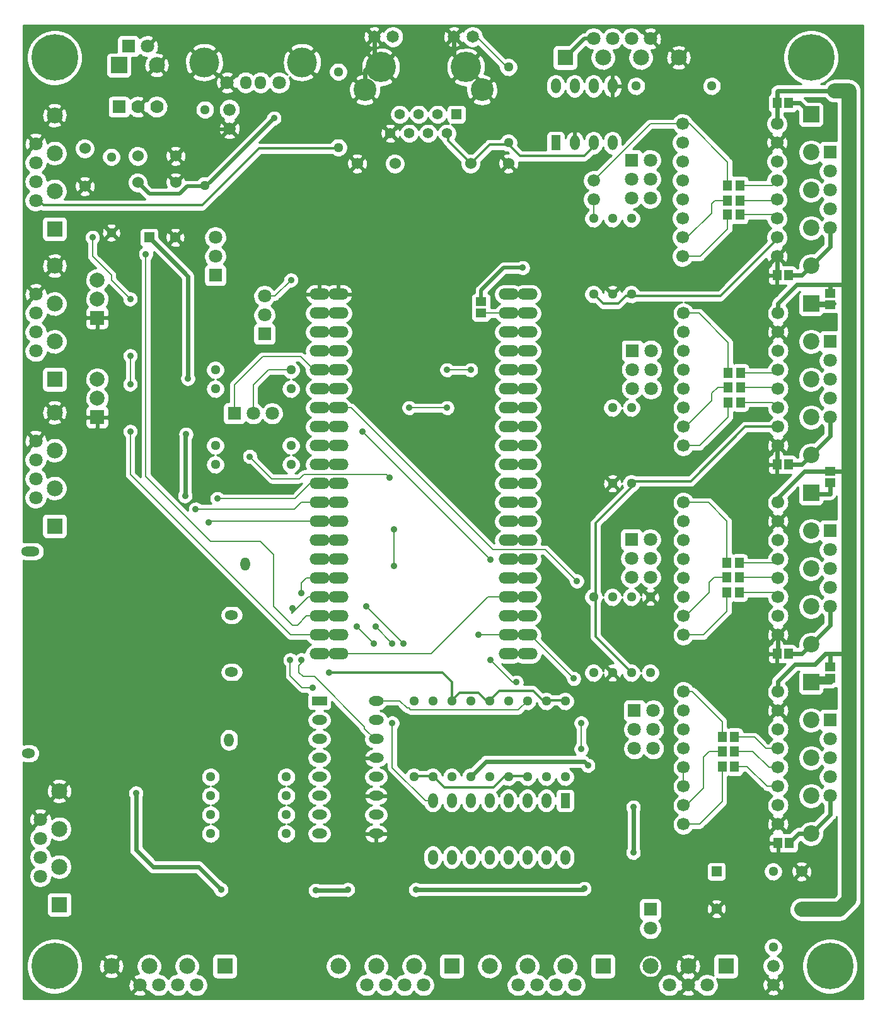
<source format=gbl>
G04 (created by PCBNEW-RS274X (2011-10-18 BZR 3179)-testing) date Mon 31 Oct 2011 11:48:22 PM CET*
G01*
G70*
G90*
%MOIN*%
G04 Gerber Fmt 3.4, Leading zero omitted, Abs format*
%FSLAX34Y34*%
G04 APERTURE LIST*
%ADD10C,0.006000*%
%ADD11R,0.084600X0.084600*%
%ADD12C,0.084600*%
%ADD13C,0.070900*%
%ADD14R,0.051200X0.078700*%
%ADD15O,0.051200X0.078700*%
%ADD16C,0.246100*%
%ADD17C,0.051200*%
%ADD18C,0.070000*%
%ADD19R,0.070000X0.070000*%
%ADD20C,0.066900*%
%ADD21R,0.078700X0.051200*%
%ADD22O,0.078700X0.051200*%
%ADD23R,0.086600X0.086600*%
%ADD24R,0.070900X0.070900*%
%ADD25C,0.086600*%
%ADD26O,0.106300X0.059100*%
%ADD27R,0.057000X0.047200*%
%ADD28R,0.047200X0.057000*%
%ADD29C,0.160000*%
%ADD30R,0.055000X0.055000*%
%ADD31C,0.055000*%
%ADD32C,0.120000*%
%ADD33C,0.065000*%
%ADD34C,0.060000*%
%ADD35C,0.066000*%
%ADD36C,0.078700*%
%ADD37R,0.074800X0.074800*%
%ADD38O,0.050900X0.070400*%
%ADD39O,0.070400X0.050900*%
%ADD40O,0.097800X0.050900*%
%ADD41O,0.059100X0.070900*%
%ADD42C,0.157500*%
%ADD43C,0.035000*%
%ADD44C,0.013800*%
%ADD45C,0.019700*%
%ADD46C,0.008000*%
%ADD47C,0.023600*%
%ADD48C,0.035000*%
%ADD49C,0.079900*%
%ADD50C,0.010000*%
G04 APERTURE END LIST*
G54D10*
G54D11*
X49500Y-64000D03*
G54D12*
X47500Y-64000D03*
G54D13*
X48500Y-65000D03*
X47500Y-65000D03*
X46500Y-65000D03*
G54D12*
X45500Y-64000D03*
G54D14*
X40500Y-20500D03*
G54D15*
X41500Y-20500D03*
X42500Y-20500D03*
X43500Y-20500D03*
X43500Y-17500D03*
X42500Y-17500D03*
X41500Y-17500D03*
X40500Y-17500D03*
G54D16*
X14000Y-16000D03*
X54000Y-16000D03*
X14000Y-64000D03*
X55000Y-64000D03*
G54D17*
X26250Y-57000D03*
X22250Y-57000D03*
X41000Y-54000D03*
X41000Y-50000D03*
X40000Y-54000D03*
X40000Y-50000D03*
X21950Y-22750D03*
X21950Y-18750D03*
X26250Y-56000D03*
X22250Y-56000D03*
X37000Y-54000D03*
X37000Y-50000D03*
X45500Y-44500D03*
X45500Y-48500D03*
X35000Y-54000D03*
X35000Y-50000D03*
X33000Y-54000D03*
X33000Y-50000D03*
X42500Y-48500D03*
X42500Y-44500D03*
X34000Y-54000D03*
X34000Y-50000D03*
X38000Y-54000D03*
X38000Y-50000D03*
X26500Y-33500D03*
X22500Y-33500D03*
X43500Y-48500D03*
X43500Y-44500D03*
X26500Y-32500D03*
X22500Y-32500D03*
X44500Y-44500D03*
X44500Y-48500D03*
X43500Y-38500D03*
X43500Y-34500D03*
X17000Y-25250D03*
X17000Y-21250D03*
X44500Y-34500D03*
X44500Y-38500D03*
X36000Y-50000D03*
X36000Y-54000D03*
X43500Y-28500D03*
X43500Y-24500D03*
X26500Y-37500D03*
X22500Y-37500D03*
X26500Y-36500D03*
X22500Y-36500D03*
X44500Y-24500D03*
X44500Y-28500D03*
X52000Y-63000D03*
X52000Y-59000D03*
X42500Y-24500D03*
X42500Y-28500D03*
X29000Y-20750D03*
X29000Y-16750D03*
X38000Y-20500D03*
X38000Y-16500D03*
X48750Y-17500D03*
X44750Y-17500D03*
X39000Y-54000D03*
X39000Y-50000D03*
X26250Y-54000D03*
X22250Y-54000D03*
X26250Y-55000D03*
X22250Y-55000D03*
G54D18*
X19400Y-18600D03*
X18400Y-18600D03*
G54D19*
X17400Y-18600D03*
G54D11*
X14000Y-25050D03*
G54D12*
X14000Y-23050D03*
X14000Y-21050D03*
X14000Y-19050D03*
G54D13*
X13000Y-23550D03*
X13000Y-22550D03*
X13000Y-21550D03*
X13000Y-20550D03*
G54D20*
X47250Y-29500D03*
X47250Y-30500D03*
X47250Y-31500D03*
X47250Y-32500D03*
X47250Y-33500D03*
X47250Y-34500D03*
X47250Y-35500D03*
X47250Y-36500D03*
X52250Y-36500D03*
X52250Y-35500D03*
X52250Y-34500D03*
X52250Y-33500D03*
X52250Y-32500D03*
X52250Y-31500D03*
X52250Y-30500D03*
X52250Y-29500D03*
X47250Y-39500D03*
X47250Y-40500D03*
X47250Y-41500D03*
X47250Y-42500D03*
X47250Y-43500D03*
X47250Y-44500D03*
X47250Y-45500D03*
X47250Y-46500D03*
X52250Y-46500D03*
X52250Y-45500D03*
X52250Y-44500D03*
X52250Y-43500D03*
X52250Y-42500D03*
X52250Y-41500D03*
X52250Y-40500D03*
X52250Y-39500D03*
G54D11*
X41000Y-16000D03*
G54D12*
X43000Y-16000D03*
X45000Y-16000D03*
X47000Y-16000D03*
G54D13*
X42500Y-15000D03*
X43500Y-15000D03*
X44500Y-15000D03*
X45500Y-15000D03*
G54D14*
X41000Y-55250D03*
G54D15*
X40000Y-55250D03*
X39000Y-55250D03*
X38000Y-55250D03*
X37000Y-55250D03*
X36000Y-55250D03*
X35000Y-55250D03*
X34000Y-55250D03*
X34000Y-58250D03*
X35000Y-58250D03*
X36000Y-58250D03*
X37000Y-58250D03*
X38000Y-58250D03*
X39000Y-58250D03*
X40000Y-58250D03*
X41000Y-58250D03*
G54D21*
X28000Y-50000D03*
G54D22*
X28000Y-51000D03*
X28000Y-52000D03*
X28000Y-53000D03*
X28000Y-54000D03*
X28000Y-55000D03*
X28000Y-56000D03*
X28000Y-57000D03*
X31000Y-57000D03*
X31000Y-56000D03*
X31000Y-55000D03*
X31000Y-54000D03*
X31000Y-53000D03*
X31000Y-52000D03*
X31000Y-51000D03*
X31000Y-50000D03*
G54D23*
X17400Y-16400D03*
G54D12*
X19400Y-16400D03*
G54D24*
X17900Y-15400D03*
G54D13*
X18900Y-15400D03*
G54D11*
X14000Y-33000D03*
G54D12*
X14000Y-31000D03*
X14000Y-29000D03*
X14000Y-27000D03*
G54D13*
X13000Y-31500D03*
X13000Y-30500D03*
X13000Y-29500D03*
X13000Y-28500D03*
G54D11*
X14250Y-60750D03*
G54D12*
X14250Y-58750D03*
X14250Y-56750D03*
X14250Y-54750D03*
G54D13*
X13250Y-59250D03*
X13250Y-58250D03*
X13250Y-57250D03*
X13250Y-56250D03*
G54D11*
X23000Y-64000D03*
G54D12*
X21000Y-64000D03*
X19000Y-64000D03*
X17000Y-64000D03*
G54D13*
X21500Y-65000D03*
X20500Y-65000D03*
X19500Y-65000D03*
X18500Y-65000D03*
G54D11*
X43000Y-64000D03*
G54D12*
X41000Y-64000D03*
X39000Y-64000D03*
X37000Y-64000D03*
G54D13*
X41500Y-65000D03*
X40500Y-65000D03*
X39500Y-65000D03*
X38500Y-65000D03*
G54D11*
X14000Y-40750D03*
G54D12*
X14000Y-38750D03*
X14000Y-36750D03*
X14000Y-34750D03*
G54D13*
X13000Y-39250D03*
X13000Y-38250D03*
X13000Y-37250D03*
X13000Y-36250D03*
G54D11*
X35000Y-64000D03*
G54D12*
X33000Y-64000D03*
X31000Y-64000D03*
X29000Y-64000D03*
G54D13*
X33500Y-65000D03*
X32500Y-65000D03*
X31500Y-65000D03*
X30500Y-65000D03*
G54D23*
X54000Y-49000D03*
G54D25*
X54000Y-51000D03*
X54000Y-53000D03*
X54000Y-55000D03*
G54D24*
X55000Y-51000D03*
G54D13*
X55000Y-52000D03*
X55000Y-53000D03*
X55000Y-54000D03*
G54D25*
X54000Y-57000D03*
G54D13*
X55000Y-55000D03*
G54D23*
X54000Y-39000D03*
G54D25*
X54000Y-41000D03*
X54000Y-43000D03*
X54000Y-45000D03*
G54D24*
X55000Y-41000D03*
G54D13*
X55000Y-42000D03*
X55000Y-43000D03*
X55000Y-44000D03*
G54D25*
X54000Y-47000D03*
G54D13*
X55000Y-45000D03*
G54D23*
X54000Y-19000D03*
G54D25*
X54000Y-21000D03*
X54000Y-23000D03*
X54000Y-25000D03*
G54D24*
X55000Y-21000D03*
G54D13*
X55000Y-22000D03*
X55000Y-23000D03*
X55000Y-24000D03*
G54D25*
X54000Y-27000D03*
G54D13*
X55000Y-25000D03*
G54D23*
X54000Y-29000D03*
G54D25*
X54000Y-31000D03*
X54000Y-33000D03*
X54000Y-35000D03*
G54D24*
X55000Y-31000D03*
G54D13*
X55000Y-32000D03*
X55000Y-33000D03*
X55000Y-34000D03*
G54D25*
X54000Y-37000D03*
G54D13*
X55000Y-35000D03*
G54D26*
X39000Y-28500D03*
X39000Y-29500D03*
X39000Y-30500D03*
X39000Y-31500D03*
X39000Y-32500D03*
X39000Y-33500D03*
X39000Y-34500D03*
X39000Y-35500D03*
X39000Y-36500D03*
X39000Y-37500D03*
X39000Y-38500D03*
X39000Y-39500D03*
X39000Y-40500D03*
X39000Y-41500D03*
X39000Y-42500D03*
X39000Y-43500D03*
X39000Y-44500D03*
X39000Y-45500D03*
X39000Y-46500D03*
X39000Y-47500D03*
X28000Y-47500D03*
X28000Y-46500D03*
X28000Y-45500D03*
X28000Y-44500D03*
X28000Y-43500D03*
X28000Y-42500D03*
X28000Y-41500D03*
X28000Y-40500D03*
X28000Y-39500D03*
X28000Y-38500D03*
X28000Y-37500D03*
X28000Y-36500D03*
X28000Y-35500D03*
X28000Y-34500D03*
X28000Y-33500D03*
X28000Y-32500D03*
X28000Y-31500D03*
X28000Y-30500D03*
X28000Y-29500D03*
X28000Y-28500D03*
X29000Y-28500D03*
X29000Y-29500D03*
X29000Y-30500D03*
X29000Y-31500D03*
X29000Y-32500D03*
X29000Y-33500D03*
X29000Y-34500D03*
X29000Y-35500D03*
X29000Y-36500D03*
X29000Y-37500D03*
X29000Y-38500D03*
X29000Y-39500D03*
X29000Y-40500D03*
X29000Y-41500D03*
X29000Y-42500D03*
X29000Y-43500D03*
X29000Y-44500D03*
X29000Y-45500D03*
X29000Y-46500D03*
X29000Y-47500D03*
X38000Y-47500D03*
X38000Y-46500D03*
X38000Y-45500D03*
X38000Y-44500D03*
X38000Y-43500D03*
X38000Y-42500D03*
X38000Y-41500D03*
X38000Y-40500D03*
X38000Y-39500D03*
X38000Y-38500D03*
X38000Y-37500D03*
X38000Y-36500D03*
X38000Y-35500D03*
X38000Y-34500D03*
X38000Y-33500D03*
X38000Y-32500D03*
X38000Y-31500D03*
X38000Y-30500D03*
X38000Y-29500D03*
X38000Y-28500D03*
G54D24*
X44660Y-50500D03*
G54D13*
X45660Y-50500D03*
X44660Y-51500D03*
X45660Y-51500D03*
X44660Y-52500D03*
X45660Y-52500D03*
G54D24*
X44500Y-21420D03*
G54D13*
X45500Y-21420D03*
X44500Y-22420D03*
X45500Y-22420D03*
X44500Y-23420D03*
X45500Y-23420D03*
G54D24*
X44500Y-41460D03*
G54D13*
X45500Y-41460D03*
X44500Y-42460D03*
X45500Y-42460D03*
X44500Y-43460D03*
X45500Y-43460D03*
G54D24*
X44540Y-31480D03*
G54D13*
X45540Y-31480D03*
X44540Y-32480D03*
X45540Y-32480D03*
X44540Y-33480D03*
X45540Y-33480D03*
G54D20*
X47200Y-19500D03*
X47200Y-20500D03*
X47200Y-21500D03*
X47200Y-22500D03*
X47200Y-23500D03*
X47200Y-24500D03*
X47200Y-25500D03*
X47200Y-26500D03*
X52200Y-26500D03*
X52200Y-25500D03*
X52200Y-24500D03*
X52200Y-23500D03*
X52200Y-22500D03*
X52200Y-21500D03*
X52200Y-20500D03*
X52200Y-19500D03*
X47250Y-49500D03*
X47250Y-50500D03*
X47250Y-51500D03*
X47250Y-52500D03*
X47250Y-53500D03*
X47250Y-54500D03*
X47250Y-55500D03*
X47250Y-56500D03*
X52250Y-56500D03*
X52250Y-55500D03*
X52250Y-54500D03*
X52250Y-53500D03*
X52250Y-52500D03*
X52250Y-51500D03*
X52250Y-50500D03*
X52250Y-49500D03*
G54D24*
X22500Y-27500D03*
G54D13*
X22500Y-26500D03*
X22500Y-25500D03*
G54D27*
X36550Y-28900D03*
X36550Y-29500D03*
G54D28*
X52200Y-18400D03*
X52800Y-18400D03*
X52800Y-27500D03*
X52200Y-27500D03*
G54D27*
X55000Y-28450D03*
X55000Y-29050D03*
G54D28*
X52800Y-37500D03*
X52200Y-37500D03*
G54D27*
X55000Y-37850D03*
X55000Y-38450D03*
G54D28*
X52800Y-47500D03*
X52200Y-47500D03*
G54D27*
X55000Y-48200D03*
X55000Y-48800D03*
G54D28*
X52850Y-57500D03*
X52250Y-57500D03*
G54D29*
X31250Y-16500D03*
X35750Y-16500D03*
G54D30*
X35250Y-19000D03*
G54D31*
X34750Y-20000D03*
X34250Y-19000D03*
X33750Y-20000D03*
X33250Y-19000D03*
X32750Y-20000D03*
X32250Y-19000D03*
X31750Y-20000D03*
G54D32*
X36600Y-17700D03*
X30400Y-17700D03*
G54D33*
X36100Y-14900D03*
X35110Y-14900D03*
X31890Y-14900D03*
X30900Y-14900D03*
G54D34*
X53500Y-59000D03*
X53500Y-61000D03*
X15600Y-22800D03*
X15600Y-20800D03*
X38000Y-21600D03*
X36000Y-21600D03*
X30000Y-21600D03*
X32000Y-21600D03*
X20400Y-21200D03*
X18400Y-21200D03*
X20400Y-22600D03*
X18400Y-22600D03*
G54D35*
X42500Y-23500D03*
X42500Y-22500D03*
X23250Y-18750D03*
X23250Y-19750D03*
G54D30*
X49000Y-59000D03*
G54D31*
X49000Y-60969D03*
G54D30*
X19000Y-25500D03*
G54D31*
X20378Y-25500D03*
G54D36*
X16250Y-33000D03*
X16250Y-34000D03*
G54D37*
X16250Y-35000D03*
G54D36*
X16250Y-27750D03*
X16250Y-28750D03*
G54D37*
X16250Y-29750D03*
G54D28*
X50240Y-22750D03*
X49590Y-24300D03*
X49590Y-22750D03*
X50240Y-23550D03*
X49590Y-23550D03*
X50240Y-24300D03*
X49620Y-34210D03*
X50270Y-32660D03*
X50270Y-34210D03*
X49620Y-33410D03*
X50270Y-33410D03*
X49620Y-32660D03*
X49560Y-44250D03*
X50210Y-42700D03*
X50210Y-44250D03*
X49560Y-43450D03*
X50210Y-43450D03*
X49560Y-42700D03*
X49300Y-53450D03*
X49950Y-51900D03*
X49950Y-53450D03*
X49300Y-52650D03*
X49950Y-52650D03*
X49300Y-51900D03*
G54D24*
X45500Y-61000D03*
G54D13*
X45500Y-62000D03*
G54D24*
X23500Y-34800D03*
G54D13*
X24500Y-34800D03*
X25500Y-34800D03*
G54D24*
X25100Y-30600D03*
G54D13*
X25100Y-29600D03*
X25100Y-28600D03*
G54D38*
X24081Y-42770D03*
G54D39*
X23364Y-45443D03*
X23364Y-48463D03*
X12616Y-52758D03*
G54D38*
X23222Y-52053D03*
G54D40*
X12719Y-42085D03*
G54D41*
X24105Y-17320D03*
X24895Y-17320D03*
G54D13*
X23125Y-17320D03*
G54D42*
X21915Y-16250D03*
X27085Y-16250D03*
G54D13*
X25875Y-17320D03*
G54D35*
X52000Y-64000D03*
X52000Y-65000D03*
G54D43*
X28500Y-48500D03*
X38750Y-27100D03*
X25600Y-19200D03*
X25300Y-46950D03*
X25500Y-49850D03*
X16000Y-25500D03*
X18000Y-28750D03*
X18000Y-31750D03*
X18000Y-33250D03*
X18000Y-35750D03*
X41620Y-43660D03*
X31950Y-42850D03*
X24325Y-37075D03*
X31700Y-38175D03*
X31950Y-40925D03*
X36400Y-46500D03*
X26500Y-27750D03*
X41454Y-48804D03*
X41846Y-51156D03*
X41846Y-52528D03*
X30870Y-46942D03*
X29988Y-46060D03*
X30478Y-44982D03*
X32438Y-46942D03*
X21457Y-39862D03*
X22600Y-39300D03*
X22146Y-40551D03*
X34750Y-34500D03*
X32750Y-34500D03*
X36000Y-32500D03*
X34750Y-32500D03*
X18825Y-26375D03*
X30282Y-35770D03*
X37044Y-42532D03*
X38416Y-49000D03*
X37044Y-47824D03*
X30968Y-46060D03*
X31850Y-51156D03*
X31850Y-46942D03*
X27636Y-49294D03*
X26460Y-47824D03*
X26575Y-45075D03*
X27048Y-47824D03*
X27048Y-44296D03*
X42000Y-59900D03*
X33100Y-59950D03*
X29500Y-59950D03*
X27800Y-60000D03*
X22800Y-59950D03*
X18300Y-54850D03*
X20900Y-39150D03*
X20950Y-35900D03*
X21050Y-32950D03*
X52250Y-49500D03*
X44600Y-58000D03*
X42200Y-53400D03*
X44600Y-55600D03*
G54D44*
X34500Y-48500D02*
X28500Y-48500D01*
X52250Y-35500D02*
X50523Y-35500D01*
X44614Y-38386D02*
X44500Y-38500D01*
X47637Y-38386D02*
X44614Y-38386D01*
X50523Y-35500D02*
X47637Y-38386D01*
X14200Y-23800D02*
X13400Y-23800D01*
X21800Y-23800D02*
X14200Y-23800D01*
X22200Y-23400D02*
X24800Y-20800D01*
X24800Y-20800D02*
X29000Y-20800D01*
X29000Y-20750D02*
X29000Y-20800D01*
X22200Y-23400D02*
X21800Y-23800D01*
X13150Y-23550D02*
X13000Y-23550D01*
X13400Y-23800D02*
X13150Y-23550D01*
X13000Y-23600D02*
X13000Y-23550D01*
X52200Y-25500D02*
X52200Y-25600D01*
X52200Y-25600D02*
X49200Y-28600D01*
X49200Y-28600D02*
X44600Y-28600D01*
X44600Y-28600D02*
X44500Y-28500D01*
X42500Y-44500D02*
X42600Y-44600D01*
X42600Y-44600D02*
X42600Y-40600D01*
X42600Y-40600D02*
X44600Y-38600D01*
X44600Y-38600D02*
X44500Y-38500D01*
X42500Y-44500D02*
X42600Y-44600D01*
X42600Y-44600D02*
X42600Y-46600D01*
X42600Y-46600D02*
X44500Y-48500D01*
X41000Y-50000D02*
X41000Y-49950D01*
X44500Y-38500D02*
X44600Y-38600D01*
X34750Y-20000D02*
X34800Y-20000D01*
X34800Y-20000D02*
X34800Y-20400D01*
X34800Y-20400D02*
X36000Y-21600D01*
X36000Y-21600D02*
X37000Y-20600D01*
X37000Y-20600D02*
X38000Y-20600D01*
X38000Y-20600D02*
X38000Y-20500D01*
X34750Y-20000D02*
X34800Y-20000D01*
X38000Y-20500D02*
X38000Y-20600D01*
X38000Y-20600D02*
X38600Y-21200D01*
X38600Y-21200D02*
X42000Y-21200D01*
X42000Y-21200D02*
X42600Y-20600D01*
X42600Y-20600D02*
X42500Y-20500D01*
X34000Y-54000D02*
X34000Y-53950D01*
X34000Y-53950D02*
X34600Y-54550D01*
X34600Y-54550D02*
X37200Y-54550D01*
X37200Y-54550D02*
X37800Y-53950D01*
X37800Y-53950D02*
X38000Y-53950D01*
X38000Y-53950D02*
X38000Y-54000D01*
X37000Y-50000D02*
X37000Y-49950D01*
X37000Y-49950D02*
X37499Y-49451D01*
X37499Y-49451D02*
X39301Y-49451D01*
X39301Y-49451D02*
X39800Y-49950D01*
X39800Y-49950D02*
X40000Y-49950D01*
X40000Y-49950D02*
X40000Y-50000D01*
X35000Y-50000D02*
X35000Y-49950D01*
X35000Y-49950D02*
X35400Y-49550D01*
X35400Y-49550D02*
X36400Y-49550D01*
X36400Y-49550D02*
X36800Y-49950D01*
X36800Y-49950D02*
X37000Y-49950D01*
X42500Y-28500D02*
X43000Y-29000D01*
X43000Y-29000D02*
X43800Y-29000D01*
X43800Y-29000D02*
X44200Y-28600D01*
X44200Y-28600D02*
X44600Y-28600D01*
X44600Y-28600D02*
X44500Y-28500D01*
X33000Y-54000D02*
X33000Y-53950D01*
X33000Y-53950D02*
X34000Y-53950D01*
X34000Y-53950D02*
X34000Y-54000D01*
X38000Y-54000D02*
X38000Y-53950D01*
X38000Y-53950D02*
X39000Y-53950D01*
X39000Y-53950D02*
X39000Y-54000D01*
X40000Y-50000D02*
X40000Y-49950D01*
X40000Y-49950D02*
X41000Y-49950D01*
X41000Y-49950D02*
X41000Y-50000D01*
X39000Y-28500D02*
X39000Y-28600D01*
X39000Y-28600D02*
X38000Y-28600D01*
X38000Y-28600D02*
X38000Y-28500D01*
X35000Y-50000D02*
X35000Y-49000D01*
X35000Y-49000D02*
X34500Y-48500D01*
G54D45*
X36550Y-28300D02*
X37750Y-27100D01*
X36550Y-28900D02*
X36550Y-28300D01*
X37750Y-27100D02*
X38750Y-27100D01*
X21950Y-22750D02*
X22200Y-22600D01*
X22200Y-22600D02*
X25600Y-19200D01*
X41000Y-16000D02*
X42000Y-15000D01*
X42000Y-15000D02*
X42500Y-15000D01*
X18400Y-22600D02*
X19000Y-23200D01*
X19000Y-23200D02*
X20600Y-23200D01*
X20600Y-23200D02*
X21000Y-22800D01*
X21000Y-22800D02*
X22000Y-22800D01*
X22000Y-22800D02*
X21950Y-22750D01*
G54D46*
X28000Y-29500D02*
X28000Y-29600D01*
X29000Y-29600D02*
X29000Y-29500D01*
X28000Y-29600D02*
X29000Y-29600D01*
G54D47*
X36600Y-17700D02*
X36600Y-17350D01*
X36600Y-17350D02*
X36600Y-17700D01*
X30900Y-16150D02*
X30400Y-16650D01*
G54D46*
X25300Y-46950D02*
X25300Y-46900D01*
X25500Y-49850D02*
X25400Y-49700D01*
G54D47*
X52250Y-46500D02*
X52250Y-47450D01*
G54D46*
X52250Y-47450D02*
X52200Y-47500D01*
G54D47*
X52200Y-37500D02*
X52200Y-36550D01*
G54D46*
X52200Y-36550D02*
X52250Y-36500D01*
G54D47*
X35110Y-15860D02*
X36600Y-17350D01*
X30900Y-14900D02*
X30900Y-16150D01*
G54D45*
X21800Y-19800D02*
X23200Y-19800D01*
X23200Y-19800D02*
X23250Y-19750D01*
G54D47*
X35110Y-14900D02*
X35110Y-15860D01*
X52200Y-26500D02*
X52200Y-27500D01*
G54D45*
X20400Y-21200D02*
X21800Y-19800D01*
G54D47*
X30400Y-16650D02*
X30400Y-17700D01*
G54D46*
X52000Y-24300D02*
X52200Y-24500D01*
X50240Y-24300D02*
X52000Y-24300D01*
G54D47*
X53400Y-18400D02*
X54000Y-19000D01*
X52800Y-18400D02*
X53400Y-18400D01*
X54050Y-29050D02*
X54000Y-29000D01*
G54D48*
X54000Y-29000D02*
X53800Y-29000D01*
G54D47*
X55000Y-29050D02*
X54050Y-29050D01*
X54000Y-29000D02*
X54700Y-29000D01*
X54700Y-29000D02*
X55200Y-29000D01*
X53500Y-27500D02*
X54000Y-27000D01*
X55000Y-25000D02*
X55000Y-26000D01*
X55000Y-26000D02*
X54000Y-27000D01*
X52800Y-27500D02*
X53500Y-27500D01*
X53500Y-37500D02*
X54000Y-37000D01*
X55000Y-36000D02*
X55000Y-35000D01*
X54000Y-37000D02*
X55000Y-36000D01*
X52800Y-37500D02*
X53500Y-37500D01*
G54D46*
X16000Y-26500D02*
X17000Y-27500D01*
X17000Y-27750D02*
X18000Y-28750D01*
X16000Y-25500D02*
X16000Y-26500D01*
X18000Y-38029D02*
X26471Y-46500D01*
X17000Y-27500D02*
X17000Y-27750D01*
X18000Y-35750D02*
X18000Y-38029D01*
X18000Y-31750D02*
X18000Y-33250D01*
X26471Y-46500D02*
X28000Y-46500D01*
X26500Y-32500D02*
X25300Y-32500D01*
X24500Y-33300D02*
X24500Y-34800D01*
X25300Y-32500D02*
X24500Y-33300D01*
X51960Y-34210D02*
X52250Y-34500D01*
X50270Y-34210D02*
X51960Y-34210D01*
X39000Y-43600D02*
X39000Y-43500D01*
X48125Y-36500D02*
X49620Y-35005D01*
X38000Y-43600D02*
X39000Y-43600D01*
X47250Y-36500D02*
X48125Y-36500D01*
X49620Y-35005D02*
X49620Y-34210D01*
X38000Y-43500D02*
X38000Y-43600D01*
X47200Y-19500D02*
X47575Y-19500D01*
X49620Y-32660D02*
X49620Y-31045D01*
X48075Y-29500D02*
X47250Y-29500D01*
X49620Y-31045D02*
X48075Y-29500D01*
X29680Y-34500D02*
X37180Y-42000D01*
X49590Y-21515D02*
X49590Y-22750D01*
X47575Y-19500D02*
X49590Y-21515D01*
X29000Y-34500D02*
X29680Y-34500D01*
X47250Y-49500D02*
X47725Y-49500D01*
X48575Y-39500D02*
X49560Y-40485D01*
X41600Y-43660D02*
X41620Y-43660D01*
X39660Y-42000D02*
X39940Y-42000D01*
X37180Y-42000D02*
X39660Y-42000D01*
X49560Y-40485D02*
X49560Y-42700D01*
X47725Y-49500D02*
X49300Y-51075D01*
X47250Y-39500D02*
X48575Y-39500D01*
X49300Y-51075D02*
X49300Y-51900D01*
X42500Y-22500D02*
X45500Y-19500D01*
X45500Y-19500D02*
X47200Y-19500D01*
X39940Y-42000D02*
X41600Y-43660D01*
X50210Y-43450D02*
X52200Y-43450D01*
X52200Y-43450D02*
X52250Y-43500D01*
X52000Y-44250D02*
X52250Y-44500D01*
X50210Y-44250D02*
X52000Y-44250D01*
X49560Y-45265D02*
X49560Y-44250D01*
X47250Y-46500D02*
X48325Y-46500D01*
X48325Y-46500D02*
X49560Y-45265D01*
X31550Y-38025D02*
X27175Y-38025D01*
X48610Y-52650D02*
X49300Y-52650D01*
X31950Y-41250D02*
X31950Y-40925D01*
X27175Y-38025D02*
X26950Y-38250D01*
X26950Y-38250D02*
X25475Y-38250D01*
X25475Y-38250D02*
X24325Y-37100D01*
X31950Y-42850D02*
X31950Y-41250D01*
X47250Y-55500D02*
X47400Y-55500D01*
X24325Y-37100D02*
X24325Y-37075D01*
X48300Y-52960D02*
X48610Y-52650D01*
X48300Y-54600D02*
X48300Y-52960D01*
X47400Y-55500D02*
X48300Y-54600D01*
X38000Y-47500D02*
X38024Y-47530D01*
X38024Y-47530D02*
X39004Y-47530D01*
X39004Y-47530D02*
X39000Y-47500D01*
X31700Y-38175D02*
X31550Y-38025D01*
X49950Y-53450D02*
X50630Y-53450D01*
X50630Y-53450D02*
X51680Y-54500D01*
X51680Y-54500D02*
X52250Y-54500D01*
X38000Y-46500D02*
X36400Y-46500D01*
X25650Y-28600D02*
X25100Y-28600D01*
X26500Y-27750D02*
X25650Y-28600D01*
X39000Y-46500D02*
X39004Y-46452D01*
X39102Y-46452D02*
X39004Y-46452D01*
X41454Y-48804D02*
X39102Y-46452D01*
X41846Y-52528D02*
X41846Y-51156D01*
X47250Y-56500D02*
X48100Y-56500D01*
X49300Y-55300D02*
X49300Y-53450D01*
X48100Y-56500D02*
X49300Y-55300D01*
X48620Y-43720D02*
X48890Y-43450D01*
X47250Y-45500D02*
X47380Y-45500D01*
X48890Y-43450D02*
X49560Y-43450D01*
X48620Y-44260D02*
X48620Y-43720D01*
X47380Y-45500D02*
X48620Y-44260D01*
X38000Y-44500D02*
X38000Y-44600D01*
X39000Y-44600D02*
X39000Y-44500D01*
X38000Y-44600D02*
X39000Y-44600D01*
X29000Y-47500D02*
X33900Y-47500D01*
X36900Y-44500D02*
X38000Y-44500D01*
X33900Y-47500D02*
X36900Y-44500D01*
X39000Y-38500D02*
X39000Y-38600D01*
X39000Y-38600D02*
X38000Y-38600D01*
X38000Y-38600D02*
X38000Y-38500D01*
X38000Y-42600D02*
X39000Y-42600D01*
X47380Y-35500D02*
X48760Y-34120D01*
X39000Y-42600D02*
X39000Y-42500D01*
X47250Y-35500D02*
X47380Y-35500D01*
X49070Y-33410D02*
X49620Y-33410D01*
X38000Y-42500D02*
X38000Y-42600D01*
X48760Y-33720D02*
X49070Y-33410D01*
X48760Y-34120D02*
X48760Y-33720D01*
X39000Y-50000D02*
X39004Y-49980D01*
X39004Y-49980D02*
X38514Y-50470D01*
X38514Y-50470D02*
X32830Y-50470D01*
X32830Y-50470D02*
X32732Y-50372D01*
X32732Y-50372D02*
X32634Y-50372D01*
X32634Y-50372D02*
X32242Y-49980D01*
X32242Y-49980D02*
X30968Y-49980D01*
X30968Y-49980D02*
X31000Y-50000D01*
X29000Y-42500D02*
X29000Y-42600D01*
X29000Y-42600D02*
X28000Y-42600D01*
X28000Y-42600D02*
X28000Y-42500D01*
X30870Y-46942D02*
X29988Y-46060D01*
X32438Y-46942D02*
X30478Y-44982D01*
X26673Y-39862D02*
X27035Y-39500D01*
X27035Y-39500D02*
X29000Y-39500D01*
X21457Y-39862D02*
X26083Y-39862D01*
X26083Y-39862D02*
X26673Y-39862D01*
X26700Y-39300D02*
X27500Y-38500D01*
X27500Y-38500D02*
X28000Y-38500D01*
X22600Y-39300D02*
X26700Y-39300D01*
X22197Y-40500D02*
X29000Y-40500D01*
X22146Y-40551D02*
X22197Y-40500D01*
X38000Y-29500D02*
X36550Y-29500D01*
X38000Y-29600D02*
X38000Y-29500D01*
X39000Y-29600D02*
X38000Y-29600D01*
X39000Y-29500D02*
X39000Y-29600D01*
X34750Y-34500D02*
X32750Y-34500D01*
X34750Y-32500D02*
X36000Y-32500D01*
G54D47*
X55000Y-46000D02*
X55000Y-45000D01*
X52800Y-47500D02*
X53500Y-47500D01*
X53500Y-47500D02*
X54000Y-47000D01*
X54000Y-47000D02*
X55000Y-46000D01*
X55000Y-38450D02*
X55000Y-39050D01*
X55000Y-39050D02*
X54050Y-39050D01*
X54050Y-39050D02*
X54000Y-39000D01*
X54050Y-39050D02*
X54000Y-39000D01*
G54D46*
X54000Y-39000D02*
X55000Y-39000D01*
X47250Y-53500D02*
X47250Y-54500D01*
G54D47*
X55000Y-55000D02*
X55000Y-56000D01*
X54000Y-57000D02*
X53350Y-57000D01*
X53350Y-57000D02*
X52850Y-57500D01*
X55000Y-56000D02*
X54000Y-57000D01*
X54000Y-49000D02*
X55050Y-49000D01*
X54200Y-48800D02*
X54000Y-49000D01*
X55000Y-48800D02*
X54200Y-48800D01*
G54D46*
X38000Y-37600D02*
X39000Y-37600D01*
X39000Y-37600D02*
X39000Y-37500D01*
X38000Y-37500D02*
X38000Y-37600D01*
X39000Y-36600D02*
X39000Y-36500D01*
X38000Y-36500D02*
X38000Y-36600D01*
X38000Y-36600D02*
X39000Y-36600D01*
X18825Y-38125D02*
X18825Y-35725D01*
X28000Y-45500D02*
X27325Y-45500D01*
X18825Y-35725D02*
X18825Y-35700D01*
X22250Y-41550D02*
X18825Y-38125D01*
X24875Y-41550D02*
X22250Y-41550D01*
X25575Y-42250D02*
X24875Y-41550D01*
X25575Y-44975D02*
X25575Y-42250D01*
X26575Y-45975D02*
X25575Y-44975D01*
X26850Y-45975D02*
X26575Y-45975D01*
X27325Y-45500D02*
X26850Y-45975D01*
X29000Y-45500D02*
X29200Y-45600D01*
X18825Y-35725D02*
X18825Y-26375D01*
X36200Y-15000D02*
X36100Y-14900D01*
X38000Y-16500D02*
X38000Y-16600D01*
X36400Y-15000D02*
X36200Y-15000D01*
X38000Y-16600D02*
X36400Y-15000D01*
X42500Y-23500D02*
X42500Y-24500D01*
X48910Y-23550D02*
X49590Y-23550D01*
X47200Y-25500D02*
X47460Y-25500D01*
X48740Y-23720D02*
X48910Y-23550D01*
X48740Y-24220D02*
X48740Y-23720D01*
X38000Y-40600D02*
X38000Y-40500D01*
X47460Y-25500D02*
X48740Y-24220D01*
X39000Y-40500D02*
X39000Y-40600D01*
X39000Y-40600D02*
X38000Y-40600D01*
X50240Y-23550D02*
X52150Y-23550D01*
X52150Y-23550D02*
X52200Y-23500D01*
X50240Y-22750D02*
X51950Y-22750D01*
X51950Y-22750D02*
X52200Y-22500D01*
X49950Y-52650D02*
X50930Y-52650D01*
X51780Y-53500D02*
X52250Y-53500D01*
X50930Y-52650D02*
X51780Y-53500D01*
X50270Y-33410D02*
X52160Y-33410D01*
X52160Y-33410D02*
X52250Y-33500D01*
X38000Y-41600D02*
X38000Y-41500D01*
X39000Y-41600D02*
X38000Y-41600D01*
X49590Y-25060D02*
X49590Y-24300D01*
X48150Y-26500D02*
X49590Y-25060D01*
X47200Y-26500D02*
X48150Y-26500D01*
X39000Y-41500D02*
X39000Y-41600D01*
X50270Y-32660D02*
X52090Y-32660D01*
X52090Y-32660D02*
X52250Y-32500D01*
X52050Y-42700D02*
X52250Y-42500D01*
X50210Y-42700D02*
X52050Y-42700D01*
X51000Y-51900D02*
X51600Y-52500D01*
X51600Y-52500D02*
X52250Y-52500D01*
X49950Y-51900D02*
X51000Y-51900D01*
X30282Y-35770D02*
X37044Y-42532D01*
X37044Y-47824D02*
X38220Y-49000D01*
X38220Y-49000D02*
X38416Y-49000D01*
X31850Y-53508D02*
X33614Y-55272D01*
X23500Y-33300D02*
X23500Y-34800D01*
X27000Y-31800D02*
X25000Y-31800D01*
X25000Y-31800D02*
X23500Y-33300D01*
X30968Y-46060D02*
X31850Y-46942D01*
X31850Y-51156D02*
X31850Y-53508D01*
X28000Y-32500D02*
X27700Y-32500D01*
X33614Y-55272D02*
X34006Y-55272D01*
X34006Y-55272D02*
X34000Y-55250D01*
X28000Y-32500D02*
X28000Y-32600D01*
X28000Y-32600D02*
X29000Y-32600D01*
X29000Y-32600D02*
X29000Y-32500D01*
X27700Y-32500D02*
X27000Y-31800D01*
X26575Y-45075D02*
X26558Y-45342D01*
X26558Y-45342D02*
X27400Y-44500D01*
X26460Y-47824D02*
X26460Y-48660D01*
X27094Y-49294D02*
X27636Y-49294D01*
X26460Y-48660D02*
X27094Y-49294D01*
X27400Y-44500D02*
X28000Y-44500D01*
X30968Y-52038D02*
X31000Y-52000D01*
X30968Y-52038D02*
X30380Y-51450D01*
X26920Y-48480D02*
X27146Y-48706D01*
X26920Y-48120D02*
X26920Y-48480D01*
X27048Y-47992D02*
X26920Y-48120D01*
X27048Y-47824D02*
X27048Y-47992D01*
X27048Y-43752D02*
X27048Y-44296D01*
X27300Y-43500D02*
X27048Y-43752D01*
X29008Y-43512D02*
X29000Y-43500D01*
X28000Y-43500D02*
X27300Y-43500D01*
X27734Y-48706D02*
X27146Y-48706D01*
X30380Y-51352D02*
X27734Y-48706D01*
X30380Y-51450D02*
X30380Y-51352D01*
G54D47*
X21600Y-58750D02*
X19200Y-58750D01*
X19000Y-25500D02*
X21050Y-27550D01*
X42000Y-59900D02*
X41950Y-59950D01*
X41950Y-59950D02*
X33100Y-59950D01*
X29500Y-59950D02*
X29450Y-60000D01*
X29450Y-60000D02*
X27800Y-60000D01*
X22800Y-59950D02*
X21600Y-58750D01*
X19200Y-58750D02*
X18300Y-57850D01*
X18300Y-57850D02*
X18300Y-54850D01*
X20900Y-39150D02*
X20900Y-35950D01*
X20900Y-35950D02*
X20950Y-35900D01*
X21050Y-32950D02*
X21050Y-27550D01*
X55000Y-37850D02*
X55650Y-37850D01*
X55650Y-37850D02*
X56000Y-37500D01*
X56000Y-37500D02*
X56000Y-28000D01*
X56000Y-28000D02*
X53250Y-28000D01*
X53250Y-28000D02*
X52250Y-29000D01*
X52250Y-29000D02*
X52250Y-29500D01*
X55000Y-28450D02*
X55000Y-28000D01*
X52250Y-39500D02*
X52250Y-39250D01*
X52250Y-39250D02*
X53650Y-37850D01*
X53650Y-37850D02*
X55000Y-37850D01*
X52250Y-39500D02*
X52250Y-39250D01*
X56000Y-28000D02*
X55000Y-28000D01*
X55000Y-28000D02*
X56000Y-28000D01*
X55000Y-28000D02*
X56000Y-28000D01*
X52350Y-39400D02*
X52250Y-39500D01*
X52250Y-29000D02*
X52250Y-29500D01*
X53250Y-28000D02*
X52250Y-29000D01*
X55000Y-28000D02*
X53250Y-28000D01*
X55000Y-48200D02*
X55000Y-47500D01*
X53150Y-48050D02*
X52250Y-48950D01*
X52250Y-48950D02*
X52250Y-49500D01*
X55000Y-47500D02*
X56000Y-47500D01*
G54D49*
X56000Y-60500D02*
X56000Y-47500D01*
X55500Y-61000D02*
X56000Y-60500D01*
X53500Y-61000D02*
X55500Y-61000D01*
X56000Y-47500D02*
X56000Y-38000D01*
X56000Y-38000D02*
X56000Y-37500D01*
X56000Y-37500D02*
X56000Y-17750D01*
G54D47*
X52250Y-17750D02*
X55250Y-17750D01*
X52200Y-17800D02*
X52200Y-18400D01*
G54D49*
X56000Y-17750D02*
X55250Y-17750D01*
G54D45*
X52200Y-17800D02*
X52250Y-17750D01*
G54D47*
X53150Y-48050D02*
X54200Y-48050D01*
X52250Y-48950D02*
X53150Y-48050D01*
X52250Y-49500D02*
X52250Y-48950D01*
X54750Y-47500D02*
X55000Y-47500D01*
X54200Y-48050D02*
X54750Y-47500D01*
X36800Y-53200D02*
X36000Y-54000D01*
X42000Y-53200D02*
X36800Y-53200D01*
G54D45*
X42200Y-53400D02*
X42000Y-53200D01*
G54D47*
X44600Y-58000D02*
X44600Y-55600D01*
X53500Y-28000D02*
X53250Y-28000D01*
X55000Y-28000D02*
X53500Y-28000D01*
X52250Y-29000D02*
X52250Y-29500D01*
X53250Y-28000D02*
X52250Y-29000D01*
X52200Y-19500D02*
X52200Y-18400D01*
G54D50*
X30950Y-50950D02*
X31050Y-50950D01*
X30950Y-51030D02*
X31050Y-51030D01*
X12333Y-14301D02*
X56762Y-14301D01*
X12333Y-14381D02*
X30655Y-14381D01*
X31138Y-14381D02*
X31642Y-14381D01*
X32136Y-14381D02*
X34865Y-14381D01*
X35348Y-14381D02*
X35852Y-14381D01*
X36346Y-14381D02*
X56762Y-14381D01*
X12333Y-14461D02*
X30587Y-14461D01*
X31212Y-14461D02*
X31517Y-14461D01*
X32262Y-14461D02*
X34797Y-14461D01*
X35422Y-14461D02*
X35727Y-14461D01*
X36472Y-14461D02*
X42224Y-14461D01*
X42773Y-14461D02*
X43224Y-14461D01*
X43773Y-14461D02*
X44224Y-14461D01*
X44773Y-14461D02*
X45232Y-14461D01*
X45763Y-14461D02*
X56762Y-14461D01*
X12333Y-14541D02*
X13748Y-14541D01*
X14253Y-14541D02*
X30612Y-14541D01*
X31188Y-14541D02*
X31225Y-14541D01*
X31225Y-14541D02*
X31439Y-14541D01*
X32340Y-14541D02*
X34822Y-14541D01*
X35398Y-14541D02*
X35435Y-14541D01*
X35435Y-14541D02*
X35649Y-14541D01*
X36550Y-14541D02*
X42106Y-14541D01*
X42894Y-14541D02*
X43106Y-14541D01*
X43894Y-14541D02*
X44106Y-14541D01*
X44894Y-14541D02*
X45168Y-14541D01*
X45831Y-14541D02*
X53748Y-14541D01*
X54253Y-14541D02*
X56762Y-14541D01*
X12333Y-14621D02*
X13461Y-14621D01*
X14539Y-14621D02*
X30400Y-14621D01*
X30550Y-14621D02*
X30692Y-14621D01*
X31108Y-14621D02*
X31225Y-14621D01*
X31225Y-14621D02*
X31250Y-14621D01*
X32393Y-14621D02*
X34610Y-14621D01*
X34760Y-14621D02*
X34902Y-14621D01*
X35318Y-14621D02*
X35435Y-14621D01*
X35435Y-14621D02*
X35460Y-14621D01*
X36603Y-14621D02*
X42028Y-14621D01*
X42972Y-14621D02*
X43028Y-14621D01*
X43972Y-14621D02*
X44028Y-14621D01*
X44972Y-14621D02*
X45192Y-14621D01*
X45809Y-14621D02*
X45846Y-14621D01*
X45846Y-14621D02*
X53461Y-14621D01*
X54539Y-14621D02*
X56762Y-14621D01*
X12333Y-14701D02*
X13281Y-14701D01*
X14720Y-14701D02*
X30362Y-14701D01*
X30630Y-14701D02*
X30772Y-14701D01*
X31028Y-14701D02*
X31170Y-14701D01*
X32428Y-14701D02*
X34572Y-14701D01*
X34840Y-14701D02*
X34982Y-14701D01*
X35238Y-14701D02*
X35380Y-14701D01*
X36638Y-14701D02*
X41823Y-14701D01*
X45130Y-14701D02*
X45272Y-14701D01*
X45729Y-14701D02*
X45846Y-14701D01*
X45846Y-14701D02*
X45869Y-14701D01*
X46022Y-14701D02*
X53281Y-14701D01*
X54720Y-14701D02*
X56762Y-14701D01*
X12333Y-14781D02*
X13159Y-14781D01*
X14839Y-14781D02*
X30340Y-14781D01*
X30710Y-14781D02*
X30852Y-14781D01*
X30948Y-14781D02*
X31090Y-14781D01*
X32451Y-14781D02*
X34550Y-14781D01*
X34920Y-14781D02*
X35062Y-14781D01*
X35158Y-14781D02*
X35300Y-14781D01*
X36661Y-14781D02*
X41727Y-14781D01*
X45210Y-14781D02*
X45352Y-14781D01*
X45649Y-14781D02*
X45789Y-14781D01*
X46058Y-14781D02*
X53159Y-14781D01*
X54839Y-14781D02*
X56762Y-14781D01*
X12333Y-14861D02*
X13047Y-14861D01*
X14954Y-14861D02*
X17378Y-14861D01*
X18422Y-14861D02*
X18632Y-14861D01*
X19163Y-14861D02*
X30329Y-14861D01*
X30790Y-14861D02*
X31010Y-14861D01*
X32464Y-14861D02*
X32464Y-14861D01*
X32464Y-14861D02*
X34539Y-14861D01*
X35000Y-14861D02*
X35220Y-14861D01*
X36674Y-14861D02*
X41647Y-14861D01*
X45290Y-14861D02*
X45432Y-14861D01*
X45569Y-14861D02*
X45709Y-14861D01*
X46086Y-14861D02*
X53047Y-14861D01*
X54954Y-14861D02*
X56762Y-14861D01*
X12333Y-14941D02*
X12966Y-14941D01*
X15034Y-14941D02*
X17318Y-14941D01*
X18481Y-14941D02*
X18501Y-14941D01*
X19231Y-14941D02*
X30330Y-14941D01*
X30788Y-14941D02*
X30829Y-14941D01*
X30829Y-14941D02*
X31012Y-14941D01*
X32463Y-14941D02*
X32464Y-14941D01*
X32464Y-14941D02*
X34540Y-14941D01*
X34998Y-14941D02*
X35039Y-14941D01*
X35039Y-14941D02*
X35222Y-14941D01*
X36751Y-14941D02*
X41567Y-14941D01*
X45370Y-14941D02*
X45629Y-14941D01*
X46097Y-14941D02*
X52966Y-14941D01*
X55034Y-14941D02*
X56762Y-14941D01*
X12333Y-15021D02*
X12884Y-15021D01*
X15113Y-15021D02*
X17296Y-15021D01*
X19209Y-15021D02*
X30341Y-15021D01*
X30708Y-15021D02*
X30829Y-15021D01*
X30829Y-15021D02*
X30850Y-15021D01*
X30950Y-15021D02*
X31092Y-15021D01*
X32451Y-15021D02*
X32464Y-15021D01*
X32464Y-15021D02*
X34551Y-15021D01*
X34918Y-15021D02*
X35039Y-15021D01*
X35039Y-15021D02*
X35060Y-15021D01*
X35160Y-15021D02*
X35302Y-15021D01*
X36831Y-15021D02*
X41487Y-15021D01*
X45450Y-15021D02*
X45592Y-15021D01*
X46100Y-15021D02*
X46102Y-15021D01*
X46102Y-15021D02*
X52884Y-15021D01*
X55113Y-15021D02*
X56762Y-15021D01*
X12333Y-15101D02*
X12821Y-15101D01*
X15179Y-15101D02*
X17296Y-15101D01*
X19129Y-15101D02*
X19269Y-15101D01*
X19422Y-15101D02*
X30366Y-15101D01*
X30628Y-15101D02*
X30770Y-15101D01*
X31030Y-15101D02*
X31172Y-15101D01*
X32429Y-15101D02*
X32464Y-15101D01*
X32464Y-15101D02*
X34576Y-15101D01*
X34838Y-15101D02*
X34980Y-15101D01*
X35240Y-15101D02*
X35382Y-15101D01*
X36911Y-15101D02*
X41407Y-15101D01*
X45530Y-15101D02*
X45672Y-15101D01*
X46093Y-15101D02*
X46102Y-15101D01*
X46102Y-15101D02*
X52821Y-15101D01*
X55179Y-15101D02*
X56762Y-15101D01*
X12333Y-15181D02*
X12766Y-15181D01*
X15232Y-15181D02*
X17296Y-15181D01*
X19049Y-15181D02*
X19189Y-15181D01*
X19458Y-15181D02*
X30401Y-15181D01*
X30548Y-15181D02*
X30690Y-15181D01*
X31110Y-15181D02*
X31252Y-15181D01*
X32393Y-15181D02*
X32464Y-15181D01*
X32464Y-15181D02*
X34611Y-15181D01*
X34758Y-15181D02*
X34900Y-15181D01*
X35320Y-15181D02*
X35462Y-15181D01*
X36991Y-15181D02*
X41327Y-15181D01*
X45610Y-15181D02*
X45752Y-15181D01*
X46073Y-15181D02*
X46102Y-15181D01*
X46102Y-15181D02*
X52766Y-15181D01*
X55232Y-15181D02*
X56762Y-15181D01*
X12333Y-15261D02*
X12712Y-15261D01*
X15285Y-15261D02*
X17296Y-15261D01*
X18969Y-15261D02*
X19109Y-15261D01*
X19486Y-15261D02*
X21624Y-15261D01*
X22206Y-15261D02*
X26794Y-15261D01*
X27376Y-15261D02*
X30610Y-15261D01*
X31190Y-15261D02*
X31441Y-15261D01*
X32338Y-15261D02*
X32464Y-15261D01*
X32464Y-15261D02*
X34820Y-15261D01*
X35400Y-15261D02*
X35651Y-15261D01*
X37071Y-15261D02*
X41247Y-15261D01*
X45690Y-15261D02*
X45832Y-15261D01*
X46041Y-15261D02*
X46102Y-15261D01*
X46102Y-15261D02*
X52712Y-15261D01*
X55285Y-15261D02*
X56762Y-15261D01*
X12333Y-15341D02*
X12672Y-15341D01*
X15329Y-15341D02*
X17296Y-15341D01*
X18888Y-15341D02*
X19029Y-15341D01*
X19497Y-15341D02*
X21428Y-15341D01*
X22401Y-15341D02*
X26598Y-15341D01*
X27571Y-15341D02*
X30589Y-15341D01*
X31212Y-15341D02*
X31225Y-15341D01*
X31225Y-15341D02*
X31519Y-15341D01*
X32260Y-15341D02*
X32464Y-15341D01*
X32464Y-15341D02*
X34799Y-15341D01*
X35422Y-15341D02*
X35435Y-15341D01*
X35435Y-15341D02*
X35729Y-15341D01*
X37151Y-15341D02*
X40493Y-15341D01*
X43998Y-15341D02*
X44003Y-15341D01*
X45770Y-15341D02*
X45912Y-15341D01*
X45931Y-15341D02*
X46102Y-15341D01*
X46102Y-15341D02*
X46878Y-15341D01*
X47128Y-15341D02*
X52672Y-15341D01*
X55329Y-15341D02*
X56762Y-15341D01*
X12333Y-15421D02*
X12638Y-15421D01*
X15362Y-15421D02*
X17296Y-15421D01*
X18850Y-15421D02*
X18950Y-15421D01*
X19500Y-15421D02*
X21325Y-15421D01*
X22504Y-15421D02*
X26495Y-15421D01*
X27674Y-15421D02*
X30666Y-15421D01*
X31141Y-15421D02*
X31225Y-15421D01*
X31225Y-15421D02*
X31650Y-15421D01*
X32135Y-15421D02*
X32464Y-15421D01*
X32464Y-15421D02*
X34876Y-15421D01*
X35351Y-15421D02*
X35435Y-15421D01*
X35435Y-15421D02*
X35860Y-15421D01*
X36345Y-15421D02*
X36411Y-15421D01*
X37231Y-15421D02*
X40381Y-15421D01*
X43933Y-15421D02*
X44069Y-15421D01*
X45845Y-15421D02*
X45846Y-15421D01*
X45846Y-15421D02*
X46102Y-15421D01*
X46102Y-15421D02*
X46659Y-15421D01*
X47339Y-15421D02*
X52638Y-15421D01*
X55362Y-15421D02*
X56762Y-15421D01*
X12333Y-15501D02*
X12603Y-15501D01*
X15395Y-15501D02*
X17296Y-15501D01*
X19493Y-15501D02*
X21277Y-15501D01*
X22552Y-15501D02*
X26447Y-15501D01*
X27722Y-15501D02*
X30949Y-15501D01*
X31553Y-15501D02*
X32464Y-15501D01*
X32464Y-15501D02*
X35435Y-15501D01*
X35435Y-15501D02*
X35448Y-15501D01*
X36053Y-15501D02*
X36491Y-15501D01*
X37311Y-15501D02*
X40337Y-15501D01*
X41991Y-15501D02*
X42165Y-15501D01*
X43837Y-15501D02*
X44165Y-15501D01*
X45818Y-15501D02*
X45846Y-15501D01*
X45846Y-15501D02*
X46102Y-15501D01*
X46102Y-15501D02*
X46618Y-15501D01*
X47381Y-15501D02*
X52603Y-15501D01*
X55395Y-15501D02*
X56762Y-15501D01*
X12333Y-15581D02*
X12576Y-15581D01*
X15426Y-15581D02*
X17296Y-15581D01*
X19473Y-15581D02*
X21317Y-15581D01*
X22514Y-15581D02*
X22568Y-15581D01*
X22568Y-15581D02*
X26487Y-15581D01*
X27684Y-15581D02*
X27738Y-15581D01*
X27738Y-15581D02*
X30753Y-15581D01*
X31745Y-15581D02*
X32464Y-15581D01*
X32464Y-15581D02*
X35253Y-15581D01*
X36245Y-15581D02*
X36571Y-15581D01*
X37391Y-15581D02*
X40327Y-15581D01*
X41911Y-15581D02*
X42336Y-15581D01*
X43671Y-15581D02*
X44336Y-15581D01*
X45656Y-15581D02*
X45846Y-15581D01*
X45846Y-15581D02*
X46102Y-15581D01*
X46102Y-15581D02*
X46652Y-15581D01*
X47349Y-15581D02*
X47395Y-15581D01*
X47395Y-15581D02*
X52576Y-15581D01*
X55426Y-15581D02*
X56762Y-15581D01*
X12333Y-15661D02*
X12559Y-15661D01*
X15441Y-15661D02*
X17296Y-15661D01*
X19441Y-15661D02*
X21084Y-15661D01*
X21255Y-15661D02*
X21397Y-15661D01*
X22434Y-15661D02*
X22568Y-15661D01*
X22568Y-15661D02*
X22574Y-15661D01*
X22745Y-15661D02*
X26254Y-15661D01*
X26425Y-15661D02*
X26567Y-15661D01*
X27604Y-15661D02*
X27738Y-15661D01*
X27738Y-15661D02*
X27744Y-15661D01*
X27915Y-15661D02*
X30651Y-15661D01*
X31848Y-15661D02*
X32464Y-15661D01*
X32464Y-15661D02*
X35151Y-15661D01*
X36348Y-15661D02*
X36651Y-15661D01*
X37471Y-15661D02*
X40327Y-15661D01*
X41831Y-15661D02*
X42415Y-15661D01*
X43582Y-15661D02*
X44415Y-15661D01*
X45582Y-15661D02*
X45846Y-15661D01*
X45846Y-15661D02*
X46102Y-15661D01*
X46102Y-15661D02*
X46420Y-15661D01*
X46590Y-15661D02*
X46732Y-15661D01*
X47269Y-15661D02*
X47395Y-15661D01*
X47395Y-15661D02*
X47409Y-15661D01*
X47579Y-15661D02*
X52559Y-15661D01*
X55441Y-15661D02*
X56762Y-15661D01*
X12333Y-15741D02*
X12541Y-15741D01*
X15457Y-15741D02*
X16859Y-15741D01*
X19528Y-15741D02*
X21018Y-15741D01*
X21335Y-15741D02*
X21477Y-15741D01*
X22354Y-15741D02*
X22494Y-15741D01*
X22812Y-15741D02*
X26188Y-15741D01*
X26505Y-15741D02*
X26647Y-15741D01*
X27524Y-15741D02*
X27664Y-15741D01*
X27982Y-15741D02*
X30603Y-15741D01*
X31896Y-15741D02*
X32464Y-15741D01*
X32464Y-15741D02*
X35103Y-15741D01*
X36396Y-15741D02*
X36731Y-15741D01*
X37551Y-15741D02*
X40327Y-15741D01*
X41751Y-15741D02*
X42378Y-15741D01*
X43620Y-15741D02*
X44378Y-15741D01*
X45620Y-15741D02*
X45846Y-15741D01*
X45846Y-15741D02*
X46102Y-15741D01*
X46102Y-15741D02*
X46380Y-15741D01*
X46670Y-15741D02*
X46812Y-15741D01*
X47189Y-15741D02*
X47329Y-15741D01*
X47618Y-15741D02*
X52541Y-15741D01*
X55457Y-15741D02*
X56762Y-15741D01*
X12333Y-15821D02*
X12524Y-15821D01*
X15473Y-15821D02*
X16764Y-15821D01*
X19739Y-15821D02*
X20976Y-15821D01*
X21415Y-15821D02*
X21557Y-15821D01*
X22274Y-15821D02*
X22414Y-15821D01*
X22854Y-15821D02*
X26146Y-15821D01*
X26585Y-15821D02*
X26727Y-15821D01*
X27444Y-15821D02*
X27584Y-15821D01*
X28024Y-15821D02*
X30642Y-15821D01*
X31858Y-15821D02*
X31912Y-15821D01*
X31912Y-15821D02*
X32464Y-15821D01*
X32464Y-15821D02*
X35142Y-15821D01*
X36358Y-15821D02*
X36412Y-15821D01*
X36412Y-15821D02*
X36811Y-15821D01*
X37631Y-15821D02*
X40327Y-15821D01*
X41673Y-15821D02*
X42349Y-15821D01*
X43650Y-15821D02*
X44349Y-15821D01*
X45650Y-15821D02*
X45846Y-15821D01*
X45846Y-15821D02*
X46102Y-15821D01*
X46102Y-15821D02*
X46354Y-15821D01*
X46750Y-15821D02*
X46892Y-15821D01*
X47109Y-15821D02*
X47249Y-15821D01*
X47645Y-15821D02*
X52524Y-15821D01*
X55473Y-15821D02*
X56762Y-15821D01*
X12333Y-15901D02*
X12521Y-15901D01*
X15480Y-15901D02*
X15480Y-15901D01*
X15480Y-15901D02*
X16725Y-15901D01*
X18457Y-15901D02*
X18583Y-15901D01*
X19781Y-15901D02*
X20943Y-15901D01*
X21495Y-15901D02*
X21637Y-15901D01*
X22194Y-15901D02*
X22334Y-15901D01*
X22885Y-15901D02*
X26113Y-15901D01*
X26665Y-15901D02*
X26807Y-15901D01*
X27364Y-15901D02*
X27504Y-15901D01*
X28055Y-15901D02*
X30411Y-15901D01*
X30580Y-15901D02*
X30722Y-15901D01*
X31778Y-15901D02*
X31912Y-15901D01*
X31912Y-15901D02*
X31920Y-15901D01*
X32088Y-15901D02*
X32464Y-15901D01*
X32464Y-15901D02*
X34911Y-15901D01*
X35080Y-15901D02*
X35222Y-15901D01*
X36278Y-15901D02*
X36412Y-15901D01*
X36412Y-15901D02*
X36420Y-15901D01*
X36588Y-15901D02*
X36891Y-15901D01*
X37711Y-15901D02*
X40327Y-15901D01*
X41673Y-15901D02*
X42333Y-15901D01*
X43666Y-15901D02*
X44333Y-15901D01*
X45666Y-15901D02*
X45846Y-15901D01*
X45846Y-15901D02*
X46102Y-15901D01*
X46102Y-15901D02*
X46335Y-15901D01*
X46830Y-15901D02*
X46972Y-15901D01*
X47029Y-15901D02*
X47169Y-15901D01*
X47661Y-15901D02*
X52521Y-15901D01*
X55480Y-15901D02*
X56762Y-15901D01*
X12333Y-15981D02*
X12519Y-15981D01*
X15479Y-15981D02*
X15480Y-15981D01*
X15480Y-15981D02*
X16717Y-15981D01*
X18360Y-15981D02*
X18752Y-15981D01*
X19749Y-15981D02*
X19795Y-15981D01*
X19795Y-15981D02*
X20919Y-15981D01*
X21575Y-15981D02*
X21717Y-15981D01*
X22114Y-15981D02*
X22254Y-15981D01*
X22910Y-15981D02*
X26089Y-15981D01*
X26745Y-15981D02*
X26887Y-15981D01*
X27284Y-15981D02*
X27424Y-15981D01*
X28080Y-15981D02*
X30343Y-15981D01*
X30660Y-15981D02*
X30802Y-15981D01*
X31698Y-15981D02*
X31840Y-15981D01*
X32157Y-15981D02*
X32464Y-15981D01*
X32464Y-15981D02*
X34843Y-15981D01*
X35160Y-15981D02*
X35302Y-15981D01*
X36198Y-15981D02*
X36340Y-15981D01*
X36657Y-15981D02*
X36971Y-15981D01*
X37791Y-15981D02*
X40327Y-15981D01*
X41673Y-15981D02*
X42327Y-15981D01*
X43673Y-15981D02*
X44327Y-15981D01*
X45673Y-15981D02*
X45846Y-15981D01*
X45846Y-15981D02*
X46102Y-15981D01*
X46102Y-15981D02*
X46330Y-15981D01*
X46910Y-15981D02*
X47089Y-15981D01*
X47672Y-15981D02*
X47672Y-15981D01*
X47672Y-15981D02*
X52519Y-15981D01*
X55479Y-15981D02*
X56762Y-15981D01*
X12333Y-16061D02*
X12518Y-16061D01*
X15477Y-16061D02*
X15480Y-16061D01*
X15480Y-16061D02*
X16717Y-16061D01*
X18083Y-16061D02*
X18820Y-16061D01*
X19669Y-16061D02*
X19795Y-16061D01*
X19795Y-16061D02*
X19809Y-16061D01*
X19979Y-16061D02*
X20896Y-16061D01*
X21655Y-16061D02*
X21797Y-16061D01*
X22034Y-16061D02*
X22174Y-16061D01*
X22931Y-16061D02*
X26066Y-16061D01*
X26825Y-16061D02*
X26967Y-16061D01*
X27204Y-16061D02*
X27344Y-16061D01*
X28101Y-16061D02*
X30301Y-16061D01*
X30740Y-16061D02*
X30882Y-16061D01*
X31618Y-16061D02*
X31760Y-16061D01*
X32199Y-16061D02*
X32464Y-16061D01*
X32464Y-16061D02*
X34801Y-16061D01*
X35240Y-16061D02*
X35382Y-16061D01*
X36118Y-16061D02*
X36260Y-16061D01*
X36699Y-16061D02*
X37051Y-16061D01*
X38253Y-16061D02*
X40327Y-16061D01*
X41673Y-16061D02*
X42327Y-16061D01*
X43672Y-16061D02*
X44327Y-16061D01*
X45672Y-16061D02*
X45846Y-16061D01*
X45846Y-16061D02*
X46102Y-16061D01*
X46102Y-16061D02*
X46334Y-16061D01*
X46869Y-16061D02*
X46929Y-16061D01*
X46929Y-16061D02*
X47132Y-16061D01*
X47667Y-16061D02*
X47672Y-16061D01*
X47672Y-16061D02*
X52518Y-16061D01*
X55477Y-16061D02*
X56762Y-16061D01*
X12333Y-16141D02*
X12522Y-16141D01*
X15476Y-16141D02*
X15480Y-16141D01*
X15480Y-16141D02*
X16717Y-16141D01*
X18083Y-16141D02*
X18780Y-16141D01*
X19589Y-16141D02*
X19729Y-16141D01*
X20018Y-16141D02*
X20889Y-16141D01*
X21735Y-16141D02*
X21877Y-16141D01*
X21954Y-16141D02*
X22094Y-16141D01*
X22940Y-16141D02*
X26059Y-16141D01*
X26905Y-16141D02*
X27047Y-16141D01*
X27124Y-16141D02*
X27264Y-16141D01*
X28110Y-16141D02*
X30267Y-16141D01*
X30820Y-16141D02*
X30962Y-16141D01*
X31538Y-16141D02*
X31680Y-16141D01*
X32231Y-16141D02*
X32464Y-16141D01*
X32464Y-16141D02*
X34767Y-16141D01*
X35320Y-16141D02*
X35462Y-16141D01*
X36038Y-16141D02*
X36180Y-16141D01*
X36731Y-16141D02*
X37131Y-16141D01*
X38357Y-16141D02*
X40327Y-16141D01*
X41673Y-16141D02*
X42342Y-16141D01*
X43659Y-16141D02*
X44342Y-16141D01*
X45659Y-16141D02*
X45846Y-16141D01*
X45846Y-16141D02*
X46102Y-16141D01*
X46102Y-16141D02*
X46344Y-16141D01*
X46789Y-16141D02*
X46929Y-16141D01*
X47070Y-16141D02*
X47212Y-16141D01*
X47656Y-16141D02*
X47672Y-16141D01*
X47672Y-16141D02*
X52522Y-16141D01*
X55476Y-16141D02*
X56762Y-16141D01*
X12333Y-16221D02*
X12536Y-16221D01*
X15468Y-16221D02*
X15480Y-16221D01*
X15480Y-16221D02*
X16717Y-16221D01*
X18083Y-16221D02*
X18754Y-16221D01*
X19509Y-16221D02*
X19649Y-16221D01*
X20045Y-16221D02*
X20882Y-16221D01*
X21815Y-16221D02*
X22014Y-16221D01*
X22948Y-16221D02*
X26052Y-16221D01*
X26985Y-16221D02*
X27184Y-16221D01*
X28118Y-16221D02*
X30243Y-16221D01*
X30900Y-16221D02*
X31042Y-16221D01*
X31458Y-16221D02*
X31600Y-16221D01*
X32255Y-16221D02*
X32464Y-16221D01*
X32464Y-16221D02*
X34743Y-16221D01*
X35400Y-16221D02*
X35542Y-16221D01*
X35958Y-16221D02*
X36100Y-16221D01*
X36755Y-16221D02*
X37211Y-16221D01*
X38422Y-16221D02*
X40327Y-16221D01*
X41673Y-16221D02*
X42364Y-16221D01*
X43639Y-16221D02*
X44364Y-16221D01*
X45639Y-16221D02*
X45846Y-16221D01*
X45846Y-16221D02*
X46102Y-16221D01*
X46102Y-16221D02*
X46369Y-16221D01*
X46709Y-16221D02*
X46849Y-16221D01*
X47150Y-16221D02*
X47292Y-16221D01*
X47635Y-16221D02*
X47672Y-16221D01*
X47672Y-16221D02*
X52536Y-16221D01*
X55468Y-16221D02*
X56762Y-16221D01*
X12333Y-16301D02*
X12551Y-16301D01*
X15450Y-16301D02*
X15480Y-16301D01*
X15480Y-16301D02*
X16717Y-16301D01*
X18083Y-16301D02*
X18735Y-16301D01*
X19428Y-16301D02*
X19569Y-16301D01*
X20061Y-16301D02*
X20884Y-16301D01*
X21794Y-16301D02*
X21844Y-16301D01*
X21844Y-16301D02*
X22037Y-16301D01*
X22946Y-16301D02*
X22951Y-16301D01*
X22951Y-16301D02*
X26054Y-16301D01*
X27065Y-16301D02*
X27207Y-16301D01*
X28116Y-16301D02*
X28121Y-16301D01*
X28121Y-16301D02*
X28762Y-16301D01*
X29236Y-16301D02*
X30220Y-16301D01*
X30980Y-16301D02*
X31122Y-16301D01*
X31378Y-16301D02*
X31520Y-16301D01*
X32278Y-16301D02*
X32464Y-16301D01*
X32464Y-16301D02*
X34720Y-16301D01*
X35480Y-16301D02*
X35622Y-16301D01*
X35878Y-16301D02*
X36020Y-16301D01*
X36778Y-16301D02*
X37291Y-16301D01*
X38465Y-16301D02*
X40327Y-16301D01*
X41673Y-16301D02*
X42396Y-16301D01*
X43603Y-16301D02*
X44396Y-16301D01*
X45603Y-16301D02*
X45846Y-16301D01*
X45846Y-16301D02*
X46102Y-16301D01*
X46102Y-16301D02*
X46401Y-16301D01*
X46629Y-16301D02*
X46769Y-16301D01*
X47230Y-16301D02*
X47372Y-16301D01*
X47599Y-16301D02*
X47672Y-16301D01*
X47672Y-16301D02*
X52551Y-16301D01*
X55450Y-16301D02*
X56762Y-16301D01*
X12333Y-16381D02*
X12565Y-16381D01*
X15432Y-16381D02*
X15480Y-16381D01*
X15480Y-16381D02*
X16717Y-16381D01*
X18083Y-16381D02*
X18730Y-16381D01*
X19348Y-16381D02*
X19489Y-16381D01*
X20072Y-16381D02*
X20072Y-16381D01*
X20072Y-16381D02*
X20893Y-16381D01*
X21714Y-16381D02*
X21844Y-16381D01*
X21844Y-16381D02*
X21854Y-16381D01*
X21975Y-16381D02*
X22117Y-16381D01*
X22939Y-16381D02*
X22951Y-16381D01*
X22951Y-16381D02*
X26063Y-16381D01*
X27145Y-16381D02*
X27287Y-16381D01*
X28109Y-16381D02*
X28121Y-16381D01*
X28121Y-16381D02*
X28653Y-16381D01*
X29347Y-16381D02*
X30213Y-16381D01*
X31060Y-16381D02*
X31202Y-16381D01*
X31298Y-16381D02*
X31440Y-16381D01*
X32286Y-16381D02*
X32464Y-16381D01*
X32464Y-16381D02*
X34713Y-16381D01*
X35560Y-16381D02*
X35702Y-16381D01*
X35798Y-16381D02*
X35940Y-16381D01*
X36786Y-16381D02*
X37371Y-16381D01*
X38492Y-16381D02*
X40327Y-16381D01*
X41673Y-16381D02*
X42446Y-16381D01*
X43555Y-16381D02*
X44446Y-16381D01*
X45555Y-16381D02*
X45846Y-16381D01*
X45846Y-16381D02*
X46102Y-16381D01*
X46102Y-16381D02*
X46499Y-16381D01*
X46549Y-16381D02*
X46689Y-16381D01*
X47310Y-16381D02*
X47452Y-16381D01*
X47502Y-16381D02*
X47672Y-16381D01*
X47672Y-16381D02*
X52565Y-16381D01*
X55432Y-16381D02*
X56762Y-16381D01*
X12333Y-16461D02*
X12591Y-16461D01*
X15414Y-16461D02*
X15480Y-16461D01*
X15480Y-16461D02*
X16717Y-16461D01*
X18083Y-16461D02*
X18734Y-16461D01*
X19269Y-16461D02*
X19532Y-16461D01*
X20067Y-16461D02*
X20072Y-16461D01*
X20072Y-16461D02*
X20902Y-16461D01*
X21634Y-16461D02*
X21774Y-16461D01*
X22055Y-16461D02*
X22197Y-16461D01*
X22928Y-16461D02*
X22951Y-16461D01*
X22951Y-16461D02*
X26072Y-16461D01*
X27225Y-16461D02*
X27367Y-16461D01*
X28098Y-16461D02*
X28121Y-16461D01*
X28121Y-16461D02*
X28584Y-16461D01*
X29415Y-16461D02*
X30205Y-16461D01*
X31140Y-16461D02*
X31360Y-16461D01*
X32294Y-16461D02*
X32464Y-16461D01*
X32464Y-16461D02*
X34705Y-16461D01*
X35640Y-16461D02*
X35860Y-16461D01*
X36794Y-16461D02*
X37451Y-16461D01*
X38506Y-16461D02*
X38506Y-16461D01*
X38506Y-16461D02*
X40330Y-16461D01*
X41671Y-16461D02*
X42510Y-16461D01*
X43492Y-16461D02*
X44510Y-16461D01*
X45492Y-16461D02*
X45846Y-16461D01*
X45846Y-16461D02*
X46102Y-16461D01*
X46102Y-16461D02*
X46609Y-16461D01*
X47390Y-16461D02*
X47672Y-16461D01*
X47672Y-16461D02*
X52591Y-16461D01*
X55414Y-16461D02*
X56762Y-16461D01*
X12333Y-16541D02*
X12622Y-16541D01*
X15380Y-16541D02*
X15480Y-16541D01*
X15480Y-16541D02*
X16717Y-16541D01*
X18083Y-16541D02*
X18744Y-16541D01*
X19189Y-16541D02*
X19329Y-16541D01*
X19470Y-16541D02*
X19612Y-16541D01*
X20056Y-16541D02*
X20072Y-16541D01*
X20072Y-16541D02*
X20927Y-16541D01*
X21554Y-16541D02*
X21694Y-16541D01*
X22135Y-16541D02*
X22277Y-16541D01*
X22905Y-16541D02*
X22951Y-16541D01*
X22951Y-16541D02*
X26097Y-16541D01*
X27305Y-16541D02*
X27447Y-16541D01*
X28075Y-16541D02*
X28121Y-16541D01*
X28121Y-16541D02*
X28538Y-16541D01*
X29461Y-16541D02*
X30206Y-16541D01*
X31220Y-16541D02*
X31362Y-16541D01*
X32294Y-16541D02*
X32298Y-16541D01*
X32298Y-16541D02*
X32464Y-16541D01*
X32464Y-16541D02*
X34706Y-16541D01*
X35638Y-16541D02*
X35679Y-16541D01*
X35679Y-16541D02*
X35780Y-16541D01*
X36794Y-16541D02*
X37493Y-16541D01*
X38506Y-16541D02*
X38506Y-16541D01*
X38506Y-16541D02*
X40356Y-16541D01*
X41645Y-16541D02*
X42600Y-16541D01*
X43404Y-16541D02*
X44600Y-16541D01*
X45404Y-16541D02*
X45846Y-16541D01*
X45846Y-16541D02*
X46102Y-16541D01*
X46102Y-16541D02*
X46635Y-16541D01*
X47366Y-16541D02*
X47395Y-16541D01*
X47395Y-16541D02*
X47672Y-16541D01*
X47672Y-16541D02*
X52622Y-16541D01*
X55380Y-16541D02*
X56762Y-16541D01*
X12333Y-16621D02*
X12654Y-16621D01*
X15344Y-16621D02*
X15480Y-16621D01*
X15480Y-16621D02*
X16717Y-16621D01*
X18083Y-16621D02*
X18769Y-16621D01*
X19109Y-16621D02*
X19249Y-16621D01*
X19550Y-16621D02*
X19692Y-16621D01*
X20035Y-16621D02*
X20072Y-16621D01*
X20072Y-16621D02*
X20951Y-16621D01*
X21474Y-16621D02*
X21614Y-16621D01*
X22215Y-16621D02*
X22357Y-16621D01*
X22881Y-16621D02*
X22951Y-16621D01*
X22951Y-16621D02*
X26121Y-16621D01*
X27385Y-16621D02*
X27527Y-16621D01*
X28051Y-16621D02*
X28121Y-16621D01*
X28121Y-16621D02*
X28510Y-16621D01*
X29490Y-16621D02*
X30214Y-16621D01*
X31300Y-16621D02*
X31442Y-16621D01*
X32287Y-16621D02*
X32298Y-16621D01*
X32298Y-16621D02*
X32464Y-16621D01*
X32464Y-16621D02*
X34714Y-16621D01*
X35558Y-16621D02*
X35679Y-16621D01*
X35679Y-16621D02*
X35700Y-16621D01*
X36787Y-16621D02*
X37508Y-16621D01*
X38492Y-16621D02*
X38506Y-16621D01*
X38506Y-16621D02*
X40425Y-16621D01*
X41577Y-16621D02*
X42741Y-16621D01*
X43261Y-16621D02*
X44741Y-16621D01*
X45261Y-16621D02*
X45846Y-16621D01*
X45846Y-16621D02*
X46102Y-16621D01*
X46102Y-16621D02*
X46745Y-16621D01*
X47253Y-16621D02*
X47395Y-16621D01*
X47395Y-16621D02*
X47672Y-16621D01*
X47672Y-16621D02*
X52654Y-16621D01*
X55344Y-16621D02*
X56762Y-16621D01*
X12333Y-16701D02*
X12691Y-16701D01*
X15309Y-16701D02*
X15480Y-16701D01*
X15480Y-16701D02*
X16717Y-16701D01*
X18083Y-16701D02*
X18801Y-16701D01*
X19029Y-16701D02*
X19169Y-16701D01*
X19630Y-16701D02*
X19772Y-16701D01*
X19999Y-16701D02*
X20072Y-16701D01*
X20072Y-16701D02*
X20988Y-16701D01*
X21394Y-16701D02*
X21534Y-16701D01*
X22295Y-16701D02*
X22437Y-16701D01*
X22843Y-16701D02*
X22951Y-16701D01*
X22951Y-16701D02*
X26158Y-16701D01*
X27465Y-16701D02*
X27607Y-16701D01*
X28013Y-16701D02*
X28121Y-16701D01*
X28121Y-16701D02*
X28494Y-16701D01*
X29506Y-16701D02*
X29506Y-16701D01*
X29506Y-16701D02*
X30223Y-16701D01*
X31380Y-16701D02*
X31522Y-16701D01*
X32280Y-16701D02*
X32298Y-16701D01*
X32298Y-16701D02*
X32464Y-16701D01*
X32464Y-16701D02*
X34723Y-16701D01*
X35478Y-16701D02*
X35620Y-16701D01*
X36780Y-16701D02*
X37536Y-16701D01*
X38465Y-16701D02*
X38506Y-16701D01*
X38506Y-16701D02*
X45846Y-16701D01*
X45846Y-16701D02*
X46102Y-16701D01*
X46102Y-16701D02*
X47395Y-16701D01*
X47395Y-16701D02*
X47672Y-16701D01*
X47672Y-16701D02*
X52691Y-16701D01*
X55309Y-16701D02*
X56762Y-16701D01*
X12333Y-16781D02*
X12743Y-16781D01*
X15261Y-16781D02*
X15480Y-16781D01*
X15480Y-16781D02*
X16717Y-16781D01*
X18083Y-16781D02*
X18899Y-16781D01*
X18949Y-16781D02*
X19089Y-16781D01*
X19710Y-16781D02*
X19852Y-16781D01*
X19902Y-16781D02*
X20072Y-16781D01*
X20072Y-16781D02*
X21030Y-16781D01*
X21314Y-16781D02*
X21454Y-16781D01*
X22375Y-16781D02*
X22517Y-16781D01*
X22801Y-16781D02*
X22857Y-16781D01*
X23388Y-16781D02*
X23845Y-16781D01*
X24365Y-16781D02*
X24635Y-16781D01*
X25155Y-16781D02*
X25599Y-16781D01*
X26148Y-16781D02*
X26200Y-16781D01*
X27545Y-16781D02*
X27687Y-16781D01*
X27971Y-16781D02*
X28121Y-16781D01*
X28121Y-16781D02*
X28493Y-16781D01*
X29506Y-16781D02*
X29506Y-16781D01*
X29506Y-16781D02*
X30245Y-16781D01*
X31460Y-16781D02*
X31602Y-16781D01*
X32256Y-16781D02*
X32298Y-16781D01*
X32298Y-16781D02*
X32464Y-16781D01*
X32464Y-16781D02*
X34746Y-16781D01*
X35398Y-16781D02*
X35540Y-16781D01*
X36756Y-16781D02*
X37580Y-16781D01*
X38421Y-16781D02*
X38506Y-16781D01*
X38506Y-16781D02*
X45846Y-16781D01*
X45846Y-16781D02*
X46102Y-16781D01*
X46102Y-16781D02*
X47395Y-16781D01*
X47395Y-16781D02*
X47672Y-16781D01*
X47672Y-16781D02*
X52743Y-16781D01*
X55261Y-16781D02*
X56762Y-16781D01*
X12333Y-16861D02*
X12795Y-16861D01*
X15205Y-16861D02*
X15480Y-16861D01*
X15480Y-16861D02*
X16718Y-16861D01*
X18083Y-16861D02*
X19009Y-16861D01*
X19790Y-16861D02*
X20072Y-16861D01*
X20072Y-16861D02*
X21122Y-16861D01*
X21234Y-16861D02*
X21374Y-16861D01*
X22455Y-16861D02*
X22597Y-16861D01*
X22709Y-16861D02*
X22793Y-16861D01*
X23456Y-16861D02*
X23736Y-16861D01*
X24473Y-16861D02*
X24525Y-16861D01*
X25263Y-16861D02*
X25481Y-16861D01*
X26269Y-16861D02*
X26291Y-16861D01*
X27625Y-16861D02*
X27767Y-16861D01*
X27879Y-16861D02*
X28121Y-16861D01*
X28121Y-16861D02*
X28506Y-16861D01*
X29495Y-16861D02*
X29506Y-16861D01*
X29506Y-16861D02*
X30270Y-16861D01*
X31540Y-16861D02*
X31682Y-16861D01*
X32233Y-16861D02*
X32298Y-16861D01*
X32298Y-16861D02*
X32464Y-16861D01*
X32464Y-16861D02*
X34770Y-16861D01*
X35318Y-16861D02*
X35460Y-16861D01*
X36731Y-16861D02*
X37646Y-16861D01*
X38355Y-16861D02*
X38506Y-16861D01*
X38506Y-16861D02*
X40427Y-16861D01*
X40577Y-16861D02*
X41427Y-16861D01*
X41577Y-16861D02*
X42427Y-16861D01*
X42577Y-16861D02*
X45846Y-16861D01*
X45846Y-16861D02*
X46102Y-16861D01*
X46102Y-16861D02*
X47395Y-16861D01*
X47395Y-16861D02*
X47672Y-16861D01*
X47672Y-16861D02*
X52795Y-16861D01*
X55205Y-16861D02*
X56762Y-16861D01*
X12333Y-16941D02*
X12852Y-16941D01*
X15148Y-16941D02*
X15480Y-16941D01*
X15480Y-16941D02*
X16742Y-16941D01*
X18060Y-16941D02*
X19035Y-16941D01*
X19766Y-16941D02*
X19795Y-16941D01*
X19795Y-16941D02*
X20072Y-16941D01*
X20072Y-16941D02*
X21294Y-16941D01*
X22535Y-16941D02*
X22817Y-16941D01*
X23434Y-16941D02*
X23471Y-16941D01*
X23471Y-16941D02*
X23666Y-16941D01*
X25334Y-16941D02*
X25403Y-16941D01*
X27705Y-16941D02*
X28121Y-16941D01*
X28121Y-16941D02*
X28532Y-16941D01*
X29470Y-16941D02*
X29506Y-16941D01*
X29506Y-16941D02*
X30022Y-16941D01*
X31620Y-16941D02*
X31762Y-16941D01*
X32198Y-16941D02*
X32298Y-16941D01*
X32298Y-16941D02*
X32464Y-16941D01*
X32464Y-16941D02*
X34802Y-16941D01*
X35238Y-16941D02*
X35380Y-16941D01*
X36973Y-16941D02*
X37748Y-16941D01*
X38250Y-16941D02*
X38506Y-16941D01*
X38506Y-16941D02*
X40219Y-16941D01*
X40779Y-16941D02*
X41219Y-16941D01*
X41779Y-16941D02*
X42219Y-16941D01*
X42779Y-16941D02*
X43221Y-16941D01*
X43450Y-16941D02*
X43550Y-16941D01*
X43778Y-16941D02*
X45846Y-16941D01*
X45846Y-16941D02*
X46102Y-16941D01*
X46102Y-16941D02*
X47395Y-16941D01*
X47395Y-16941D02*
X47672Y-16941D01*
X47672Y-16941D02*
X52852Y-16941D01*
X55148Y-16941D02*
X56762Y-16941D01*
X12333Y-17021D02*
X12929Y-17021D01*
X15075Y-17021D02*
X15480Y-17021D01*
X15480Y-17021D02*
X16802Y-17021D01*
X17998Y-17021D02*
X19145Y-17021D01*
X19653Y-17021D02*
X19795Y-17021D01*
X19795Y-17021D02*
X20072Y-17021D01*
X20072Y-17021D02*
X21291Y-17021D01*
X22540Y-17021D02*
X22568Y-17021D01*
X22568Y-17021D02*
X22603Y-17021D01*
X22755Y-17021D02*
X22897Y-17021D01*
X23354Y-17021D02*
X23471Y-17021D01*
X23471Y-17021D02*
X23494Y-17021D01*
X26456Y-17021D02*
X26460Y-17021D01*
X27710Y-17021D02*
X27738Y-17021D01*
X27738Y-17021D02*
X28121Y-17021D01*
X28121Y-17021D02*
X28573Y-17021D01*
X29428Y-17021D02*
X29506Y-17021D01*
X29506Y-17021D02*
X29923Y-17021D01*
X31700Y-17021D02*
X31842Y-17021D01*
X32156Y-17021D02*
X32298Y-17021D01*
X32298Y-17021D02*
X32464Y-17021D01*
X32464Y-17021D02*
X34845Y-17021D01*
X35158Y-17021D02*
X35300Y-17021D01*
X37076Y-17021D02*
X38506Y-17021D01*
X38506Y-17021D02*
X40125Y-17021D01*
X40874Y-17021D02*
X41125Y-17021D01*
X41874Y-17021D02*
X42125Y-17021D01*
X42874Y-17021D02*
X43129Y-17021D01*
X43450Y-17021D02*
X43550Y-17021D01*
X43870Y-17021D02*
X44584Y-17021D01*
X44916Y-17021D02*
X45846Y-17021D01*
X45846Y-17021D02*
X46102Y-17021D01*
X46102Y-17021D02*
X47395Y-17021D01*
X47395Y-17021D02*
X47672Y-17021D01*
X47672Y-17021D02*
X48584Y-17021D01*
X48916Y-17021D02*
X52929Y-17021D01*
X55075Y-17021D02*
X56762Y-17021D01*
X12333Y-17101D02*
X13007Y-17101D01*
X14990Y-17101D02*
X15480Y-17101D01*
X15480Y-17101D02*
X19795Y-17101D01*
X19795Y-17101D02*
X20072Y-17101D01*
X20072Y-17101D02*
X21339Y-17101D01*
X22492Y-17101D02*
X22564Y-17101D01*
X22835Y-17101D02*
X22977Y-17101D01*
X23274Y-17101D02*
X23414Y-17101D01*
X26436Y-17101D02*
X26508Y-17101D01*
X27662Y-17101D02*
X27738Y-17101D01*
X27738Y-17101D02*
X28121Y-17101D01*
X28121Y-17101D02*
X28637Y-17101D01*
X29365Y-17101D02*
X29506Y-17101D01*
X29506Y-17101D02*
X29883Y-17101D01*
X31780Y-17101D02*
X31922Y-17101D01*
X32086Y-17101D02*
X32298Y-17101D01*
X32298Y-17101D02*
X32464Y-17101D01*
X32464Y-17101D02*
X34915Y-17101D01*
X35078Y-17101D02*
X35220Y-17101D01*
X37116Y-17101D02*
X38506Y-17101D01*
X38506Y-17101D02*
X40066Y-17101D01*
X40932Y-17101D02*
X41066Y-17101D01*
X41932Y-17101D02*
X42066Y-17101D01*
X42932Y-17101D02*
X43069Y-17101D01*
X43450Y-17101D02*
X43550Y-17101D01*
X43930Y-17101D02*
X44435Y-17101D01*
X45063Y-17101D02*
X45846Y-17101D01*
X45846Y-17101D02*
X46102Y-17101D01*
X46102Y-17101D02*
X47395Y-17101D01*
X47395Y-17101D02*
X47672Y-17101D01*
X47672Y-17101D02*
X48435Y-17101D01*
X49063Y-17101D02*
X53007Y-17101D01*
X54990Y-17101D02*
X55250Y-17101D01*
X56009Y-17101D02*
X56762Y-17101D01*
X12333Y-17181D02*
X13107Y-17181D01*
X14901Y-17181D02*
X15480Y-17181D01*
X15480Y-17181D02*
X19795Y-17181D01*
X19795Y-17181D02*
X20072Y-17181D01*
X20072Y-17181D02*
X21471Y-17181D01*
X22361Y-17181D02*
X22541Y-17181D01*
X22915Y-17181D02*
X23057Y-17181D01*
X23194Y-17181D02*
X23334Y-17181D01*
X26462Y-17181D02*
X26641Y-17181D01*
X27531Y-17181D02*
X27738Y-17181D01*
X27738Y-17181D02*
X28121Y-17181D01*
X28121Y-17181D02*
X28734Y-17181D01*
X29266Y-17181D02*
X29506Y-17181D01*
X29506Y-17181D02*
X29806Y-17181D01*
X29810Y-17181D02*
X29952Y-17181D01*
X31860Y-17181D02*
X32298Y-17181D01*
X32298Y-17181D02*
X32464Y-17181D01*
X32464Y-17181D02*
X35140Y-17181D01*
X37048Y-17181D02*
X37120Y-17181D01*
X37120Y-17181D02*
X37190Y-17181D01*
X37193Y-17181D02*
X38506Y-17181D01*
X38506Y-17181D02*
X40027Y-17181D01*
X40971Y-17181D02*
X41027Y-17181D01*
X41971Y-17181D02*
X42027Y-17181D01*
X42971Y-17181D02*
X43029Y-17181D01*
X43450Y-17181D02*
X43550Y-17181D01*
X43970Y-17181D02*
X44354Y-17181D01*
X45145Y-17181D02*
X45846Y-17181D01*
X45846Y-17181D02*
X46102Y-17181D01*
X46102Y-17181D02*
X47395Y-17181D01*
X47395Y-17181D02*
X47672Y-17181D01*
X47672Y-17181D02*
X48354Y-17181D01*
X49145Y-17181D02*
X53107Y-17181D01*
X54901Y-17181D02*
X54944Y-17181D01*
X56305Y-17181D02*
X56762Y-17181D01*
X12333Y-17261D02*
X13221Y-17261D01*
X14775Y-17261D02*
X15480Y-17261D01*
X15480Y-17261D02*
X19795Y-17261D01*
X19795Y-17261D02*
X20072Y-17261D01*
X20072Y-17261D02*
X21698Y-17261D01*
X22135Y-17261D02*
X22527Y-17261D01*
X22995Y-17261D02*
X23254Y-17261D01*
X26478Y-17261D02*
X26868Y-17261D01*
X27305Y-17261D02*
X27738Y-17261D01*
X27738Y-17261D02*
X28121Y-17261D01*
X28121Y-17261D02*
X29506Y-17261D01*
X29506Y-17261D02*
X29674Y-17261D01*
X29890Y-17261D02*
X30032Y-17261D01*
X31896Y-17261D02*
X31912Y-17261D01*
X31912Y-17261D02*
X32298Y-17261D01*
X32298Y-17261D02*
X32464Y-17261D01*
X32464Y-17261D02*
X35105Y-17261D01*
X36968Y-17261D02*
X37110Y-17261D01*
X37326Y-17261D02*
X38506Y-17261D01*
X38506Y-17261D02*
X40005Y-17261D01*
X40993Y-17261D02*
X41005Y-17261D01*
X41993Y-17261D02*
X42005Y-17261D01*
X42993Y-17261D02*
X43004Y-17261D01*
X43450Y-17261D02*
X43550Y-17261D01*
X43994Y-17261D02*
X44301Y-17261D01*
X45199Y-17261D02*
X45846Y-17261D01*
X45846Y-17261D02*
X46102Y-17261D01*
X46102Y-17261D02*
X47395Y-17261D01*
X47395Y-17261D02*
X47672Y-17261D01*
X47672Y-17261D02*
X48301Y-17261D01*
X49199Y-17261D02*
X53221Y-17261D01*
X54775Y-17261D02*
X54827Y-17261D01*
X56421Y-17261D02*
X56762Y-17261D01*
X12333Y-17341D02*
X13373Y-17341D01*
X14634Y-17341D02*
X15480Y-17341D01*
X15480Y-17341D02*
X19795Y-17341D01*
X19795Y-17341D02*
X20072Y-17341D01*
X20072Y-17341D02*
X22523Y-17341D01*
X23034Y-17341D02*
X23054Y-17341D01*
X23054Y-17341D02*
X23217Y-17341D01*
X26477Y-17341D02*
X27738Y-17341D01*
X27738Y-17341D02*
X28121Y-17341D01*
X28121Y-17341D02*
X29506Y-17341D01*
X29506Y-17341D02*
X29633Y-17341D01*
X29970Y-17341D02*
X30112Y-17341D01*
X31848Y-17341D02*
X31912Y-17341D01*
X31912Y-17341D02*
X32298Y-17341D01*
X32298Y-17341D02*
X32464Y-17341D01*
X32464Y-17341D02*
X35153Y-17341D01*
X36888Y-17341D02*
X37030Y-17341D01*
X37369Y-17341D02*
X38506Y-17341D01*
X38506Y-17341D02*
X39996Y-17341D01*
X43450Y-17341D02*
X43550Y-17341D01*
X44005Y-17341D02*
X44267Y-17341D01*
X45232Y-17341D02*
X45846Y-17341D01*
X45846Y-17341D02*
X46102Y-17341D01*
X46102Y-17341D02*
X47395Y-17341D01*
X47395Y-17341D02*
X47672Y-17341D01*
X47672Y-17341D02*
X48267Y-17341D01*
X49232Y-17341D02*
X53373Y-17341D01*
X54634Y-17341D02*
X54749Y-17341D01*
X56499Y-17341D02*
X56762Y-17341D01*
X12333Y-17421D02*
X13572Y-17421D01*
X14429Y-17421D02*
X15480Y-17421D01*
X15480Y-17421D02*
X19795Y-17421D01*
X19795Y-17421D02*
X20072Y-17421D01*
X20072Y-17421D02*
X22534Y-17421D01*
X22954Y-17421D02*
X23054Y-17421D01*
X23054Y-17421D02*
X23094Y-17421D01*
X23155Y-17421D02*
X23297Y-17421D01*
X26471Y-17421D02*
X27738Y-17421D01*
X27738Y-17421D02*
X28121Y-17421D01*
X28121Y-17421D02*
X29506Y-17421D01*
X29506Y-17421D02*
X29600Y-17421D01*
X30050Y-17421D02*
X30192Y-17421D01*
X31743Y-17421D02*
X31912Y-17421D01*
X31912Y-17421D02*
X32298Y-17421D01*
X32298Y-17421D02*
X32464Y-17421D01*
X32464Y-17421D02*
X35258Y-17421D01*
X36808Y-17421D02*
X36950Y-17421D01*
X37399Y-17421D02*
X38506Y-17421D01*
X38506Y-17421D02*
X39996Y-17421D01*
X43450Y-17421D02*
X43550Y-17421D01*
X44006Y-17421D02*
X44249Y-17421D01*
X45250Y-17421D02*
X45846Y-17421D01*
X45846Y-17421D02*
X46102Y-17421D01*
X46102Y-17421D02*
X47395Y-17421D01*
X47395Y-17421D02*
X47672Y-17421D01*
X47672Y-17421D02*
X48249Y-17421D01*
X49250Y-17421D02*
X52088Y-17421D01*
X56556Y-17421D02*
X56762Y-17421D01*
X12333Y-17501D02*
X15480Y-17501D01*
X15480Y-17501D02*
X19795Y-17501D01*
X19795Y-17501D02*
X20072Y-17501D01*
X20072Y-17501D02*
X22554Y-17501D01*
X22874Y-17501D02*
X23014Y-17501D01*
X23235Y-17501D02*
X23377Y-17501D01*
X26453Y-17501D02*
X27738Y-17501D01*
X27738Y-17501D02*
X28121Y-17501D01*
X28121Y-17501D02*
X29506Y-17501D01*
X29506Y-17501D02*
X29576Y-17501D01*
X30130Y-17501D02*
X30272Y-17501D01*
X31544Y-17501D02*
X31912Y-17501D01*
X31912Y-17501D02*
X32298Y-17501D01*
X32298Y-17501D02*
X32464Y-17501D01*
X32464Y-17501D02*
X35454Y-17501D01*
X36728Y-17501D02*
X36870Y-17501D01*
X37424Y-17501D02*
X38506Y-17501D01*
X38506Y-17501D02*
X39996Y-17501D01*
X43450Y-17501D02*
X44006Y-17501D01*
X44006Y-17501D02*
X44243Y-17501D01*
X45256Y-17501D02*
X45256Y-17501D01*
X45256Y-17501D02*
X45846Y-17501D01*
X45846Y-17501D02*
X46102Y-17501D01*
X46102Y-17501D02*
X47395Y-17501D01*
X47395Y-17501D02*
X47672Y-17501D01*
X47672Y-17501D02*
X48243Y-17501D01*
X49256Y-17501D02*
X49256Y-17501D01*
X49256Y-17501D02*
X51980Y-17501D01*
X56598Y-17501D02*
X56762Y-17501D01*
X12333Y-17581D02*
X15480Y-17581D01*
X15480Y-17581D02*
X19795Y-17581D01*
X19795Y-17581D02*
X20072Y-17581D01*
X20072Y-17581D02*
X22583Y-17581D01*
X22794Y-17581D02*
X22934Y-17581D01*
X23315Y-17581D02*
X23457Y-17581D01*
X26419Y-17581D02*
X27738Y-17581D01*
X27738Y-17581D02*
X28121Y-17581D01*
X28121Y-17581D02*
X29506Y-17581D01*
X29506Y-17581D02*
X29560Y-17581D01*
X30210Y-17581D02*
X30352Y-17581D01*
X31237Y-17581D02*
X31912Y-17581D01*
X31912Y-17581D02*
X32298Y-17581D01*
X32298Y-17581D02*
X32464Y-17581D01*
X32464Y-17581D02*
X35760Y-17581D01*
X36648Y-17581D02*
X36790Y-17581D01*
X37437Y-17581D02*
X38506Y-17581D01*
X38506Y-17581D02*
X39996Y-17581D01*
X43450Y-17581D02*
X43550Y-17581D01*
X44006Y-17581D02*
X44250Y-17581D01*
X45251Y-17581D02*
X45256Y-17581D01*
X45256Y-17581D02*
X45846Y-17581D01*
X45846Y-17581D02*
X46102Y-17581D01*
X46102Y-17581D02*
X47395Y-17581D01*
X47395Y-17581D02*
X47672Y-17581D01*
X47672Y-17581D02*
X48250Y-17581D01*
X49251Y-17581D02*
X49256Y-17581D01*
X49256Y-17581D02*
X51905Y-17581D01*
X56623Y-17581D02*
X56762Y-17581D01*
X12333Y-17661D02*
X15480Y-17661D01*
X15480Y-17661D02*
X19795Y-17661D01*
X19795Y-17661D02*
X20072Y-17661D01*
X20072Y-17661D02*
X22694Y-17661D01*
X22714Y-17661D02*
X22854Y-17661D01*
X23395Y-17661D02*
X23537Y-17661D01*
X23556Y-17661D02*
X23640Y-17661D01*
X25359Y-17661D02*
X25378Y-17661D01*
X26373Y-17661D02*
X27738Y-17661D01*
X27738Y-17661D02*
X28121Y-17661D01*
X28121Y-17661D02*
X29506Y-17661D01*
X29506Y-17661D02*
X29554Y-17661D01*
X30290Y-17661D02*
X30432Y-17661D01*
X31246Y-17661D02*
X31912Y-17661D01*
X31912Y-17661D02*
X32298Y-17661D01*
X32298Y-17661D02*
X32464Y-17661D01*
X32464Y-17661D02*
X35754Y-17661D01*
X36568Y-17661D02*
X36710Y-17661D01*
X37447Y-17661D02*
X38506Y-17661D01*
X38506Y-17661D02*
X39996Y-17661D01*
X43450Y-17661D02*
X43550Y-17661D01*
X44006Y-17661D02*
X44006Y-17661D01*
X44006Y-17661D02*
X44270Y-17661D01*
X45233Y-17661D02*
X45256Y-17661D01*
X45256Y-17661D02*
X45846Y-17661D01*
X45846Y-17661D02*
X46102Y-17661D01*
X46102Y-17661D02*
X47395Y-17661D01*
X47395Y-17661D02*
X47672Y-17661D01*
X47672Y-17661D02*
X48270Y-17661D01*
X49233Y-17661D02*
X49256Y-17661D01*
X49256Y-17661D02*
X51860Y-17661D01*
X56640Y-17661D02*
X56762Y-17661D01*
X12333Y-17741D02*
X15480Y-17741D01*
X15480Y-17741D02*
X19795Y-17741D01*
X19795Y-17741D02*
X20072Y-17741D01*
X20072Y-17741D02*
X22781Y-17741D01*
X23470Y-17741D02*
X23471Y-17741D01*
X23471Y-17741D02*
X23699Y-17741D01*
X25302Y-17741D02*
X25444Y-17741D01*
X26308Y-17741D02*
X27738Y-17741D01*
X27738Y-17741D02*
X28121Y-17741D01*
X28121Y-17741D02*
X29506Y-17741D01*
X29506Y-17741D02*
X29554Y-17741D01*
X30288Y-17741D02*
X30329Y-17741D01*
X30329Y-17741D02*
X30512Y-17741D01*
X31246Y-17741D02*
X31912Y-17741D01*
X31912Y-17741D02*
X32298Y-17741D01*
X32298Y-17741D02*
X32464Y-17741D01*
X32464Y-17741D02*
X35754Y-17741D01*
X36488Y-17741D02*
X36712Y-17741D01*
X37446Y-17741D02*
X37450Y-17741D01*
X37450Y-17741D02*
X38506Y-17741D01*
X38506Y-17741D02*
X40007Y-17741D01*
X40994Y-17741D02*
X41007Y-17741D01*
X41994Y-17741D02*
X42007Y-17741D01*
X42994Y-17741D02*
X43006Y-17741D01*
X43450Y-17741D02*
X43550Y-17741D01*
X43995Y-17741D02*
X44006Y-17741D01*
X44006Y-17741D02*
X44304Y-17741D01*
X45197Y-17741D02*
X45256Y-17741D01*
X45256Y-17741D02*
X45846Y-17741D01*
X45846Y-17741D02*
X46102Y-17741D01*
X46102Y-17741D02*
X47395Y-17741D01*
X47395Y-17741D02*
X47672Y-17741D01*
X47672Y-17741D02*
X48304Y-17741D01*
X49197Y-17741D02*
X49256Y-17741D01*
X49256Y-17741D02*
X51838Y-17741D01*
X56648Y-17741D02*
X56762Y-17741D01*
X12333Y-17821D02*
X15480Y-17821D01*
X15480Y-17821D02*
X19795Y-17821D01*
X19795Y-17821D02*
X20072Y-17821D01*
X20072Y-17821D02*
X22808Y-17821D01*
X23443Y-17821D02*
X23471Y-17821D01*
X23471Y-17821D02*
X23788Y-17821D01*
X24423Y-17821D02*
X24578Y-17821D01*
X25213Y-17821D02*
X25540Y-17821D01*
X26212Y-17821D02*
X27738Y-17821D01*
X27738Y-17821D02*
X28121Y-17821D01*
X28121Y-17821D02*
X29506Y-17821D01*
X29506Y-17821D02*
X29563Y-17821D01*
X30208Y-17821D02*
X30329Y-17821D01*
X30329Y-17821D02*
X30350Y-17821D01*
X30450Y-17821D02*
X30592Y-17821D01*
X31240Y-17821D02*
X31912Y-17821D01*
X31912Y-17821D02*
X32298Y-17821D01*
X32298Y-17821D02*
X32464Y-17821D01*
X32464Y-17821D02*
X35763Y-17821D01*
X36408Y-17821D02*
X36550Y-17821D01*
X36650Y-17821D02*
X36792Y-17821D01*
X37440Y-17821D02*
X37450Y-17821D01*
X37450Y-17821D02*
X38506Y-17821D01*
X38506Y-17821D02*
X40030Y-17821D01*
X40972Y-17821D02*
X41030Y-17821D01*
X41972Y-17821D02*
X42030Y-17821D01*
X42972Y-17821D02*
X43031Y-17821D01*
X43450Y-17821D02*
X43550Y-17821D01*
X43970Y-17821D02*
X44006Y-17821D01*
X44006Y-17821D02*
X44357Y-17821D01*
X45143Y-17821D02*
X45256Y-17821D01*
X45256Y-17821D02*
X45846Y-17821D01*
X45846Y-17821D02*
X46102Y-17821D01*
X46102Y-17821D02*
X47395Y-17821D01*
X47395Y-17821D02*
X47672Y-17821D01*
X47672Y-17821D02*
X48357Y-17821D01*
X49143Y-17821D02*
X49256Y-17821D01*
X49256Y-17821D02*
X51832Y-17821D01*
X56649Y-17821D02*
X56762Y-17821D01*
X12333Y-17901D02*
X15480Y-17901D01*
X15480Y-17901D02*
X19795Y-17901D01*
X19795Y-17901D02*
X20072Y-17901D01*
X20072Y-17901D02*
X22977Y-17901D01*
X23281Y-17901D02*
X23471Y-17901D01*
X23471Y-17901D02*
X23945Y-17901D01*
X24265Y-17901D02*
X24735Y-17901D01*
X25055Y-17901D02*
X25711Y-17901D01*
X26046Y-17901D02*
X27738Y-17901D01*
X27738Y-17901D02*
X28121Y-17901D01*
X28121Y-17901D02*
X29506Y-17901D01*
X29506Y-17901D02*
X29576Y-17901D01*
X30128Y-17901D02*
X30270Y-17901D01*
X30530Y-17901D02*
X30672Y-17901D01*
X31223Y-17901D02*
X31912Y-17901D01*
X31912Y-17901D02*
X32298Y-17901D01*
X32298Y-17901D02*
X32464Y-17901D01*
X32464Y-17901D02*
X35776Y-17901D01*
X36328Y-17901D02*
X36470Y-17901D01*
X36730Y-17901D02*
X36872Y-17901D01*
X37423Y-17901D02*
X37450Y-17901D01*
X37450Y-17901D02*
X38506Y-17901D01*
X38506Y-17901D02*
X40069Y-17901D01*
X40933Y-17901D02*
X41069Y-17901D01*
X41933Y-17901D02*
X42069Y-17901D01*
X42933Y-17901D02*
X43071Y-17901D01*
X43450Y-17901D02*
X43550Y-17901D01*
X43930Y-17901D02*
X44006Y-17901D01*
X44006Y-17901D02*
X44441Y-17901D01*
X45062Y-17901D02*
X45256Y-17901D01*
X45256Y-17901D02*
X45846Y-17901D01*
X45846Y-17901D02*
X46102Y-17901D01*
X46102Y-17901D02*
X47395Y-17901D01*
X47395Y-17901D02*
X47672Y-17901D01*
X47672Y-17901D02*
X48441Y-17901D01*
X49062Y-17901D02*
X49256Y-17901D01*
X49256Y-17901D02*
X51832Y-17901D01*
X56649Y-17901D02*
X56762Y-17901D01*
X12333Y-17981D02*
X15480Y-17981D01*
X15480Y-17981D02*
X19795Y-17981D01*
X19795Y-17981D02*
X20072Y-17981D01*
X20072Y-17981D02*
X23471Y-17981D01*
X23471Y-17981D02*
X27738Y-17981D01*
X27738Y-17981D02*
X28121Y-17981D01*
X28121Y-17981D02*
X29506Y-17981D01*
X29506Y-17981D02*
X29602Y-17981D01*
X30048Y-17981D02*
X30190Y-17981D01*
X30610Y-17981D02*
X30752Y-17981D01*
X31200Y-17981D02*
X31912Y-17981D01*
X31912Y-17981D02*
X32298Y-17981D01*
X32298Y-17981D02*
X32464Y-17981D01*
X32464Y-17981D02*
X35802Y-17981D01*
X36248Y-17981D02*
X36390Y-17981D01*
X36810Y-17981D02*
X36952Y-17981D01*
X37400Y-17981D02*
X37450Y-17981D01*
X37450Y-17981D02*
X38506Y-17981D01*
X38506Y-17981D02*
X40128Y-17981D01*
X40873Y-17981D02*
X41128Y-17981D01*
X41873Y-17981D02*
X42128Y-17981D01*
X42873Y-17981D02*
X43132Y-17981D01*
X43450Y-17981D02*
X43550Y-17981D01*
X43869Y-17981D02*
X44006Y-17981D01*
X44006Y-17981D02*
X44587Y-17981D01*
X44911Y-17981D02*
X45256Y-17981D01*
X45256Y-17981D02*
X45846Y-17981D01*
X45846Y-17981D02*
X46102Y-17981D01*
X46102Y-17981D02*
X47395Y-17981D01*
X47395Y-17981D02*
X47672Y-17981D01*
X47672Y-17981D02*
X48587Y-17981D01*
X48911Y-17981D02*
X49256Y-17981D01*
X49256Y-17981D02*
X51752Y-17981D01*
X56649Y-17981D02*
X56762Y-17981D01*
X12333Y-18061D02*
X15480Y-18061D01*
X15480Y-18061D02*
X16886Y-18061D01*
X17914Y-18061D02*
X18140Y-18061D01*
X18655Y-18061D02*
X19135Y-18061D01*
X19664Y-18061D02*
X19795Y-18061D01*
X19795Y-18061D02*
X20072Y-18061D01*
X20072Y-18061D02*
X23471Y-18061D01*
X23471Y-18061D02*
X27738Y-18061D01*
X27738Y-18061D02*
X28121Y-18061D01*
X28121Y-18061D02*
X29506Y-18061D01*
X29506Y-18061D02*
X29632Y-18061D01*
X29968Y-18061D02*
X30110Y-18061D01*
X30690Y-18061D02*
X30832Y-18061D01*
X31166Y-18061D02*
X31912Y-18061D01*
X31912Y-18061D02*
X32298Y-18061D01*
X32298Y-18061D02*
X32464Y-18061D01*
X32464Y-18061D02*
X35832Y-18061D01*
X36168Y-18061D02*
X36310Y-18061D01*
X36890Y-18061D02*
X37032Y-18061D01*
X37366Y-18061D02*
X37450Y-18061D01*
X37450Y-18061D02*
X38506Y-18061D01*
X38506Y-18061D02*
X40224Y-18061D01*
X40778Y-18061D02*
X41224Y-18061D01*
X41778Y-18061D02*
X42224Y-18061D01*
X42778Y-18061D02*
X43225Y-18061D01*
X43450Y-18061D02*
X43550Y-18061D01*
X43776Y-18061D02*
X44006Y-18061D01*
X44006Y-18061D02*
X45256Y-18061D01*
X45256Y-18061D02*
X45846Y-18061D01*
X45846Y-18061D02*
X46102Y-18061D01*
X46102Y-18061D02*
X47395Y-18061D01*
X47395Y-18061D02*
X47672Y-18061D01*
X47672Y-18061D02*
X49256Y-18061D01*
X49256Y-18061D02*
X51719Y-18061D01*
X56649Y-18061D02*
X56762Y-18061D01*
X12333Y-18141D02*
X15480Y-18141D01*
X15480Y-18141D02*
X16824Y-18141D01*
X17975Y-18141D02*
X18007Y-18141D01*
X18728Y-18141D02*
X19012Y-18141D01*
X19788Y-18141D02*
X19795Y-18141D01*
X19795Y-18141D02*
X20072Y-18141D01*
X20072Y-18141D02*
X23471Y-18141D01*
X23471Y-18141D02*
X27738Y-18141D01*
X27738Y-18141D02*
X28121Y-18141D01*
X28121Y-18141D02*
X29506Y-18141D01*
X29506Y-18141D02*
X29675Y-18141D01*
X29888Y-18141D02*
X30030Y-18141D01*
X30770Y-18141D02*
X30912Y-18141D01*
X31125Y-18141D02*
X31912Y-18141D01*
X31912Y-18141D02*
X32298Y-18141D01*
X32298Y-18141D02*
X32464Y-18141D01*
X32464Y-18141D02*
X35875Y-18141D01*
X36088Y-18141D02*
X36230Y-18141D01*
X36970Y-18141D02*
X37112Y-18141D01*
X37325Y-18141D02*
X37450Y-18141D01*
X37450Y-18141D02*
X38506Y-18141D01*
X38506Y-18141D02*
X40433Y-18141D01*
X40562Y-18141D02*
X41433Y-18141D01*
X41562Y-18141D02*
X42433Y-18141D01*
X42562Y-18141D02*
X43450Y-18141D01*
X43450Y-18141D02*
X44006Y-18141D01*
X44006Y-18141D02*
X45256Y-18141D01*
X45256Y-18141D02*
X45846Y-18141D01*
X45846Y-18141D02*
X46102Y-18141D01*
X46102Y-18141D02*
X47395Y-18141D01*
X47395Y-18141D02*
X47672Y-18141D01*
X47672Y-18141D02*
X49256Y-18141D01*
X49256Y-18141D02*
X51714Y-18141D01*
X53661Y-18141D02*
X54736Y-18141D01*
X56649Y-18141D02*
X56762Y-18141D01*
X12333Y-18221D02*
X15480Y-18221D01*
X15480Y-18221D02*
X16800Y-18221D01*
X18708Y-18221D02*
X18933Y-18221D01*
X19867Y-18221D02*
X20072Y-18221D01*
X20072Y-18221D02*
X23014Y-18221D01*
X23487Y-18221D02*
X27738Y-18221D01*
X27738Y-18221D02*
X28121Y-18221D01*
X28121Y-18221D02*
X29506Y-18221D01*
X29506Y-18221D02*
X29950Y-18221D01*
X30850Y-18221D02*
X31912Y-18221D01*
X31912Y-18221D02*
X32298Y-18221D01*
X32298Y-18221D02*
X32464Y-18221D01*
X32464Y-18221D02*
X36150Y-18221D01*
X37050Y-18221D02*
X37450Y-18221D01*
X37450Y-18221D02*
X38506Y-18221D01*
X38506Y-18221D02*
X43450Y-18221D01*
X43450Y-18221D02*
X44006Y-18221D01*
X44006Y-18221D02*
X45256Y-18221D01*
X45256Y-18221D02*
X45846Y-18221D01*
X45846Y-18221D02*
X46102Y-18221D01*
X46102Y-18221D02*
X47395Y-18221D01*
X47395Y-18221D02*
X47672Y-18221D01*
X47672Y-18221D02*
X49256Y-18221D01*
X49256Y-18221D02*
X51714Y-18221D01*
X53741Y-18221D02*
X54807Y-18221D01*
X56649Y-18221D02*
X56762Y-18221D01*
X12333Y-18301D02*
X15480Y-18301D01*
X15480Y-18301D02*
X16800Y-18301D01*
X18628Y-18301D02*
X18770Y-18301D01*
X19920Y-18301D02*
X20072Y-18301D01*
X20072Y-18301D02*
X21712Y-18301D01*
X22186Y-18301D02*
X22880Y-18301D01*
X23619Y-18301D02*
X27738Y-18301D01*
X27738Y-18301D02*
X28121Y-18301D01*
X28121Y-18301D02*
X29506Y-18301D01*
X29506Y-18301D02*
X29885Y-18301D01*
X30916Y-18301D02*
X30920Y-18301D01*
X30920Y-18301D02*
X31912Y-18301D01*
X31912Y-18301D02*
X32298Y-18301D01*
X32298Y-18301D02*
X32464Y-18301D01*
X32464Y-18301D02*
X36085Y-18301D01*
X37116Y-18301D02*
X37120Y-18301D01*
X37120Y-18301D02*
X37450Y-18301D01*
X37450Y-18301D02*
X38506Y-18301D01*
X38506Y-18301D02*
X43450Y-18301D01*
X43450Y-18301D02*
X44006Y-18301D01*
X44006Y-18301D02*
X45256Y-18301D01*
X45256Y-18301D02*
X45846Y-18301D01*
X45846Y-18301D02*
X46102Y-18301D01*
X46102Y-18301D02*
X47395Y-18301D01*
X47395Y-18301D02*
X47672Y-18301D01*
X47672Y-18301D02*
X49256Y-18301D01*
X49256Y-18301D02*
X51714Y-18301D01*
X53821Y-18301D02*
X54912Y-18301D01*
X56649Y-18301D02*
X56762Y-18301D01*
X12333Y-18381D02*
X13955Y-18381D01*
X14027Y-18381D02*
X15480Y-18381D01*
X15480Y-18381D02*
X16800Y-18381D01*
X18548Y-18381D02*
X18690Y-18381D01*
X19957Y-18381D02*
X20072Y-18381D01*
X20072Y-18381D02*
X21603Y-18381D01*
X22297Y-18381D02*
X22800Y-18381D01*
X23700Y-18381D02*
X27738Y-18381D01*
X27738Y-18381D02*
X28121Y-18381D01*
X28121Y-18381D02*
X29506Y-18381D01*
X29506Y-18381D02*
X29925Y-18381D01*
X30876Y-18381D02*
X30920Y-18381D01*
X30920Y-18381D02*
X31912Y-18381D01*
X31912Y-18381D02*
X32298Y-18381D01*
X32298Y-18381D02*
X32464Y-18381D01*
X32464Y-18381D02*
X36125Y-18381D01*
X37076Y-18381D02*
X37120Y-18381D01*
X37120Y-18381D02*
X37450Y-18381D01*
X37450Y-18381D02*
X38506Y-18381D01*
X38506Y-18381D02*
X43450Y-18381D01*
X43450Y-18381D02*
X44006Y-18381D01*
X44006Y-18381D02*
X45256Y-18381D01*
X45256Y-18381D02*
X45846Y-18381D01*
X45846Y-18381D02*
X46102Y-18381D01*
X46102Y-18381D02*
X47395Y-18381D01*
X47395Y-18381D02*
X47672Y-18381D01*
X47672Y-18381D02*
X49256Y-18381D01*
X49256Y-18381D02*
X51714Y-18381D01*
X54600Y-18381D02*
X55103Y-18381D01*
X56649Y-18381D02*
X56762Y-18381D01*
X12333Y-18461D02*
X13678Y-18461D01*
X14319Y-18461D02*
X15480Y-18461D01*
X15480Y-18461D02*
X16800Y-18461D01*
X18468Y-18461D02*
X18610Y-18461D01*
X19983Y-18461D02*
X20072Y-18461D01*
X20072Y-18461D02*
X21534Y-18461D01*
X22365Y-18461D02*
X22746Y-18461D01*
X23753Y-18461D02*
X27738Y-18461D01*
X27738Y-18461D02*
X28121Y-18461D01*
X28121Y-18461D02*
X29506Y-18461D01*
X29506Y-18461D02*
X30031Y-18461D01*
X30775Y-18461D02*
X30920Y-18461D01*
X30920Y-18461D02*
X31912Y-18461D01*
X31912Y-18461D02*
X32298Y-18461D01*
X32298Y-18461D02*
X32464Y-18461D01*
X32464Y-18461D02*
X36231Y-18461D01*
X36975Y-18461D02*
X37120Y-18461D01*
X37120Y-18461D02*
X37450Y-18461D01*
X37450Y-18461D02*
X38506Y-18461D01*
X38506Y-18461D02*
X43450Y-18461D01*
X43450Y-18461D02*
X44006Y-18461D01*
X44006Y-18461D02*
X45256Y-18461D01*
X45256Y-18461D02*
X45846Y-18461D01*
X45846Y-18461D02*
X46102Y-18461D01*
X46102Y-18461D02*
X47395Y-18461D01*
X47395Y-18461D02*
X47672Y-18461D01*
X47672Y-18461D02*
X49256Y-18461D01*
X49256Y-18461D02*
X51714Y-18461D01*
X54659Y-18461D02*
X55351Y-18461D01*
X56649Y-18461D02*
X56762Y-18461D01*
X12333Y-18541D02*
X13621Y-18541D01*
X14378Y-18541D02*
X15480Y-18541D01*
X15480Y-18541D02*
X16800Y-18541D01*
X18388Y-18541D02*
X18530Y-18541D01*
X19999Y-18541D02*
X19999Y-18541D01*
X19999Y-18541D02*
X20072Y-18541D01*
X20072Y-18541D02*
X21488Y-18541D01*
X22411Y-18541D02*
X22709Y-18541D01*
X23790Y-18541D02*
X27738Y-18541D01*
X27738Y-18541D02*
X28121Y-18541D01*
X28121Y-18541D02*
X29506Y-18541D01*
X29506Y-18541D02*
X30300Y-18541D01*
X30493Y-18541D02*
X30920Y-18541D01*
X30920Y-18541D02*
X31912Y-18541D01*
X31912Y-18541D02*
X31993Y-18541D01*
X32506Y-18541D02*
X32993Y-18541D01*
X33506Y-18541D02*
X33993Y-18541D01*
X34506Y-18541D02*
X34806Y-18541D01*
X35694Y-18541D02*
X36500Y-18541D01*
X36693Y-18541D02*
X37120Y-18541D01*
X37120Y-18541D02*
X37450Y-18541D01*
X37450Y-18541D02*
X38506Y-18541D01*
X38506Y-18541D02*
X43450Y-18541D01*
X43450Y-18541D02*
X44006Y-18541D01*
X44006Y-18541D02*
X45256Y-18541D01*
X45256Y-18541D02*
X45846Y-18541D01*
X45846Y-18541D02*
X46102Y-18541D01*
X46102Y-18541D02*
X47395Y-18541D01*
X47395Y-18541D02*
X47672Y-18541D01*
X47672Y-18541D02*
X49256Y-18541D01*
X49256Y-18541D02*
X51714Y-18541D01*
X54682Y-18541D02*
X55351Y-18541D01*
X56649Y-18541D02*
X56762Y-18541D01*
X12333Y-18621D02*
X13642Y-18621D01*
X14359Y-18621D02*
X14395Y-18621D01*
X14395Y-18621D02*
X15480Y-18621D01*
X15480Y-18621D02*
X16800Y-18621D01*
X18350Y-18621D02*
X18492Y-18621D01*
X19998Y-18621D02*
X19999Y-18621D01*
X19999Y-18621D02*
X20072Y-18621D01*
X20072Y-18621D02*
X21460Y-18621D01*
X22440Y-18621D02*
X22685Y-18621D01*
X23814Y-18621D02*
X27738Y-18621D01*
X27738Y-18621D02*
X28121Y-18621D01*
X28121Y-18621D02*
X29506Y-18621D01*
X29506Y-18621D02*
X30920Y-18621D01*
X30920Y-18621D02*
X31887Y-18621D01*
X32611Y-18621D02*
X32887Y-18621D01*
X33611Y-18621D02*
X33887Y-18621D01*
X34611Y-18621D02*
X34747Y-18621D01*
X35752Y-18621D02*
X37120Y-18621D01*
X37120Y-18621D02*
X37450Y-18621D01*
X37450Y-18621D02*
X38506Y-18621D01*
X38506Y-18621D02*
X43450Y-18621D01*
X43450Y-18621D02*
X44006Y-18621D01*
X44006Y-18621D02*
X45256Y-18621D01*
X45256Y-18621D02*
X45846Y-18621D01*
X45846Y-18621D02*
X46102Y-18621D01*
X46102Y-18621D02*
X47395Y-18621D01*
X47395Y-18621D02*
X47672Y-18621D01*
X47672Y-18621D02*
X49256Y-18621D01*
X49256Y-18621D02*
X51714Y-18621D01*
X54683Y-18621D02*
X55351Y-18621D01*
X56649Y-18621D02*
X56762Y-18621D01*
X12333Y-18701D02*
X13425Y-18701D01*
X13580Y-18701D02*
X13722Y-18701D01*
X14279Y-18701D02*
X14395Y-18701D01*
X14395Y-18701D02*
X14419Y-18701D01*
X14574Y-18701D02*
X15480Y-18701D01*
X15480Y-18701D02*
X16800Y-18701D01*
X18430Y-18701D02*
X18572Y-18701D01*
X19992Y-18701D02*
X19999Y-18701D01*
X19999Y-18701D02*
X20072Y-18701D01*
X20072Y-18701D02*
X21444Y-18701D01*
X22456Y-18701D02*
X22456Y-18701D01*
X22456Y-18701D02*
X22671Y-18701D01*
X23829Y-18701D02*
X23829Y-18701D01*
X23829Y-18701D02*
X27738Y-18701D01*
X27738Y-18701D02*
X28121Y-18701D01*
X28121Y-18701D02*
X29506Y-18701D01*
X29506Y-18701D02*
X30920Y-18701D01*
X30920Y-18701D02*
X31819Y-18701D01*
X32680Y-18701D02*
X32819Y-18701D01*
X33680Y-18701D02*
X33819Y-18701D01*
X34680Y-18701D02*
X34725Y-18701D01*
X35775Y-18701D02*
X37120Y-18701D01*
X37120Y-18701D02*
X37450Y-18701D01*
X37450Y-18701D02*
X38506Y-18701D01*
X38506Y-18701D02*
X43450Y-18701D01*
X43450Y-18701D02*
X44006Y-18701D01*
X44006Y-18701D02*
X45256Y-18701D01*
X45256Y-18701D02*
X45846Y-18701D01*
X45846Y-18701D02*
X46102Y-18701D01*
X46102Y-18701D02*
X47395Y-18701D01*
X47395Y-18701D02*
X47672Y-18701D01*
X47672Y-18701D02*
X49256Y-18701D01*
X49256Y-18701D02*
X51714Y-18701D01*
X54683Y-18701D02*
X55351Y-18701D01*
X56649Y-18701D02*
X56762Y-18701D01*
X12333Y-18781D02*
X13385Y-18781D01*
X13660Y-18781D02*
X13802Y-18781D01*
X14199Y-18781D02*
X14339Y-18781D01*
X14615Y-18781D02*
X15480Y-18781D01*
X15480Y-18781D02*
X16800Y-18781D01*
X18510Y-18781D02*
X18652Y-18781D01*
X19974Y-18781D02*
X19999Y-18781D01*
X19999Y-18781D02*
X20072Y-18781D01*
X20072Y-18781D02*
X21443Y-18781D01*
X22456Y-18781D02*
X22456Y-18781D01*
X22456Y-18781D02*
X22670Y-18781D01*
X23828Y-18781D02*
X23829Y-18781D01*
X23829Y-18781D02*
X25528Y-18781D01*
X25672Y-18781D02*
X27738Y-18781D01*
X27738Y-18781D02*
X28121Y-18781D01*
X28121Y-18781D02*
X29506Y-18781D01*
X29506Y-18781D02*
X30920Y-18781D01*
X30920Y-18781D02*
X31773Y-18781D01*
X32726Y-18781D02*
X32773Y-18781D01*
X33726Y-18781D02*
X33773Y-18781D01*
X35775Y-18781D02*
X37120Y-18781D01*
X37120Y-18781D02*
X37450Y-18781D01*
X37450Y-18781D02*
X38506Y-18781D01*
X38506Y-18781D02*
X43450Y-18781D01*
X43450Y-18781D02*
X44006Y-18781D01*
X44006Y-18781D02*
X45256Y-18781D01*
X45256Y-18781D02*
X45846Y-18781D01*
X45846Y-18781D02*
X46102Y-18781D01*
X46102Y-18781D02*
X47395Y-18781D01*
X47395Y-18781D02*
X47672Y-18781D01*
X47672Y-18781D02*
X49256Y-18781D01*
X49256Y-18781D02*
X51734Y-18781D01*
X54683Y-18781D02*
X55351Y-18781D01*
X56649Y-18781D02*
X56762Y-18781D01*
X12333Y-18861D02*
X13357Y-18861D01*
X13740Y-18861D02*
X13882Y-18861D01*
X14119Y-18861D02*
X14259Y-18861D01*
X14642Y-18861D02*
X15480Y-18861D01*
X15480Y-18861D02*
X16800Y-18861D01*
X18590Y-18861D02*
X18732Y-18861D01*
X19940Y-18861D02*
X19999Y-18861D01*
X19999Y-18861D02*
X20072Y-18861D01*
X20072Y-18861D02*
X21456Y-18861D01*
X22445Y-18861D02*
X22456Y-18861D01*
X22456Y-18861D02*
X22682Y-18861D01*
X23819Y-18861D02*
X23829Y-18861D01*
X23829Y-18861D02*
X25341Y-18861D01*
X25857Y-18861D02*
X27738Y-18861D01*
X27738Y-18861D02*
X28121Y-18861D01*
X28121Y-18861D02*
X29506Y-18861D01*
X29506Y-18861D02*
X30920Y-18861D01*
X30920Y-18861D02*
X31743Y-18861D01*
X35775Y-18861D02*
X37120Y-18861D01*
X37120Y-18861D02*
X37450Y-18861D01*
X37450Y-18861D02*
X38506Y-18861D01*
X38506Y-18861D02*
X43450Y-18861D01*
X43450Y-18861D02*
X44006Y-18861D01*
X44006Y-18861D02*
X45256Y-18861D01*
X45256Y-18861D02*
X45846Y-18861D01*
X45846Y-18861D02*
X46102Y-18861D01*
X46102Y-18861D02*
X47395Y-18861D01*
X47395Y-18861D02*
X47672Y-18861D01*
X47672Y-18861D02*
X49256Y-18861D01*
X49256Y-18861D02*
X51787Y-18861D01*
X53213Y-18861D02*
X53317Y-18861D01*
X54683Y-18861D02*
X55351Y-18861D01*
X56649Y-18861D02*
X56762Y-18861D01*
X12333Y-18941D02*
X13335Y-18941D01*
X13820Y-18941D02*
X13962Y-18941D01*
X14039Y-18941D02*
X14179Y-18941D01*
X14660Y-18941D02*
X15480Y-18941D01*
X15480Y-18941D02*
X16800Y-18941D01*
X18670Y-18941D02*
X18812Y-18941D01*
X18820Y-18941D02*
X18907Y-18941D01*
X19893Y-18941D02*
X19999Y-18941D01*
X19999Y-18941D02*
X20072Y-18941D01*
X20072Y-18941D02*
X21482Y-18941D01*
X22420Y-18941D02*
X22456Y-18941D01*
X22456Y-18941D02*
X22703Y-18941D01*
X23799Y-18941D02*
X23829Y-18941D01*
X23829Y-18941D02*
X25262Y-18941D01*
X25938Y-18941D02*
X27738Y-18941D01*
X27738Y-18941D02*
X28121Y-18941D01*
X28121Y-18941D02*
X29506Y-18941D01*
X29506Y-18941D02*
X30920Y-18941D01*
X30920Y-18941D02*
X31727Y-18941D01*
X35775Y-18941D02*
X37120Y-18941D01*
X37120Y-18941D02*
X37450Y-18941D01*
X37450Y-18941D02*
X38506Y-18941D01*
X38506Y-18941D02*
X43450Y-18941D01*
X43450Y-18941D02*
X44006Y-18941D01*
X44006Y-18941D02*
X45256Y-18941D01*
X45256Y-18941D02*
X45846Y-18941D01*
X45846Y-18941D02*
X46102Y-18941D01*
X46102Y-18941D02*
X47027Y-18941D01*
X47375Y-18941D02*
X47395Y-18941D01*
X47395Y-18941D02*
X47672Y-18941D01*
X47672Y-18941D02*
X49256Y-18941D01*
X49256Y-18941D02*
X51832Y-18941D01*
X52568Y-18941D02*
X53317Y-18941D01*
X54683Y-18941D02*
X55351Y-18941D01*
X56649Y-18941D02*
X56762Y-18941D01*
X12333Y-19021D02*
X13331Y-19021D01*
X13900Y-19021D02*
X14099Y-19021D01*
X14671Y-19021D02*
X15480Y-19021D01*
X15480Y-19021D02*
X16809Y-19021D01*
X18741Y-19021D02*
X18743Y-19021D01*
X18743Y-19021D02*
X18974Y-19021D01*
X19827Y-19021D02*
X19999Y-19021D01*
X19999Y-19021D02*
X20072Y-19021D01*
X20072Y-19021D02*
X21523Y-19021D01*
X22378Y-19021D02*
X22456Y-19021D01*
X22456Y-19021D02*
X22737Y-19021D01*
X23764Y-19021D02*
X23829Y-19021D01*
X23829Y-19021D02*
X25214Y-19021D01*
X25986Y-19021D02*
X27738Y-19021D01*
X27738Y-19021D02*
X28121Y-19021D01*
X28121Y-19021D02*
X29506Y-19021D01*
X29506Y-19021D02*
X30920Y-19021D01*
X30920Y-19021D02*
X31725Y-19021D01*
X35775Y-19021D02*
X37120Y-19021D01*
X37120Y-19021D02*
X37450Y-19021D01*
X37450Y-19021D02*
X38506Y-19021D01*
X38506Y-19021D02*
X43450Y-19021D01*
X43450Y-19021D02*
X44006Y-19021D01*
X44006Y-19021D02*
X45256Y-19021D01*
X45256Y-19021D02*
X45846Y-19021D01*
X45846Y-19021D02*
X46102Y-19021D01*
X46102Y-19021D02*
X46867Y-19021D01*
X47532Y-19021D02*
X47672Y-19021D01*
X47672Y-19021D02*
X49256Y-19021D01*
X49256Y-19021D02*
X51832Y-19021D01*
X52568Y-19021D02*
X53317Y-19021D01*
X54683Y-19021D02*
X55351Y-19021D01*
X56649Y-19021D02*
X56762Y-19021D01*
X12333Y-19101D02*
X13332Y-19101D01*
X13879Y-19101D02*
X13929Y-19101D01*
X13929Y-19101D02*
X14122Y-19101D01*
X14668Y-19101D02*
X14672Y-19101D01*
X14672Y-19101D02*
X15480Y-19101D01*
X15480Y-19101D02*
X16851Y-19101D01*
X17950Y-19101D02*
X18086Y-19101D01*
X18714Y-19101D02*
X18743Y-19101D01*
X18743Y-19101D02*
X19071Y-19101D01*
X19729Y-19101D02*
X19999Y-19101D01*
X19999Y-19101D02*
X20072Y-19101D01*
X20072Y-19101D02*
X21587Y-19101D01*
X22315Y-19101D02*
X22456Y-19101D01*
X22456Y-19101D02*
X22788Y-19101D01*
X23712Y-19101D02*
X23829Y-19101D01*
X23829Y-19101D02*
X25186Y-19101D01*
X26013Y-19101D02*
X27738Y-19101D01*
X27738Y-19101D02*
X28121Y-19101D01*
X28121Y-19101D02*
X29506Y-19101D01*
X29506Y-19101D02*
X30920Y-19101D01*
X30920Y-19101D02*
X31736Y-19101D01*
X35775Y-19101D02*
X37120Y-19101D01*
X37120Y-19101D02*
X37450Y-19101D01*
X37450Y-19101D02*
X38506Y-19101D01*
X38506Y-19101D02*
X43450Y-19101D01*
X43450Y-19101D02*
X44006Y-19101D01*
X44006Y-19101D02*
X45256Y-19101D01*
X45256Y-19101D02*
X45846Y-19101D01*
X45846Y-19101D02*
X46102Y-19101D01*
X46102Y-19101D02*
X46773Y-19101D01*
X47625Y-19101D02*
X47672Y-19101D01*
X47672Y-19101D02*
X49256Y-19101D01*
X49256Y-19101D02*
X51773Y-19101D01*
X52625Y-19101D02*
X53317Y-19101D01*
X54683Y-19101D02*
X55351Y-19101D01*
X56649Y-19101D02*
X56762Y-19101D01*
X12333Y-19181D02*
X13343Y-19181D01*
X13799Y-19181D02*
X13929Y-19181D01*
X13929Y-19181D02*
X13939Y-19181D01*
X14060Y-19181D02*
X14202Y-19181D01*
X14659Y-19181D02*
X14672Y-19181D01*
X14672Y-19181D02*
X15480Y-19181D01*
X15480Y-19181D02*
X16954Y-19181D01*
X17846Y-19181D02*
X18263Y-19181D01*
X18546Y-19181D02*
X18743Y-19181D01*
X18743Y-19181D02*
X19251Y-19181D01*
X19557Y-19181D02*
X19999Y-19181D01*
X19999Y-19181D02*
X20072Y-19181D01*
X20072Y-19181D02*
X21684Y-19181D01*
X22216Y-19181D02*
X22456Y-19181D01*
X22456Y-19181D02*
X22862Y-19181D01*
X23637Y-19181D02*
X23829Y-19181D01*
X23829Y-19181D02*
X25126Y-19181D01*
X26025Y-19181D02*
X27738Y-19181D01*
X27738Y-19181D02*
X28121Y-19181D01*
X28121Y-19181D02*
X29506Y-19181D01*
X29506Y-19181D02*
X30920Y-19181D01*
X30920Y-19181D02*
X31759Y-19181D01*
X32743Y-19181D02*
X32759Y-19181D01*
X33743Y-19181D02*
X33759Y-19181D01*
X35775Y-19181D02*
X37120Y-19181D01*
X37120Y-19181D02*
X37450Y-19181D01*
X37450Y-19181D02*
X38506Y-19181D01*
X38506Y-19181D02*
X43450Y-19181D01*
X43450Y-19181D02*
X44006Y-19181D01*
X44006Y-19181D02*
X45256Y-19181D01*
X45256Y-19181D02*
X45846Y-19181D01*
X45846Y-19181D02*
X46102Y-19181D01*
X46102Y-19181D02*
X46711Y-19181D01*
X47687Y-19181D02*
X49256Y-19181D01*
X49256Y-19181D02*
X51711Y-19181D01*
X52687Y-19181D02*
X53317Y-19181D01*
X54683Y-19181D02*
X55351Y-19181D01*
X56649Y-19181D02*
X56762Y-19181D01*
X12333Y-19261D02*
X13365Y-19261D01*
X13719Y-19261D02*
X13859Y-19261D01*
X14140Y-19261D02*
X14282Y-19261D01*
X14637Y-19261D02*
X14672Y-19261D01*
X14672Y-19261D02*
X15480Y-19261D01*
X15480Y-19261D02*
X18743Y-19261D01*
X18743Y-19261D02*
X19999Y-19261D01*
X19999Y-19261D02*
X20072Y-19261D01*
X20072Y-19261D02*
X22456Y-19261D01*
X22456Y-19261D02*
X22949Y-19261D01*
X23550Y-19261D02*
X23829Y-19261D01*
X23829Y-19261D02*
X25046Y-19261D01*
X26023Y-19261D02*
X27738Y-19261D01*
X27738Y-19261D02*
X28121Y-19261D01*
X28121Y-19261D02*
X29506Y-19261D01*
X29506Y-19261D02*
X30920Y-19261D01*
X30920Y-19261D02*
X31796Y-19261D01*
X32708Y-19261D02*
X32796Y-19261D01*
X33708Y-19261D02*
X33796Y-19261D01*
X34708Y-19261D02*
X34725Y-19261D01*
X35775Y-19261D02*
X37120Y-19261D01*
X37120Y-19261D02*
X37450Y-19261D01*
X37450Y-19261D02*
X38506Y-19261D01*
X38506Y-19261D02*
X43450Y-19261D01*
X43450Y-19261D02*
X44006Y-19261D01*
X44006Y-19261D02*
X45256Y-19261D01*
X45256Y-19261D02*
X45336Y-19261D01*
X47739Y-19261D02*
X49256Y-19261D01*
X49256Y-19261D02*
X51668Y-19261D01*
X52731Y-19261D02*
X53317Y-19261D01*
X54683Y-19261D02*
X55351Y-19261D01*
X56649Y-19261D02*
X56762Y-19261D01*
X12333Y-19341D02*
X13395Y-19341D01*
X13639Y-19341D02*
X13779Y-19341D01*
X14220Y-19341D02*
X14362Y-19341D01*
X14604Y-19341D02*
X14672Y-19341D01*
X14672Y-19341D02*
X15480Y-19341D01*
X15480Y-19341D02*
X18743Y-19341D01*
X18743Y-19341D02*
X19999Y-19341D01*
X19999Y-19341D02*
X20072Y-19341D01*
X20072Y-19341D02*
X22456Y-19341D01*
X22456Y-19341D02*
X22923Y-19341D01*
X23576Y-19341D02*
X23829Y-19341D01*
X23829Y-19341D02*
X24966Y-19341D01*
X26002Y-19341D02*
X27738Y-19341D01*
X27738Y-19341D02*
X28121Y-19341D01*
X28121Y-19341D02*
X29506Y-19341D01*
X29506Y-19341D02*
X30920Y-19341D01*
X30920Y-19341D02*
X31851Y-19341D01*
X32651Y-19341D02*
X32851Y-19341D01*
X33651Y-19341D02*
X33851Y-19341D01*
X34651Y-19341D02*
X34733Y-19341D01*
X35767Y-19341D02*
X37120Y-19341D01*
X37120Y-19341D02*
X37450Y-19341D01*
X37450Y-19341D02*
X38506Y-19341D01*
X38506Y-19341D02*
X43450Y-19341D01*
X43450Y-19341D02*
X44006Y-19341D01*
X44006Y-19341D02*
X45247Y-19341D01*
X47826Y-19341D02*
X49256Y-19341D01*
X49256Y-19341D02*
X51638Y-19341D01*
X52762Y-19341D02*
X53317Y-19341D01*
X54683Y-19341D02*
X55351Y-19341D01*
X56649Y-19341D02*
X56762Y-19341D01*
X12333Y-19421D02*
X13473Y-19421D01*
X13559Y-19421D02*
X13699Y-19421D01*
X14300Y-19421D02*
X14442Y-19421D01*
X14528Y-19421D02*
X14672Y-19421D01*
X14672Y-19421D02*
X15480Y-19421D01*
X15480Y-19421D02*
X18743Y-19421D01*
X18743Y-19421D02*
X19999Y-19421D01*
X19999Y-19421D02*
X20072Y-19421D01*
X20072Y-19421D02*
X22456Y-19421D01*
X22456Y-19421D02*
X22850Y-19421D01*
X22850Y-19421D02*
X22992Y-19421D01*
X23508Y-19421D02*
X23650Y-19421D01*
X23650Y-19421D02*
X23829Y-19421D01*
X23829Y-19421D02*
X24886Y-19421D01*
X25965Y-19421D02*
X27738Y-19421D01*
X27738Y-19421D02*
X28121Y-19421D01*
X28121Y-19421D02*
X29506Y-19421D01*
X29506Y-19421D02*
X30920Y-19421D01*
X30920Y-19421D02*
X31938Y-19421D01*
X32565Y-19421D02*
X32938Y-19421D01*
X33565Y-19421D02*
X33938Y-19421D01*
X34565Y-19421D02*
X34773Y-19421D01*
X35728Y-19421D02*
X37120Y-19421D01*
X37120Y-19421D02*
X37450Y-19421D01*
X37450Y-19421D02*
X38506Y-19421D01*
X38506Y-19421D02*
X43450Y-19421D01*
X43450Y-19421D02*
X44006Y-19421D01*
X44006Y-19421D02*
X45167Y-19421D01*
X47906Y-19421D02*
X49256Y-19421D01*
X49256Y-19421D02*
X51621Y-19421D01*
X52778Y-19421D02*
X53317Y-19421D01*
X54683Y-19421D02*
X55351Y-19421D01*
X56649Y-19421D02*
X56762Y-19421D01*
X12333Y-19501D02*
X13619Y-19501D01*
X14380Y-19501D02*
X14672Y-19501D01*
X14672Y-19501D02*
X15480Y-19501D01*
X15480Y-19501D02*
X18743Y-19501D01*
X18743Y-19501D02*
X19999Y-19501D01*
X19999Y-19501D02*
X20072Y-19501D01*
X20072Y-19501D02*
X22456Y-19501D01*
X22456Y-19501D02*
X22730Y-19501D01*
X22930Y-19501D02*
X23072Y-19501D01*
X23428Y-19501D02*
X23570Y-19501D01*
X23772Y-19501D02*
X23829Y-19501D01*
X23829Y-19501D02*
X24806Y-19501D01*
X25901Y-19501D02*
X27738Y-19501D01*
X27738Y-19501D02*
X28121Y-19501D01*
X28121Y-19501D02*
X29506Y-19501D01*
X29506Y-19501D02*
X30920Y-19501D01*
X30920Y-19501D02*
X31592Y-19501D01*
X31908Y-19501D02*
X32087Y-19501D01*
X32407Y-19501D02*
X32586Y-19501D01*
X32915Y-19501D02*
X33087Y-19501D01*
X33407Y-19501D02*
X33586Y-19501D01*
X33915Y-19501D02*
X34087Y-19501D01*
X34407Y-19501D02*
X34586Y-19501D01*
X35633Y-19501D02*
X37120Y-19501D01*
X37120Y-19501D02*
X37450Y-19501D01*
X37450Y-19501D02*
X38506Y-19501D01*
X38506Y-19501D02*
X43450Y-19501D01*
X43450Y-19501D02*
X44006Y-19501D01*
X44006Y-19501D02*
X45087Y-19501D01*
X47986Y-19501D02*
X49256Y-19501D01*
X49256Y-19501D02*
X51616Y-19501D01*
X52783Y-19501D02*
X53326Y-19501D01*
X54675Y-19501D02*
X55351Y-19501D01*
X56649Y-19501D02*
X56762Y-19501D01*
X12333Y-19581D02*
X13631Y-19581D01*
X14370Y-19581D02*
X14395Y-19581D01*
X14395Y-19581D02*
X14672Y-19581D01*
X14672Y-19581D02*
X15480Y-19581D01*
X15480Y-19581D02*
X18743Y-19581D01*
X18743Y-19581D02*
X19999Y-19581D01*
X19999Y-19581D02*
X20072Y-19581D01*
X20072Y-19581D02*
X22456Y-19581D01*
X22456Y-19581D02*
X22698Y-19581D01*
X23010Y-19581D02*
X23152Y-19581D01*
X23348Y-19581D02*
X23490Y-19581D01*
X23801Y-19581D02*
X23829Y-19581D01*
X23829Y-19581D02*
X24726Y-19581D01*
X25793Y-19581D02*
X27738Y-19581D01*
X27738Y-19581D02*
X28121Y-19581D01*
X28121Y-19581D02*
X29506Y-19581D01*
X29506Y-19581D02*
X30920Y-19581D01*
X30920Y-19581D02*
X31474Y-19581D01*
X32025Y-19581D02*
X32432Y-19581D01*
X33065Y-19581D02*
X33432Y-19581D01*
X34065Y-19581D02*
X34432Y-19581D01*
X35065Y-19581D02*
X37120Y-19581D01*
X37120Y-19581D02*
X37450Y-19581D01*
X37450Y-19581D02*
X38506Y-19581D01*
X38506Y-19581D02*
X43450Y-19581D01*
X43450Y-19581D02*
X44006Y-19581D01*
X44006Y-19581D02*
X45007Y-19581D01*
X48066Y-19581D02*
X49256Y-19581D01*
X49256Y-19581D02*
X51622Y-19581D01*
X52780Y-19581D02*
X53366Y-19581D01*
X54635Y-19581D02*
X55351Y-19581D01*
X56649Y-19581D02*
X56762Y-19581D01*
X12333Y-19661D02*
X13725Y-19661D01*
X14280Y-19661D02*
X14395Y-19661D01*
X14395Y-19661D02*
X14672Y-19661D01*
X14672Y-19661D02*
X15480Y-19661D01*
X15480Y-19661D02*
X18743Y-19661D01*
X18743Y-19661D02*
X19999Y-19661D01*
X19999Y-19661D02*
X20072Y-19661D01*
X20072Y-19661D02*
X22456Y-19661D01*
X22456Y-19661D02*
X22678Y-19661D01*
X23090Y-19661D02*
X23232Y-19661D01*
X23268Y-19661D02*
X23410Y-19661D01*
X23819Y-19661D02*
X23829Y-19661D01*
X23829Y-19661D02*
X24646Y-19661D01*
X25631Y-19661D02*
X27738Y-19661D01*
X27738Y-19661D02*
X28121Y-19661D01*
X28121Y-19661D02*
X29506Y-19661D01*
X29506Y-19661D02*
X30920Y-19661D01*
X30920Y-19661D02*
X31482Y-19661D01*
X32018Y-19661D02*
X32040Y-19661D01*
X32040Y-19661D02*
X32347Y-19661D01*
X33151Y-19661D02*
X33347Y-19661D01*
X34151Y-19661D02*
X34347Y-19661D01*
X35151Y-19661D02*
X37120Y-19661D01*
X37120Y-19661D02*
X37450Y-19661D01*
X37450Y-19661D02*
X38506Y-19661D01*
X38506Y-19661D02*
X43450Y-19661D01*
X43450Y-19661D02*
X44006Y-19661D01*
X44006Y-19661D02*
X44927Y-19661D01*
X48146Y-19661D02*
X49256Y-19661D01*
X49256Y-19661D02*
X51637Y-19661D01*
X52762Y-19661D02*
X53464Y-19661D01*
X54536Y-19661D02*
X55351Y-19661D01*
X56649Y-19661D02*
X56762Y-19661D01*
X12333Y-19741D02*
X14395Y-19741D01*
X14395Y-19741D02*
X14672Y-19741D01*
X14672Y-19741D02*
X15480Y-19741D01*
X15480Y-19741D02*
X18743Y-19741D01*
X18743Y-19741D02*
X19999Y-19741D01*
X19999Y-19741D02*
X20072Y-19741D01*
X20072Y-19741D02*
X22456Y-19741D01*
X22456Y-19741D02*
X22673Y-19741D01*
X23170Y-19741D02*
X23330Y-19741D01*
X23828Y-19741D02*
X23828Y-19741D01*
X23828Y-19741D02*
X23829Y-19741D01*
X23829Y-19741D02*
X24566Y-19741D01*
X25551Y-19741D02*
X27738Y-19741D01*
X27738Y-19741D02*
X28121Y-19741D01*
X28121Y-19741D02*
X29506Y-19741D01*
X29506Y-19741D02*
X30920Y-19741D01*
X30920Y-19741D02*
X31294Y-19741D01*
X31420Y-19741D02*
X31562Y-19741D01*
X31938Y-19741D02*
X32040Y-19741D01*
X32040Y-19741D02*
X32080Y-19741D01*
X32206Y-19741D02*
X32292Y-19741D01*
X33206Y-19741D02*
X33292Y-19741D01*
X34206Y-19741D02*
X34292Y-19741D01*
X35206Y-19741D02*
X37120Y-19741D01*
X37120Y-19741D02*
X37450Y-19741D01*
X37450Y-19741D02*
X38506Y-19741D01*
X38506Y-19741D02*
X43450Y-19741D01*
X43450Y-19741D02*
X44006Y-19741D01*
X44006Y-19741D02*
X44847Y-19741D01*
X48226Y-19741D02*
X49256Y-19741D01*
X49256Y-19741D02*
X51669Y-19741D01*
X52731Y-19741D02*
X55351Y-19741D01*
X56649Y-19741D02*
X56762Y-19741D01*
X12333Y-19821D02*
X14395Y-19821D01*
X14395Y-19821D02*
X14672Y-19821D01*
X14672Y-19821D02*
X15480Y-19821D01*
X15480Y-19821D02*
X18743Y-19821D01*
X18743Y-19821D02*
X19999Y-19821D01*
X19999Y-19821D02*
X20072Y-19821D01*
X20072Y-19821D02*
X22456Y-19821D01*
X22456Y-19821D02*
X22679Y-19821D01*
X23108Y-19821D02*
X23179Y-19821D01*
X23179Y-19821D02*
X23250Y-19821D01*
X23250Y-19821D02*
X23392Y-19821D01*
X23823Y-19821D02*
X23828Y-19821D01*
X23828Y-19821D02*
X23829Y-19821D01*
X23829Y-19821D02*
X24486Y-19821D01*
X25471Y-19821D02*
X27738Y-19821D01*
X27738Y-19821D02*
X28121Y-19821D01*
X28121Y-19821D02*
X29506Y-19821D01*
X29506Y-19821D02*
X30920Y-19821D01*
X30920Y-19821D02*
X31257Y-19821D01*
X31500Y-19821D02*
X31642Y-19821D01*
X31858Y-19821D02*
X32000Y-19821D01*
X32241Y-19821D02*
X32255Y-19821D01*
X33242Y-19821D02*
X33255Y-19821D01*
X34242Y-19821D02*
X34255Y-19821D01*
X35242Y-19821D02*
X37120Y-19821D01*
X37120Y-19821D02*
X37450Y-19821D01*
X37450Y-19821D02*
X38506Y-19821D01*
X38506Y-19821D02*
X43450Y-19821D01*
X43450Y-19821D02*
X44006Y-19821D01*
X44006Y-19821D02*
X44767Y-19821D01*
X45589Y-19821D02*
X46714Y-19821D01*
X48306Y-19821D02*
X49256Y-19821D01*
X49256Y-19821D02*
X51714Y-19821D01*
X52687Y-19821D02*
X55351Y-19821D01*
X56649Y-19821D02*
X56762Y-19821D01*
X12333Y-19901D02*
X14395Y-19901D01*
X14395Y-19901D02*
X14672Y-19901D01*
X14672Y-19901D02*
X15480Y-19901D01*
X15480Y-19901D02*
X18743Y-19901D01*
X18743Y-19901D02*
X19999Y-19901D01*
X19999Y-19901D02*
X20072Y-19901D01*
X20072Y-19901D02*
X22456Y-19901D01*
X22456Y-19901D02*
X22692Y-19901D01*
X23028Y-19901D02*
X23170Y-19901D01*
X23330Y-19901D02*
X23472Y-19901D01*
X23806Y-19901D02*
X23828Y-19901D01*
X23828Y-19901D02*
X23829Y-19901D01*
X23829Y-19901D02*
X24406Y-19901D01*
X25391Y-19901D02*
X27738Y-19901D01*
X27738Y-19901D02*
X28121Y-19901D01*
X28121Y-19901D02*
X29506Y-19901D01*
X29506Y-19901D02*
X30920Y-19901D01*
X30920Y-19901D02*
X31236Y-19901D01*
X31580Y-19901D02*
X31722Y-19901D01*
X31778Y-19901D02*
X31920Y-19901D01*
X35264Y-19901D02*
X37120Y-19901D01*
X37120Y-19901D02*
X37450Y-19901D01*
X37450Y-19901D02*
X38506Y-19901D01*
X38506Y-19901D02*
X40102Y-19901D01*
X40897Y-19901D02*
X41296Y-19901D01*
X41415Y-19901D02*
X41584Y-19901D01*
X41703Y-19901D02*
X42290Y-19901D01*
X42708Y-19901D02*
X43290Y-19901D01*
X43708Y-19901D02*
X44006Y-19901D01*
X44006Y-19901D02*
X44687Y-19901D01*
X45509Y-19901D02*
X46777Y-19901D01*
X48386Y-19901D02*
X49256Y-19901D01*
X49256Y-19901D02*
X51777Y-19901D01*
X52625Y-19901D02*
X55351Y-19901D01*
X56649Y-19901D02*
X56762Y-19901D01*
X12333Y-19981D02*
X12810Y-19981D01*
X13195Y-19981D02*
X14395Y-19981D01*
X14395Y-19981D02*
X14672Y-19981D01*
X14672Y-19981D02*
X15480Y-19981D01*
X15480Y-19981D02*
X18743Y-19981D01*
X18743Y-19981D02*
X19999Y-19981D01*
X19999Y-19981D02*
X20072Y-19981D01*
X20072Y-19981D02*
X22456Y-19981D01*
X22456Y-19981D02*
X22721Y-19981D01*
X22948Y-19981D02*
X23090Y-19981D01*
X23410Y-19981D02*
X23552Y-19981D01*
X23778Y-19981D02*
X23828Y-19981D01*
X23828Y-19981D02*
X23829Y-19981D01*
X23829Y-19981D02*
X24326Y-19981D01*
X25311Y-19981D02*
X27738Y-19981D01*
X27738Y-19981D02*
X28121Y-19981D01*
X28121Y-19981D02*
X29506Y-19981D01*
X29506Y-19981D02*
X30920Y-19981D01*
X30920Y-19981D02*
X31227Y-19981D01*
X31660Y-19981D02*
X31840Y-19981D01*
X35274Y-19981D02*
X37120Y-19981D01*
X37120Y-19981D02*
X37450Y-19981D01*
X37450Y-19981D02*
X38506Y-19981D01*
X38506Y-19981D02*
X40027Y-19981D01*
X40972Y-19981D02*
X41169Y-19981D01*
X41450Y-19981D02*
X41550Y-19981D01*
X41830Y-19981D02*
X42166Y-19981D01*
X42834Y-19981D02*
X43166Y-19981D01*
X43834Y-19981D02*
X44006Y-19981D01*
X44006Y-19981D02*
X44607Y-19981D01*
X45429Y-19981D02*
X46871Y-19981D01*
X48466Y-19981D02*
X49256Y-19981D01*
X49256Y-19981D02*
X51872Y-19981D01*
X52530Y-19981D02*
X55351Y-19981D01*
X56649Y-19981D02*
X56762Y-19981D01*
X12333Y-20061D02*
X12678Y-20061D01*
X13321Y-20061D02*
X14395Y-20061D01*
X14395Y-20061D02*
X14672Y-20061D01*
X14672Y-20061D02*
X15480Y-20061D01*
X15480Y-20061D02*
X18743Y-20061D01*
X18743Y-20061D02*
X19999Y-20061D01*
X19999Y-20061D02*
X20072Y-20061D01*
X20072Y-20061D02*
X22456Y-20061D01*
X22456Y-20061D02*
X22795Y-20061D01*
X22868Y-20061D02*
X23010Y-20061D01*
X23490Y-20061D02*
X23632Y-20061D01*
X23706Y-20061D02*
X23828Y-20061D01*
X23828Y-20061D02*
X23829Y-20061D01*
X23829Y-20061D02*
X24246Y-20061D01*
X25231Y-20061D02*
X27738Y-20061D01*
X27738Y-20061D02*
X28121Y-20061D01*
X28121Y-20061D02*
X29506Y-20061D01*
X29506Y-20061D02*
X30920Y-20061D01*
X30920Y-20061D02*
X31231Y-20061D01*
X31618Y-20061D02*
X31679Y-20061D01*
X31679Y-20061D02*
X31882Y-20061D01*
X35273Y-20061D02*
X37120Y-20061D01*
X37120Y-20061D02*
X37450Y-20061D01*
X37450Y-20061D02*
X37747Y-20061D01*
X38253Y-20061D02*
X38506Y-20061D01*
X38506Y-20061D02*
X39997Y-20061D01*
X41001Y-20061D02*
X41094Y-20061D01*
X41450Y-20061D02*
X41550Y-20061D01*
X41905Y-20061D02*
X42093Y-20061D01*
X42906Y-20061D02*
X43093Y-20061D01*
X43906Y-20061D02*
X44006Y-20061D01*
X44006Y-20061D02*
X44527Y-20061D01*
X45349Y-20061D02*
X46814Y-20061D01*
X48546Y-20061D02*
X49256Y-20061D01*
X49256Y-20061D02*
X51879Y-20061D01*
X52520Y-20061D02*
X55351Y-20061D01*
X56649Y-20061D02*
X56762Y-20061D01*
X12333Y-20141D02*
X12662Y-20141D01*
X13339Y-20141D02*
X13346Y-20141D01*
X13346Y-20141D02*
X14395Y-20141D01*
X14395Y-20141D02*
X14672Y-20141D01*
X14672Y-20141D02*
X15480Y-20141D01*
X15480Y-20141D02*
X18743Y-20141D01*
X18743Y-20141D02*
X19999Y-20141D01*
X19999Y-20141D02*
X20072Y-20141D01*
X20072Y-20141D02*
X22456Y-20141D01*
X22456Y-20141D02*
X22930Y-20141D01*
X23570Y-20141D02*
X23828Y-20141D01*
X23828Y-20141D02*
X23829Y-20141D01*
X23829Y-20141D02*
X24166Y-20141D01*
X25151Y-20141D02*
X27738Y-20141D01*
X27738Y-20141D02*
X28121Y-20141D01*
X28121Y-20141D02*
X29506Y-20141D01*
X29506Y-20141D02*
X30920Y-20141D01*
X30920Y-20141D02*
X31246Y-20141D01*
X31538Y-20141D02*
X31679Y-20141D01*
X31679Y-20141D02*
X31680Y-20141D01*
X31820Y-20141D02*
X31962Y-20141D01*
X35255Y-20141D02*
X37120Y-20141D01*
X37120Y-20141D02*
X37450Y-20141D01*
X37450Y-20141D02*
X37642Y-20141D01*
X38357Y-20141D02*
X38506Y-20141D01*
X38506Y-20141D02*
X39994Y-20141D01*
X41006Y-20141D02*
X41045Y-20141D01*
X41450Y-20141D02*
X41550Y-20141D01*
X41954Y-20141D02*
X42045Y-20141D01*
X42954Y-20141D02*
X43045Y-20141D01*
X43954Y-20141D02*
X44006Y-20141D01*
X44006Y-20141D02*
X44447Y-20141D01*
X45269Y-20141D02*
X46738Y-20141D01*
X48626Y-20141D02*
X49256Y-20141D01*
X49256Y-20141D02*
X51912Y-20141D01*
X52489Y-20141D02*
X55351Y-20141D01*
X56649Y-20141D02*
X56762Y-20141D01*
X12333Y-20221D02*
X12533Y-20221D01*
X12600Y-20221D02*
X12742Y-20221D01*
X13259Y-20221D02*
X13346Y-20221D01*
X13346Y-20221D02*
X13399Y-20221D01*
X13467Y-20221D02*
X14395Y-20221D01*
X14395Y-20221D02*
X14672Y-20221D01*
X14672Y-20221D02*
X15480Y-20221D01*
X15480Y-20221D02*
X18743Y-20221D01*
X18743Y-20221D02*
X19999Y-20221D01*
X19999Y-20221D02*
X20072Y-20221D01*
X20072Y-20221D02*
X22456Y-20221D01*
X22456Y-20221D02*
X22944Y-20221D01*
X23557Y-20221D02*
X23579Y-20221D01*
X23579Y-20221D02*
X23828Y-20221D01*
X23828Y-20221D02*
X23829Y-20221D01*
X23829Y-20221D02*
X24086Y-20221D01*
X25071Y-20221D02*
X27738Y-20221D01*
X27738Y-20221D02*
X28121Y-20221D01*
X28121Y-20221D02*
X29506Y-20221D01*
X29506Y-20221D02*
X30920Y-20221D01*
X30920Y-20221D02*
X31275Y-20221D01*
X31458Y-20221D02*
X31600Y-20221D01*
X31900Y-20221D02*
X32042Y-20221D01*
X32224Y-20221D02*
X32275Y-20221D01*
X33226Y-20221D02*
X33275Y-20221D01*
X34226Y-20221D02*
X34275Y-20221D01*
X35226Y-20221D02*
X37120Y-20221D01*
X37120Y-20221D02*
X37450Y-20221D01*
X37450Y-20221D02*
X37577Y-20221D01*
X38422Y-20221D02*
X38506Y-20221D01*
X38506Y-20221D02*
X39994Y-20221D01*
X41006Y-20221D02*
X41015Y-20221D01*
X41450Y-20221D02*
X41550Y-20221D01*
X41984Y-20221D02*
X42013Y-20221D01*
X42986Y-20221D02*
X43013Y-20221D01*
X43986Y-20221D02*
X44006Y-20221D01*
X44006Y-20221D02*
X44367Y-20221D01*
X45189Y-20221D02*
X46685Y-20221D01*
X48706Y-20221D02*
X49256Y-20221D01*
X49256Y-20221D02*
X51690Y-20221D01*
X51850Y-20221D02*
X51992Y-20221D01*
X52409Y-20221D02*
X52549Y-20221D01*
X52710Y-20221D02*
X55351Y-20221D01*
X56649Y-20221D02*
X56762Y-20221D01*
X12333Y-20301D02*
X12454Y-20301D01*
X12680Y-20301D02*
X12822Y-20301D01*
X13179Y-20301D02*
X13319Y-20301D01*
X13548Y-20301D02*
X14395Y-20301D01*
X14395Y-20301D02*
X14672Y-20301D01*
X14672Y-20301D02*
X15369Y-20301D01*
X15829Y-20301D02*
X18743Y-20301D01*
X18743Y-20301D02*
X19999Y-20301D01*
X19999Y-20301D02*
X20072Y-20301D01*
X20072Y-20301D02*
X22456Y-20301D01*
X22456Y-20301D02*
X23081Y-20301D01*
X23421Y-20301D02*
X23579Y-20301D01*
X23579Y-20301D02*
X23828Y-20301D01*
X23828Y-20301D02*
X23829Y-20301D01*
X23829Y-20301D02*
X24006Y-20301D01*
X24991Y-20301D02*
X27738Y-20301D01*
X27738Y-20301D02*
X28121Y-20301D01*
X28121Y-20301D02*
X28762Y-20301D01*
X29236Y-20301D02*
X29506Y-20301D01*
X29506Y-20301D02*
X30920Y-20301D01*
X30920Y-20301D02*
X31520Y-20301D01*
X31980Y-20301D02*
X32321Y-20301D01*
X33179Y-20301D02*
X33321Y-20301D01*
X34179Y-20301D02*
X34321Y-20301D01*
X35179Y-20301D02*
X36891Y-20301D01*
X38465Y-20301D02*
X38506Y-20301D01*
X38506Y-20301D02*
X39994Y-20301D01*
X41450Y-20301D02*
X41550Y-20301D01*
X44002Y-20301D02*
X44006Y-20301D01*
X44006Y-20301D02*
X44287Y-20301D01*
X45109Y-20301D02*
X46651Y-20301D01*
X48786Y-20301D02*
X49256Y-20301D01*
X49256Y-20301D02*
X51652Y-20301D01*
X51930Y-20301D02*
X52072Y-20301D01*
X52329Y-20301D02*
X52469Y-20301D01*
X52744Y-20301D02*
X55351Y-20301D01*
X56649Y-20301D02*
X56762Y-20301D01*
X12333Y-20381D02*
X12424Y-20381D01*
X12760Y-20381D02*
X12902Y-20381D01*
X13099Y-20381D02*
X13239Y-20381D01*
X13576Y-20381D02*
X13917Y-20381D01*
X14090Y-20381D02*
X14395Y-20381D01*
X14395Y-20381D02*
X14672Y-20381D01*
X14672Y-20381D02*
X15242Y-20381D01*
X15957Y-20381D02*
X18743Y-20381D01*
X18743Y-20381D02*
X19999Y-20381D01*
X19999Y-20381D02*
X20072Y-20381D01*
X20072Y-20381D02*
X22456Y-20381D01*
X22456Y-20381D02*
X23579Y-20381D01*
X23579Y-20381D02*
X23828Y-20381D01*
X23828Y-20381D02*
X23829Y-20381D01*
X23829Y-20381D02*
X23926Y-20381D01*
X24911Y-20381D02*
X27738Y-20381D01*
X27738Y-20381D02*
X28121Y-20381D01*
X28121Y-20381D02*
X28653Y-20381D01*
X29347Y-20381D02*
X29506Y-20381D01*
X29506Y-20381D02*
X30920Y-20381D01*
X30920Y-20381D02*
X31466Y-20381D01*
X32035Y-20381D02*
X32040Y-20381D01*
X32040Y-20381D02*
X32389Y-20381D01*
X33110Y-20381D02*
X33389Y-20381D01*
X34110Y-20381D02*
X34389Y-20381D01*
X35233Y-20381D02*
X36767Y-20381D01*
X38492Y-20381D02*
X38506Y-20381D01*
X38506Y-20381D02*
X39994Y-20381D01*
X41450Y-20381D02*
X41550Y-20381D01*
X44004Y-20381D02*
X44006Y-20381D01*
X44006Y-20381D02*
X44207Y-20381D01*
X45029Y-20381D02*
X46629Y-20381D01*
X48866Y-20381D02*
X49256Y-20381D01*
X49256Y-20381D02*
X51631Y-20381D01*
X52010Y-20381D02*
X52152Y-20381D01*
X52249Y-20381D02*
X52389Y-20381D01*
X52768Y-20381D02*
X53709Y-20381D01*
X54290Y-20381D02*
X55351Y-20381D01*
X56649Y-20381D02*
X56762Y-20381D01*
X12333Y-20461D02*
X12404Y-20461D01*
X12840Y-20461D02*
X12982Y-20461D01*
X13019Y-20461D02*
X13159Y-20461D01*
X13592Y-20461D02*
X13671Y-20461D01*
X14330Y-20461D02*
X14395Y-20461D01*
X14395Y-20461D02*
X14672Y-20461D01*
X14672Y-20461D02*
X15166Y-20461D01*
X16033Y-20461D02*
X18743Y-20461D01*
X18743Y-20461D02*
X19999Y-20461D01*
X19999Y-20461D02*
X20072Y-20461D01*
X20072Y-20461D02*
X22456Y-20461D01*
X22456Y-20461D02*
X23579Y-20461D01*
X23579Y-20461D02*
X23828Y-20461D01*
X23828Y-20461D02*
X23829Y-20461D01*
X23829Y-20461D02*
X23846Y-20461D01*
X24831Y-20461D02*
X27738Y-20461D01*
X27738Y-20461D02*
X28121Y-20461D01*
X28121Y-20461D02*
X28583Y-20461D01*
X29415Y-20461D02*
X29506Y-20461D01*
X29506Y-20461D02*
X30920Y-20461D01*
X30920Y-20461D02*
X31503Y-20461D01*
X32001Y-20461D02*
X32040Y-20461D01*
X32040Y-20461D02*
X32498Y-20461D01*
X33002Y-20461D02*
X33498Y-20461D01*
X34002Y-20461D02*
X34487Y-20461D01*
X35313Y-20461D02*
X36687Y-20461D01*
X38506Y-20461D02*
X39994Y-20461D01*
X41450Y-20461D02*
X41550Y-20461D01*
X44004Y-20461D02*
X44006Y-20461D01*
X44006Y-20461D02*
X44127Y-20461D01*
X44949Y-20461D02*
X46617Y-20461D01*
X48946Y-20461D02*
X49256Y-20461D01*
X49256Y-20461D02*
X51620Y-20461D01*
X52090Y-20461D02*
X52309Y-20461D01*
X52780Y-20461D02*
X53576Y-20461D01*
X54422Y-20461D02*
X54478Y-20461D01*
X56649Y-20461D02*
X56762Y-20461D01*
X12333Y-20541D02*
X12399Y-20541D01*
X12920Y-20541D02*
X13079Y-20541D01*
X14442Y-20541D02*
X14672Y-20541D01*
X14672Y-20541D02*
X15113Y-20541D01*
X16087Y-20541D02*
X18743Y-20541D01*
X18743Y-20541D02*
X19999Y-20541D01*
X19999Y-20541D02*
X20072Y-20541D01*
X20072Y-20541D02*
X22456Y-20541D01*
X22456Y-20541D02*
X23579Y-20541D01*
X23579Y-20541D02*
X23766Y-20541D01*
X29461Y-20541D02*
X29506Y-20541D01*
X29506Y-20541D02*
X30920Y-20541D01*
X30920Y-20541D02*
X32040Y-20541D01*
X32040Y-20541D02*
X34516Y-20541D01*
X35393Y-20541D02*
X36607Y-20541D01*
X38506Y-20541D02*
X39994Y-20541D01*
X41450Y-20541D02*
X41550Y-20541D01*
X44004Y-20541D02*
X44006Y-20541D01*
X44006Y-20541D02*
X44047Y-20541D01*
X44869Y-20541D02*
X46616Y-20541D01*
X49026Y-20541D02*
X49256Y-20541D01*
X49256Y-20541D02*
X51620Y-20541D01*
X52089Y-20541D02*
X52129Y-20541D01*
X52129Y-20541D02*
X52312Y-20541D01*
X52779Y-20541D02*
X52783Y-20541D01*
X52783Y-20541D02*
X53492Y-20541D01*
X56649Y-20541D02*
X56762Y-20541D01*
X12333Y-20621D02*
X12405Y-20621D01*
X12859Y-20621D02*
X12929Y-20621D01*
X12929Y-20621D02*
X13000Y-20621D01*
X14522Y-20621D02*
X14672Y-20621D01*
X14672Y-20621D02*
X15079Y-20621D01*
X16120Y-20621D02*
X18743Y-20621D01*
X18743Y-20621D02*
X19999Y-20621D01*
X19999Y-20621D02*
X20072Y-20621D01*
X20072Y-20621D02*
X22456Y-20621D01*
X22456Y-20621D02*
X23579Y-20621D01*
X23579Y-20621D02*
X23686Y-20621D01*
X29490Y-20621D02*
X29506Y-20621D01*
X29506Y-20621D02*
X30920Y-20621D01*
X30920Y-20621D02*
X32040Y-20621D01*
X32040Y-20621D02*
X34571Y-20621D01*
X35473Y-20621D02*
X36527Y-20621D01*
X38492Y-20621D02*
X39994Y-20621D01*
X44789Y-20621D02*
X46630Y-20621D01*
X49106Y-20621D02*
X49256Y-20621D01*
X49256Y-20621D02*
X51632Y-20621D01*
X52009Y-20621D02*
X52129Y-20621D01*
X52129Y-20621D02*
X52149Y-20621D01*
X52250Y-20621D02*
X52392Y-20621D01*
X52768Y-20621D02*
X52783Y-20621D01*
X52783Y-20621D02*
X53431Y-20621D01*
X56649Y-20621D02*
X56762Y-20621D01*
X12333Y-20701D02*
X12418Y-20701D01*
X12779Y-20701D02*
X12919Y-20701D01*
X14575Y-20701D02*
X14672Y-20701D01*
X14672Y-20701D02*
X15059Y-20701D01*
X16140Y-20701D02*
X18169Y-20701D01*
X18629Y-20701D02*
X18743Y-20701D01*
X18743Y-20701D02*
X19999Y-20701D01*
X19999Y-20701D02*
X20072Y-20701D01*
X20072Y-20701D02*
X20171Y-20701D01*
X20624Y-20701D02*
X22456Y-20701D01*
X22456Y-20701D02*
X23579Y-20701D01*
X23579Y-20701D02*
X23606Y-20701D01*
X29506Y-20701D02*
X29506Y-20701D01*
X29506Y-20701D02*
X30920Y-20701D01*
X30920Y-20701D02*
X32040Y-20701D01*
X32040Y-20701D02*
X34649Y-20701D01*
X35553Y-20701D02*
X36447Y-20701D01*
X38552Y-20701D02*
X39994Y-20701D01*
X44709Y-20701D02*
X46653Y-20701D01*
X49186Y-20701D02*
X49256Y-20701D01*
X49256Y-20701D02*
X51656Y-20701D01*
X51929Y-20701D02*
X52069Y-20701D01*
X52330Y-20701D02*
X52472Y-20701D01*
X52748Y-20701D02*
X52783Y-20701D01*
X52783Y-20701D02*
X53385Y-20701D01*
X56649Y-20701D02*
X56762Y-20701D01*
X12333Y-20781D02*
X12446Y-20781D01*
X12699Y-20781D02*
X12839Y-20781D01*
X14616Y-20781D02*
X14672Y-20781D01*
X14672Y-20781D02*
X15051Y-20781D01*
X16149Y-20781D02*
X16149Y-20781D01*
X16149Y-20781D02*
X16810Y-20781D01*
X17189Y-20781D02*
X18042Y-20781D01*
X18757Y-20781D02*
X19999Y-20781D01*
X19999Y-20781D02*
X20072Y-20781D01*
X20072Y-20781D02*
X20103Y-20781D01*
X20696Y-20781D02*
X22456Y-20781D01*
X22456Y-20781D02*
X23526Y-20781D01*
X29506Y-20781D02*
X29506Y-20781D01*
X29506Y-20781D02*
X30920Y-20781D01*
X30920Y-20781D02*
X32040Y-20781D01*
X32040Y-20781D02*
X34729Y-20781D01*
X35633Y-20781D02*
X36366Y-20781D01*
X38632Y-20781D02*
X39994Y-20781D01*
X42986Y-20781D02*
X43015Y-20781D01*
X44629Y-20781D02*
X46688Y-20781D01*
X49267Y-20781D02*
X51691Y-20781D01*
X51849Y-20781D02*
X51989Y-20781D01*
X52410Y-20781D02*
X52552Y-20781D01*
X52709Y-20781D02*
X52783Y-20781D01*
X52783Y-20781D02*
X53351Y-20781D01*
X56649Y-20781D02*
X56762Y-20781D01*
X12333Y-20861D02*
X12484Y-20861D01*
X12619Y-20861D02*
X12759Y-20861D01*
X14648Y-20861D02*
X14672Y-20861D01*
X14672Y-20861D02*
X15053Y-20861D01*
X16148Y-20861D02*
X16149Y-20861D01*
X16149Y-20861D02*
X16673Y-20861D01*
X17327Y-20861D02*
X17966Y-20861D01*
X18833Y-20861D02*
X19999Y-20861D01*
X19999Y-20861D02*
X20072Y-20861D01*
X20072Y-20861D02*
X20132Y-20861D01*
X20669Y-20861D02*
X20708Y-20861D01*
X20708Y-20861D02*
X22456Y-20861D01*
X22456Y-20861D02*
X23446Y-20861D01*
X29495Y-20861D02*
X29506Y-20861D01*
X29506Y-20861D02*
X30920Y-20861D01*
X30920Y-20861D02*
X32040Y-20861D01*
X32040Y-20861D02*
X34809Y-20861D01*
X35713Y-20861D02*
X36286Y-20861D01*
X38712Y-20861D02*
X39994Y-20861D01*
X42954Y-20861D02*
X43047Y-20861D01*
X44996Y-20861D02*
X45274Y-20861D01*
X45726Y-20861D02*
X46740Y-20861D01*
X49347Y-20861D02*
X51909Y-20861D01*
X52490Y-20861D02*
X52783Y-20861D01*
X52783Y-20861D02*
X53331Y-20861D01*
X56649Y-20861D02*
X56762Y-20861D01*
X12333Y-20941D02*
X12679Y-20941D01*
X14664Y-20941D02*
X14672Y-20941D01*
X14672Y-20941D02*
X15068Y-20941D01*
X16132Y-20941D02*
X16149Y-20941D01*
X16149Y-20941D02*
X16597Y-20941D01*
X17402Y-20941D02*
X17913Y-20941D01*
X18887Y-20941D02*
X19917Y-20941D01*
X20071Y-20941D02*
X20072Y-20941D01*
X20072Y-20941D02*
X20212Y-20941D01*
X20589Y-20941D02*
X20708Y-20941D01*
X20708Y-20941D02*
X20729Y-20941D01*
X20883Y-20941D02*
X22456Y-20941D01*
X22456Y-20941D02*
X23366Y-20941D01*
X29470Y-20941D02*
X29506Y-20941D01*
X29506Y-20941D02*
X30920Y-20941D01*
X30920Y-20941D02*
X32040Y-20941D01*
X32040Y-20941D02*
X34889Y-20941D01*
X35793Y-20941D02*
X36206Y-20941D01*
X37110Y-20941D02*
X37748Y-20941D01*
X42906Y-20941D02*
X43095Y-20941D01*
X45070Y-20941D02*
X45130Y-20941D01*
X45868Y-20941D02*
X46816Y-20941D01*
X49427Y-20941D02*
X51881Y-20941D01*
X52520Y-20941D02*
X52783Y-20941D01*
X52783Y-20941D02*
X53317Y-20941D01*
X56649Y-20941D02*
X56762Y-20941D01*
X12333Y-21021D02*
X12673Y-21021D01*
X14673Y-21021D02*
X15097Y-21021D01*
X16103Y-21021D02*
X16149Y-21021D01*
X16149Y-21021D02*
X16547Y-21021D01*
X17453Y-21021D02*
X17879Y-21021D01*
X18920Y-21021D02*
X19880Y-21021D01*
X20150Y-21021D02*
X20292Y-21021D01*
X20509Y-21021D02*
X20649Y-21021D01*
X20916Y-21021D02*
X22456Y-21021D01*
X22456Y-21021D02*
X23286Y-21021D01*
X29428Y-21021D02*
X29506Y-21021D01*
X29506Y-21021D02*
X30920Y-21021D01*
X30920Y-21021D02*
X32040Y-21021D01*
X32040Y-21021D02*
X34969Y-21021D01*
X35873Y-21021D02*
X36126Y-21021D01*
X37030Y-21021D02*
X37969Y-21021D01*
X42832Y-21021D02*
X43168Y-21021D01*
X45954Y-21021D02*
X46866Y-21021D01*
X49507Y-21021D02*
X51866Y-21021D01*
X52533Y-21021D02*
X52783Y-21021D01*
X52783Y-21021D02*
X53316Y-21021D01*
X56649Y-21021D02*
X56762Y-21021D01*
X12333Y-21101D02*
X12596Y-21101D01*
X14672Y-21101D02*
X15141Y-21101D01*
X16060Y-21101D02*
X16149Y-21101D01*
X16149Y-21101D02*
X16514Y-21101D01*
X17486Y-21101D02*
X17859Y-21101D01*
X18940Y-21101D02*
X19860Y-21101D01*
X20230Y-21101D02*
X20372Y-21101D01*
X20429Y-21101D02*
X20569Y-21101D01*
X20938Y-21101D02*
X22456Y-21101D01*
X22456Y-21101D02*
X23206Y-21101D01*
X29365Y-21101D02*
X29506Y-21101D01*
X29506Y-21101D02*
X29771Y-21101D01*
X30224Y-21101D02*
X30920Y-21101D01*
X30920Y-21101D02*
X31769Y-21101D01*
X32229Y-21101D02*
X35049Y-21101D01*
X36950Y-21101D02*
X37771Y-21101D01*
X42705Y-21101D02*
X43297Y-21101D01*
X46012Y-21101D02*
X46773Y-21101D01*
X49587Y-21101D02*
X51773Y-21101D01*
X52625Y-21101D02*
X52783Y-21101D01*
X52783Y-21101D02*
X53324Y-21101D01*
X56649Y-21101D02*
X56762Y-21101D01*
X12333Y-21181D02*
X12521Y-21181D01*
X14661Y-21181D02*
X15206Y-21181D01*
X15997Y-21181D02*
X16149Y-21181D01*
X16149Y-21181D02*
X16497Y-21181D01*
X17502Y-21181D02*
X17851Y-21181D01*
X18949Y-21181D02*
X18949Y-21181D01*
X18949Y-21181D02*
X19853Y-21181D01*
X20310Y-21181D02*
X20489Y-21181D01*
X20949Y-21181D02*
X20949Y-21181D01*
X20949Y-21181D02*
X22456Y-21181D01*
X22456Y-21181D02*
X23126Y-21181D01*
X24871Y-21181D02*
X28734Y-21181D01*
X29266Y-21181D02*
X29506Y-21181D01*
X29506Y-21181D02*
X29703Y-21181D01*
X30296Y-21181D02*
X30920Y-21181D01*
X30920Y-21181D02*
X31642Y-21181D01*
X32357Y-21181D02*
X35129Y-21181D01*
X36870Y-21181D02*
X37703Y-21181D01*
X42471Y-21181D02*
X43407Y-21181D01*
X46053Y-21181D02*
X46711Y-21181D01*
X49667Y-21181D02*
X51711Y-21181D01*
X52687Y-21181D02*
X52783Y-21181D01*
X52783Y-21181D02*
X53339Y-21181D01*
X56649Y-21181D02*
X56762Y-21181D01*
X12333Y-21261D02*
X12467Y-21261D01*
X14643Y-21261D02*
X15302Y-21261D01*
X15899Y-21261D02*
X16149Y-21261D01*
X16149Y-21261D02*
X16493Y-21261D01*
X17506Y-21261D02*
X17506Y-21261D01*
X17506Y-21261D02*
X17853Y-21261D01*
X18948Y-21261D02*
X18949Y-21261D01*
X18949Y-21261D02*
X19857Y-21261D01*
X20269Y-21261D02*
X20329Y-21261D01*
X20329Y-21261D02*
X20532Y-21261D01*
X20945Y-21261D02*
X20949Y-21261D01*
X20949Y-21261D02*
X22456Y-21261D01*
X22456Y-21261D02*
X23046Y-21261D01*
X24791Y-21261D02*
X29506Y-21261D01*
X29506Y-21261D02*
X29732Y-21261D01*
X30269Y-21261D02*
X30308Y-21261D01*
X30308Y-21261D02*
X30920Y-21261D01*
X30920Y-21261D02*
X31566Y-21261D01*
X32433Y-21261D02*
X35209Y-21261D01*
X36790Y-21261D02*
X37732Y-21261D01*
X42391Y-21261D02*
X43327Y-21261D01*
X46083Y-21261D02*
X46668Y-21261D01*
X49747Y-21261D02*
X51668Y-21261D01*
X52731Y-21261D02*
X52783Y-21261D01*
X52783Y-21261D02*
X53369Y-21261D01*
X56649Y-21261D02*
X56762Y-21261D01*
X12333Y-21341D02*
X12433Y-21341D01*
X14608Y-21341D02*
X15504Y-21341D01*
X15693Y-21341D02*
X16149Y-21341D01*
X16149Y-21341D02*
X16502Y-21341D01*
X17499Y-21341D02*
X17506Y-21341D01*
X17506Y-21341D02*
X17868Y-21341D01*
X18932Y-21341D02*
X18949Y-21341D01*
X18949Y-21341D02*
X19870Y-21341D01*
X20189Y-21341D02*
X20329Y-21341D01*
X20470Y-21341D02*
X20612Y-21341D01*
X20929Y-21341D02*
X20949Y-21341D01*
X20949Y-21341D02*
X22456Y-21341D01*
X22456Y-21341D02*
X22966Y-21341D01*
X24711Y-21341D02*
X29506Y-21341D01*
X29506Y-21341D02*
X29517Y-21341D01*
X29670Y-21341D02*
X29812Y-21341D01*
X30189Y-21341D02*
X30308Y-21341D01*
X30308Y-21341D02*
X30329Y-21341D01*
X30483Y-21341D02*
X30920Y-21341D01*
X30920Y-21341D02*
X31513Y-21341D01*
X32487Y-21341D02*
X35289Y-21341D01*
X36710Y-21341D02*
X37517Y-21341D01*
X37670Y-21341D02*
X37812Y-21341D01*
X42311Y-21341D02*
X43247Y-21341D01*
X46099Y-21341D02*
X46638Y-21341D01*
X49820Y-21341D02*
X51638Y-21341D01*
X52762Y-21341D02*
X52783Y-21341D01*
X52783Y-21341D02*
X53408Y-21341D01*
X56649Y-21341D02*
X56762Y-21341D01*
X12333Y-21421D02*
X12411Y-21421D01*
X14562Y-21421D02*
X16149Y-21421D01*
X16149Y-21421D02*
X16524Y-21421D01*
X17479Y-21421D02*
X17506Y-21421D01*
X17506Y-21421D02*
X17897Y-21421D01*
X18903Y-21421D02*
X18949Y-21421D01*
X18949Y-21421D02*
X19899Y-21421D01*
X20109Y-21421D02*
X20249Y-21421D01*
X20550Y-21421D02*
X20692Y-21421D01*
X20901Y-21421D02*
X20949Y-21421D01*
X20949Y-21421D02*
X22456Y-21421D01*
X22456Y-21421D02*
X22886Y-21421D01*
X24631Y-21421D02*
X29480Y-21421D01*
X29750Y-21421D02*
X29892Y-21421D01*
X30109Y-21421D02*
X30249Y-21421D01*
X30516Y-21421D02*
X30920Y-21421D01*
X30920Y-21421D02*
X31479Y-21421D01*
X32520Y-21421D02*
X35369Y-21421D01*
X36630Y-21421D02*
X37480Y-21421D01*
X37750Y-21421D02*
X37892Y-21421D01*
X42231Y-21421D02*
X43167Y-21421D01*
X46103Y-21421D02*
X46621Y-21421D01*
X49863Y-21421D02*
X51621Y-21421D01*
X52778Y-21421D02*
X52783Y-21421D01*
X52783Y-21421D02*
X53459Y-21421D01*
X56649Y-21421D02*
X56762Y-21421D01*
X12333Y-21501D02*
X12397Y-21501D01*
X14503Y-21501D02*
X16149Y-21501D01*
X16149Y-21501D02*
X16560Y-21501D01*
X17442Y-21501D02*
X17506Y-21501D01*
X17506Y-21501D02*
X17941Y-21501D01*
X18860Y-21501D02*
X18949Y-21501D01*
X18949Y-21501D02*
X19998Y-21501D01*
X20029Y-21501D02*
X20169Y-21501D01*
X20630Y-21501D02*
X20772Y-21501D01*
X20803Y-21501D02*
X20949Y-21501D01*
X20949Y-21501D02*
X22456Y-21501D01*
X22456Y-21501D02*
X22806Y-21501D01*
X24551Y-21501D02*
X29460Y-21501D01*
X29830Y-21501D02*
X29972Y-21501D01*
X30029Y-21501D02*
X30169Y-21501D01*
X30538Y-21501D02*
X30920Y-21501D01*
X30920Y-21501D02*
X31459Y-21501D01*
X32540Y-21501D02*
X35449Y-21501D01*
X36550Y-21501D02*
X37460Y-21501D01*
X37830Y-21501D02*
X37972Y-21501D01*
X42102Y-21501D02*
X43087Y-21501D01*
X46100Y-21501D02*
X46616Y-21501D01*
X49878Y-21501D02*
X51616Y-21501D01*
X52783Y-21501D02*
X53534Y-21501D01*
X56649Y-21501D02*
X56762Y-21501D01*
X12333Y-21581D02*
X12396Y-21581D01*
X14419Y-21581D02*
X16149Y-21581D01*
X16149Y-21581D02*
X16617Y-21581D01*
X17386Y-21581D02*
X17506Y-21581D01*
X17506Y-21581D02*
X18006Y-21581D01*
X18797Y-21581D02*
X18949Y-21581D01*
X18949Y-21581D02*
X20093Y-21581D01*
X20708Y-21581D02*
X20708Y-21581D01*
X20708Y-21581D02*
X20949Y-21581D01*
X20949Y-21581D02*
X22456Y-21581D01*
X22456Y-21581D02*
X22726Y-21581D01*
X24471Y-21581D02*
X29453Y-21581D01*
X29910Y-21581D02*
X30089Y-21581D01*
X30549Y-21581D02*
X30549Y-21581D01*
X30549Y-21581D02*
X30920Y-21581D01*
X30920Y-21581D02*
X31451Y-21581D01*
X32549Y-21581D02*
X32549Y-21581D01*
X32549Y-21581D02*
X35451Y-21581D01*
X36549Y-21581D02*
X37453Y-21581D01*
X37910Y-21581D02*
X38052Y-21581D01*
X38549Y-21581D02*
X43007Y-21581D01*
X46082Y-21581D02*
X46622Y-21581D01*
X49880Y-21581D02*
X51622Y-21581D01*
X52780Y-21581D02*
X53639Y-21581D01*
X54360Y-21581D02*
X54541Y-21581D01*
X56649Y-21581D02*
X56762Y-21581D01*
X12333Y-21661D02*
X12408Y-21661D01*
X13594Y-21661D02*
X13718Y-21661D01*
X14287Y-21661D02*
X16149Y-21661D01*
X16149Y-21661D02*
X16706Y-21661D01*
X17297Y-21661D02*
X17506Y-21661D01*
X17506Y-21661D02*
X18102Y-21661D01*
X18699Y-21661D02*
X18949Y-21661D01*
X18949Y-21661D02*
X20116Y-21661D01*
X20685Y-21661D02*
X20708Y-21661D01*
X20708Y-21661D02*
X20949Y-21661D01*
X20949Y-21661D02*
X22456Y-21661D01*
X22456Y-21661D02*
X22646Y-21661D01*
X24391Y-21661D02*
X29457Y-21661D01*
X29869Y-21661D02*
X29929Y-21661D01*
X29929Y-21661D02*
X30132Y-21661D01*
X30545Y-21661D02*
X30549Y-21661D01*
X30549Y-21661D02*
X30920Y-21661D01*
X30920Y-21661D02*
X31453Y-21661D01*
X32548Y-21661D02*
X32549Y-21661D01*
X32549Y-21661D02*
X35453Y-21661D01*
X36548Y-21661D02*
X37457Y-21661D01*
X37869Y-21661D02*
X37929Y-21661D01*
X37929Y-21661D02*
X38132Y-21661D01*
X38545Y-21661D02*
X42927Y-21661D01*
X46053Y-21661D02*
X46637Y-21661D01*
X49880Y-21661D02*
X51637Y-21661D01*
X52762Y-21661D02*
X53826Y-21661D01*
X54185Y-21661D02*
X54501Y-21661D01*
X56649Y-21661D02*
X56762Y-21661D01*
X12333Y-21741D02*
X12428Y-21741D01*
X13575Y-21741D02*
X16149Y-21741D01*
X16149Y-21741D02*
X16876Y-21741D01*
X17132Y-21741D02*
X17506Y-21741D01*
X17506Y-21741D02*
X18304Y-21741D01*
X18493Y-21741D02*
X18949Y-21741D01*
X18949Y-21741D02*
X20308Y-21741D01*
X20480Y-21741D02*
X20708Y-21741D01*
X20708Y-21741D02*
X20949Y-21741D01*
X20949Y-21741D02*
X22456Y-21741D01*
X22456Y-21741D02*
X22566Y-21741D01*
X24311Y-21741D02*
X29470Y-21741D01*
X29789Y-21741D02*
X29929Y-21741D01*
X30070Y-21741D02*
X30212Y-21741D01*
X30529Y-21741D02*
X30549Y-21741D01*
X30549Y-21741D02*
X30920Y-21741D01*
X30920Y-21741D02*
X31468Y-21741D01*
X32532Y-21741D02*
X32549Y-21741D01*
X32549Y-21741D02*
X35468Y-21741D01*
X36532Y-21741D02*
X37470Y-21741D01*
X37789Y-21741D02*
X37929Y-21741D01*
X38070Y-21741D02*
X38212Y-21741D01*
X38529Y-21741D02*
X42847Y-21741D01*
X46012Y-21741D02*
X46669Y-21741D01*
X49880Y-21741D02*
X51669Y-21741D01*
X52731Y-21741D02*
X54455Y-21741D01*
X56649Y-21741D02*
X56762Y-21741D01*
X12333Y-21821D02*
X12459Y-21821D01*
X13540Y-21821D02*
X16149Y-21821D01*
X16149Y-21821D02*
X17506Y-21821D01*
X17506Y-21821D02*
X18949Y-21821D01*
X18949Y-21821D02*
X20708Y-21821D01*
X20708Y-21821D02*
X20949Y-21821D01*
X20949Y-21821D02*
X22456Y-21821D01*
X22456Y-21821D02*
X22486Y-21821D01*
X24231Y-21821D02*
X29499Y-21821D01*
X29709Y-21821D02*
X29849Y-21821D01*
X30150Y-21821D02*
X30292Y-21821D01*
X30501Y-21821D02*
X30549Y-21821D01*
X30549Y-21821D02*
X30920Y-21821D01*
X30920Y-21821D02*
X31497Y-21821D01*
X32503Y-21821D02*
X32549Y-21821D01*
X32549Y-21821D02*
X35497Y-21821D01*
X36503Y-21821D02*
X37499Y-21821D01*
X37709Y-21821D02*
X37849Y-21821D01*
X38150Y-21821D02*
X38292Y-21821D01*
X38501Y-21821D02*
X42767Y-21821D01*
X45954Y-21821D02*
X46714Y-21821D01*
X49880Y-21821D02*
X51714Y-21821D01*
X52687Y-21821D02*
X54422Y-21821D01*
X56649Y-21821D02*
X56762Y-21821D01*
X12333Y-21901D02*
X12509Y-21901D01*
X13491Y-21901D02*
X16149Y-21901D01*
X16149Y-21901D02*
X17506Y-21901D01*
X17506Y-21901D02*
X18949Y-21901D01*
X18949Y-21901D02*
X20708Y-21901D01*
X20708Y-21901D02*
X20949Y-21901D01*
X20949Y-21901D02*
X22406Y-21901D01*
X24151Y-21901D02*
X29598Y-21901D01*
X29629Y-21901D02*
X29769Y-21901D01*
X30230Y-21901D02*
X30372Y-21901D01*
X30403Y-21901D02*
X30549Y-21901D01*
X30549Y-21901D02*
X30920Y-21901D01*
X30920Y-21901D02*
X31541Y-21901D01*
X32460Y-21901D02*
X32549Y-21901D01*
X32549Y-21901D02*
X35541Y-21901D01*
X36460Y-21901D02*
X37598Y-21901D01*
X37629Y-21901D02*
X37769Y-21901D01*
X38230Y-21901D02*
X38372Y-21901D01*
X38403Y-21901D02*
X42687Y-21901D01*
X45869Y-21901D02*
X46777Y-21901D01*
X49880Y-21901D02*
X51777Y-21901D01*
X52625Y-21901D02*
X54404Y-21901D01*
X56649Y-21901D02*
X56762Y-21901D01*
X12333Y-21981D02*
X12579Y-21981D01*
X13423Y-21981D02*
X16149Y-21981D01*
X16149Y-21981D02*
X17506Y-21981D01*
X17506Y-21981D02*
X18949Y-21981D01*
X18949Y-21981D02*
X20708Y-21981D01*
X20708Y-21981D02*
X20949Y-21981D01*
X20949Y-21981D02*
X22326Y-21981D01*
X24071Y-21981D02*
X29693Y-21981D01*
X30308Y-21981D02*
X30308Y-21981D01*
X30308Y-21981D02*
X30549Y-21981D01*
X30549Y-21981D02*
X30920Y-21981D01*
X30920Y-21981D02*
X31606Y-21981D01*
X32397Y-21981D02*
X32549Y-21981D01*
X32549Y-21981D02*
X35606Y-21981D01*
X36397Y-21981D02*
X37693Y-21981D01*
X38308Y-21981D02*
X38308Y-21981D01*
X38308Y-21981D02*
X42239Y-21981D01*
X45914Y-21981D02*
X46871Y-21981D01*
X49880Y-21981D02*
X51871Y-21981D01*
X52530Y-21981D02*
X54397Y-21981D01*
X56649Y-21981D02*
X56762Y-21981D01*
X12333Y-22061D02*
X12645Y-22061D01*
X13353Y-22061D02*
X16149Y-22061D01*
X16149Y-22061D02*
X17506Y-22061D01*
X17506Y-22061D02*
X18297Y-22061D01*
X18505Y-22061D02*
X18949Y-22061D01*
X18949Y-22061D02*
X20306Y-22061D01*
X20500Y-22061D02*
X20708Y-22061D01*
X20708Y-22061D02*
X20949Y-22061D01*
X20949Y-22061D02*
X22246Y-22061D01*
X23991Y-22061D02*
X29716Y-22061D01*
X30285Y-22061D02*
X30308Y-22061D01*
X30308Y-22061D02*
X30549Y-22061D01*
X30549Y-22061D02*
X30920Y-22061D01*
X30920Y-22061D02*
X31702Y-22061D01*
X32299Y-22061D02*
X32549Y-22061D01*
X32549Y-22061D02*
X35702Y-22061D01*
X36299Y-22061D02*
X37716Y-22061D01*
X38285Y-22061D02*
X38308Y-22061D01*
X38308Y-22061D02*
X42120Y-22061D01*
X45985Y-22061D02*
X46814Y-22061D01*
X49880Y-22061D02*
X51814Y-22061D01*
X52585Y-22061D02*
X54398Y-22061D01*
X56649Y-22061D02*
X56762Y-22061D01*
X12333Y-22141D02*
X12555Y-22141D01*
X13444Y-22141D02*
X16149Y-22141D01*
X16149Y-22141D02*
X17506Y-22141D01*
X17506Y-22141D02*
X18098Y-22141D01*
X18701Y-22141D02*
X18949Y-22141D01*
X18949Y-22141D02*
X20115Y-22141D01*
X20684Y-22141D02*
X20708Y-22141D01*
X20708Y-22141D02*
X20949Y-22141D01*
X20949Y-22141D02*
X22166Y-22141D01*
X23911Y-22141D02*
X29908Y-22141D01*
X30080Y-22141D02*
X30308Y-22141D01*
X30308Y-22141D02*
X30549Y-22141D01*
X30549Y-22141D02*
X30920Y-22141D01*
X30920Y-22141D02*
X31904Y-22141D01*
X32093Y-22141D02*
X32549Y-22141D01*
X32549Y-22141D02*
X35904Y-22141D01*
X36093Y-22141D02*
X37908Y-22141D01*
X38080Y-22141D02*
X38308Y-22141D01*
X38308Y-22141D02*
X42043Y-22141D01*
X46037Y-22141D02*
X46738Y-22141D01*
X49880Y-22141D02*
X51738Y-22141D01*
X52661Y-22141D02*
X54414Y-22141D01*
X56649Y-22141D02*
X56762Y-22141D01*
X12333Y-22221D02*
X12494Y-22221D01*
X13505Y-22221D02*
X16149Y-22221D01*
X16149Y-22221D02*
X17506Y-22221D01*
X17506Y-22221D02*
X18002Y-22221D01*
X18797Y-22221D02*
X18949Y-22221D01*
X18949Y-22221D02*
X20092Y-22221D01*
X20707Y-22221D02*
X20708Y-22221D01*
X20708Y-22221D02*
X20949Y-22221D01*
X20949Y-22221D02*
X22086Y-22221D01*
X23831Y-22221D02*
X30308Y-22221D01*
X30308Y-22221D02*
X30549Y-22221D01*
X30549Y-22221D02*
X30920Y-22221D01*
X30920Y-22221D02*
X32549Y-22221D01*
X32549Y-22221D02*
X38308Y-22221D01*
X38308Y-22221D02*
X41989Y-22221D01*
X46070Y-22221D02*
X46685Y-22221D01*
X49884Y-22221D02*
X49948Y-22221D01*
X50531Y-22221D02*
X51685Y-22221D01*
X52714Y-22221D02*
X54440Y-22221D01*
X56649Y-22221D02*
X56762Y-22221D01*
X12333Y-22301D02*
X12450Y-22301D01*
X13549Y-22301D02*
X15371Y-22301D01*
X15824Y-22301D02*
X16149Y-22301D01*
X16149Y-22301D02*
X17506Y-22301D01*
X17506Y-22301D02*
X17939Y-22301D01*
X18860Y-22301D02*
X18949Y-22301D01*
X18949Y-22301D02*
X19990Y-22301D01*
X20030Y-22301D02*
X20172Y-22301D01*
X20629Y-22301D02*
X20708Y-22301D01*
X20708Y-22301D02*
X20769Y-22301D01*
X20809Y-22301D02*
X20949Y-22301D01*
X20949Y-22301D02*
X21712Y-22301D01*
X23751Y-22301D02*
X30308Y-22301D01*
X30308Y-22301D02*
X30549Y-22301D01*
X30549Y-22301D02*
X30920Y-22301D01*
X30920Y-22301D02*
X32549Y-22301D01*
X32549Y-22301D02*
X38308Y-22301D01*
X38308Y-22301D02*
X41954Y-22301D01*
X46091Y-22301D02*
X46651Y-22301D01*
X50665Y-22301D02*
X51651Y-22301D01*
X52748Y-22301D02*
X54477Y-22301D01*
X56649Y-22301D02*
X56762Y-22301D01*
X12333Y-22381D02*
X12419Y-22381D01*
X13581Y-22381D02*
X13917Y-22381D01*
X14090Y-22381D02*
X15303Y-22381D01*
X15896Y-22381D02*
X16149Y-22381D01*
X16149Y-22381D02*
X17506Y-22381D01*
X17506Y-22381D02*
X17896Y-22381D01*
X18903Y-22381D02*
X18949Y-22381D01*
X18949Y-22381D02*
X19898Y-22381D01*
X20110Y-22381D02*
X20252Y-22381D01*
X20549Y-22381D02*
X20689Y-22381D01*
X20902Y-22381D02*
X20949Y-22381D01*
X20949Y-22381D02*
X21603Y-22381D01*
X23671Y-22381D02*
X30308Y-22381D01*
X30308Y-22381D02*
X30549Y-22381D01*
X30549Y-22381D02*
X30920Y-22381D01*
X30920Y-22381D02*
X32549Y-22381D01*
X32549Y-22381D02*
X38308Y-22381D01*
X38308Y-22381D02*
X41933Y-22381D01*
X46103Y-22381D02*
X46629Y-22381D01*
X50711Y-22381D02*
X51629Y-22381D01*
X52770Y-22381D02*
X53709Y-22381D01*
X54290Y-22381D02*
X54530Y-22381D01*
X56649Y-22381D02*
X56762Y-22381D01*
X12333Y-22461D02*
X12402Y-22461D01*
X13597Y-22461D02*
X13671Y-22461D01*
X14330Y-22461D02*
X15332Y-22461D01*
X15869Y-22461D02*
X15908Y-22461D01*
X15908Y-22461D02*
X16149Y-22461D01*
X16149Y-22461D02*
X17506Y-22461D01*
X17506Y-22461D02*
X17868Y-22461D01*
X18932Y-22461D02*
X18949Y-22461D01*
X18949Y-22461D02*
X19870Y-22461D01*
X20190Y-22461D02*
X20332Y-22461D01*
X20469Y-22461D02*
X20609Y-22461D01*
X23591Y-22461D02*
X30308Y-22461D01*
X30308Y-22461D02*
X30549Y-22461D01*
X30549Y-22461D02*
X30920Y-22461D01*
X30920Y-22461D02*
X32549Y-22461D01*
X32549Y-22461D02*
X38308Y-22461D01*
X38308Y-22461D02*
X41921Y-22461D01*
X46102Y-22461D02*
X46617Y-22461D01*
X52783Y-22461D02*
X53576Y-22461D01*
X54422Y-22461D02*
X54607Y-22461D01*
X56649Y-22461D02*
X56762Y-22461D01*
X12333Y-22541D02*
X12397Y-22541D01*
X14442Y-22541D02*
X15117Y-22541D01*
X15270Y-22541D02*
X15412Y-22541D01*
X15789Y-22541D02*
X15908Y-22541D01*
X15908Y-22541D02*
X15929Y-22541D01*
X16083Y-22541D02*
X16149Y-22541D01*
X16149Y-22541D02*
X17506Y-22541D01*
X17506Y-22541D02*
X17851Y-22541D01*
X18948Y-22541D02*
X18949Y-22541D01*
X18949Y-22541D02*
X19855Y-22541D01*
X20270Y-22541D02*
X20529Y-22541D01*
X23511Y-22541D02*
X30308Y-22541D01*
X30308Y-22541D02*
X30549Y-22541D01*
X30549Y-22541D02*
X30920Y-22541D01*
X30920Y-22541D02*
X32549Y-22541D01*
X32549Y-22541D02*
X38308Y-22541D01*
X38308Y-22541D02*
X41920Y-22541D01*
X46091Y-22541D02*
X46616Y-22541D01*
X52782Y-22541D02*
X53492Y-22541D01*
X54507Y-22541D02*
X54606Y-22541D01*
X56649Y-22541D02*
X56762Y-22541D01*
X12333Y-22621D02*
X12400Y-22621D01*
X14522Y-22621D02*
X15080Y-22621D01*
X15350Y-22621D02*
X15492Y-22621D01*
X15709Y-22621D02*
X15849Y-22621D01*
X16116Y-22621D02*
X16149Y-22621D01*
X16149Y-22621D02*
X17506Y-22621D01*
X17506Y-22621D02*
X17850Y-22621D01*
X18948Y-22621D02*
X19851Y-22621D01*
X20350Y-22621D02*
X20450Y-22621D01*
X23431Y-22621D02*
X30308Y-22621D01*
X30308Y-22621D02*
X30549Y-22621D01*
X30549Y-22621D02*
X30920Y-22621D01*
X30920Y-22621D02*
X32549Y-22621D01*
X32549Y-22621D02*
X38308Y-22621D01*
X38308Y-22621D02*
X41934Y-22621D01*
X46071Y-22621D02*
X46630Y-22621D01*
X52771Y-22621D02*
X53431Y-22621D01*
X56649Y-22621D02*
X56762Y-22621D01*
X12333Y-22701D02*
X12415Y-22701D01*
X14575Y-22701D02*
X15060Y-22701D01*
X15430Y-22701D02*
X15572Y-22701D01*
X15629Y-22701D02*
X15769Y-22701D01*
X16138Y-22701D02*
X16149Y-22701D01*
X16149Y-22701D02*
X17506Y-22701D01*
X17506Y-22701D02*
X17861Y-22701D01*
X18993Y-22701D02*
X19863Y-22701D01*
X23351Y-22701D02*
X30308Y-22701D01*
X30308Y-22701D02*
X30549Y-22701D01*
X30549Y-22701D02*
X30920Y-22701D01*
X30920Y-22701D02*
X32549Y-22701D01*
X32549Y-22701D02*
X38308Y-22701D01*
X38308Y-22701D02*
X41957Y-22701D01*
X46035Y-22701D02*
X46653Y-22701D01*
X52749Y-22701D02*
X53385Y-22701D01*
X56649Y-22701D02*
X56762Y-22701D01*
X12333Y-22781D02*
X12444Y-22781D01*
X14616Y-22781D02*
X15053Y-22781D01*
X15510Y-22781D02*
X15689Y-22781D01*
X16149Y-22781D02*
X16149Y-22781D01*
X16149Y-22781D02*
X17506Y-22781D01*
X17506Y-22781D02*
X17882Y-22781D01*
X19073Y-22781D02*
X19885Y-22781D01*
X23271Y-22781D02*
X30308Y-22781D01*
X30308Y-22781D02*
X30549Y-22781D01*
X30549Y-22781D02*
X30920Y-22781D01*
X30920Y-22781D02*
X32549Y-22781D01*
X32549Y-22781D02*
X38308Y-22781D01*
X38308Y-22781D02*
X41993Y-22781D01*
X45984Y-22781D02*
X46688Y-22781D01*
X52713Y-22781D02*
X53351Y-22781D01*
X56649Y-22781D02*
X56762Y-22781D01*
X12333Y-22861D02*
X12483Y-22861D01*
X14648Y-22861D02*
X15057Y-22861D01*
X15469Y-22861D02*
X15529Y-22861D01*
X15529Y-22861D02*
X15732Y-22861D01*
X16145Y-22861D02*
X16149Y-22861D01*
X16149Y-22861D02*
X17506Y-22861D01*
X17506Y-22861D02*
X17915Y-22861D01*
X23191Y-22861D02*
X30308Y-22861D01*
X30308Y-22861D02*
X30549Y-22861D01*
X30549Y-22861D02*
X30920Y-22861D01*
X30920Y-22861D02*
X32549Y-22861D01*
X32549Y-22861D02*
X38308Y-22861D01*
X38308Y-22861D02*
X42044Y-22861D01*
X45912Y-22861D02*
X46740Y-22861D01*
X52659Y-22861D02*
X53331Y-22861D01*
X56649Y-22861D02*
X56762Y-22861D01*
X12333Y-22941D02*
X12540Y-22941D01*
X14664Y-22941D02*
X15070Y-22941D01*
X15389Y-22941D02*
X15529Y-22941D01*
X15670Y-22941D02*
X15812Y-22941D01*
X16129Y-22941D02*
X16149Y-22941D01*
X16149Y-22941D02*
X17506Y-22941D01*
X17506Y-22941D02*
X17967Y-22941D01*
X23111Y-22941D02*
X30308Y-22941D01*
X30308Y-22941D02*
X30549Y-22941D01*
X30549Y-22941D02*
X30920Y-22941D01*
X30920Y-22941D02*
X32549Y-22941D01*
X32549Y-22941D02*
X38308Y-22941D01*
X38308Y-22941D02*
X42122Y-22941D01*
X45868Y-22941D02*
X46816Y-22941D01*
X52583Y-22941D02*
X53317Y-22941D01*
X56649Y-22941D02*
X56762Y-22941D01*
X12333Y-23021D02*
X12622Y-23021D01*
X14673Y-23021D02*
X15099Y-23021D01*
X15309Y-23021D02*
X15449Y-23021D01*
X15750Y-23021D02*
X15892Y-23021D01*
X16101Y-23021D02*
X16149Y-23021D01*
X16149Y-23021D02*
X17506Y-23021D01*
X17506Y-23021D02*
X18045Y-23021D01*
X23031Y-23021D02*
X30308Y-23021D01*
X30308Y-23021D02*
X30549Y-23021D01*
X30549Y-23021D02*
X30920Y-23021D01*
X30920Y-23021D02*
X32549Y-23021D01*
X32549Y-23021D02*
X38308Y-23021D01*
X38308Y-23021D02*
X42173Y-23021D01*
X45954Y-23021D02*
X46866Y-23021D01*
X52532Y-23021D02*
X53316Y-23021D01*
X56649Y-23021D02*
X56762Y-23021D01*
X12333Y-23101D02*
X12596Y-23101D01*
X14672Y-23101D02*
X15198Y-23101D01*
X15229Y-23101D02*
X15369Y-23101D01*
X15830Y-23101D02*
X15972Y-23101D01*
X16003Y-23101D02*
X16149Y-23101D01*
X16149Y-23101D02*
X17506Y-23101D01*
X17506Y-23101D02*
X18175Y-23101D01*
X22951Y-23101D02*
X30308Y-23101D01*
X30308Y-23101D02*
X30549Y-23101D01*
X30549Y-23101D02*
X30920Y-23101D01*
X30920Y-23101D02*
X32549Y-23101D01*
X32549Y-23101D02*
X38308Y-23101D01*
X38308Y-23101D02*
X42079Y-23101D01*
X46012Y-23101D02*
X46773Y-23101D01*
X52625Y-23101D02*
X53324Y-23101D01*
X56649Y-23101D02*
X56762Y-23101D01*
X12333Y-23181D02*
X12521Y-23181D01*
X14661Y-23181D02*
X15293Y-23181D01*
X15908Y-23181D02*
X15908Y-23181D01*
X15908Y-23181D02*
X16149Y-23181D01*
X16149Y-23181D02*
X17506Y-23181D01*
X17506Y-23181D02*
X18489Y-23181D01*
X22871Y-23181D02*
X30308Y-23181D01*
X30308Y-23181D02*
X30549Y-23181D01*
X30549Y-23181D02*
X30920Y-23181D01*
X30920Y-23181D02*
X32549Y-23181D01*
X32549Y-23181D02*
X38308Y-23181D01*
X38308Y-23181D02*
X42016Y-23181D01*
X46053Y-23181D02*
X46711Y-23181D01*
X52687Y-23181D02*
X53339Y-23181D01*
X56649Y-23181D02*
X56762Y-23181D01*
X12333Y-23261D02*
X12467Y-23261D01*
X14643Y-23261D02*
X15316Y-23261D01*
X15885Y-23261D02*
X15908Y-23261D01*
X15908Y-23261D02*
X16149Y-23261D01*
X16149Y-23261D02*
X17506Y-23261D01*
X17506Y-23261D02*
X18569Y-23261D01*
X22791Y-23261D02*
X30308Y-23261D01*
X30308Y-23261D02*
X30549Y-23261D01*
X30549Y-23261D02*
X30920Y-23261D01*
X30920Y-23261D02*
X32549Y-23261D01*
X32549Y-23261D02*
X38308Y-23261D01*
X38308Y-23261D02*
X41972Y-23261D01*
X46083Y-23261D02*
X46668Y-23261D01*
X52731Y-23261D02*
X53369Y-23261D01*
X56649Y-23261D02*
X56762Y-23261D01*
X12333Y-23341D02*
X12433Y-23341D01*
X14608Y-23341D02*
X15508Y-23341D01*
X15680Y-23341D02*
X15908Y-23341D01*
X15908Y-23341D02*
X16149Y-23341D01*
X16149Y-23341D02*
X17506Y-23341D01*
X17506Y-23341D02*
X18649Y-23341D01*
X22711Y-23341D02*
X30308Y-23341D01*
X30308Y-23341D02*
X30549Y-23341D01*
X30549Y-23341D02*
X30920Y-23341D01*
X30920Y-23341D02*
X32549Y-23341D01*
X32549Y-23341D02*
X38308Y-23341D01*
X38308Y-23341D02*
X41941Y-23341D01*
X46099Y-23341D02*
X46638Y-23341D01*
X52762Y-23341D02*
X53408Y-23341D01*
X56649Y-23341D02*
X56762Y-23341D01*
X12333Y-23421D02*
X12411Y-23421D01*
X14562Y-23421D02*
X15908Y-23421D01*
X15908Y-23421D02*
X16149Y-23421D01*
X16149Y-23421D02*
X17506Y-23421D01*
X17506Y-23421D02*
X18729Y-23421D01*
X22631Y-23421D02*
X30308Y-23421D01*
X30308Y-23421D02*
X30549Y-23421D01*
X30549Y-23421D02*
X30920Y-23421D01*
X30920Y-23421D02*
X32549Y-23421D01*
X32549Y-23421D02*
X38308Y-23421D01*
X38308Y-23421D02*
X41924Y-23421D01*
X46103Y-23421D02*
X46621Y-23421D01*
X52778Y-23421D02*
X53459Y-23421D01*
X54539Y-23421D02*
X54569Y-23421D01*
X56649Y-23421D02*
X56762Y-23421D01*
X12333Y-23501D02*
X12397Y-23501D01*
X22551Y-23501D02*
X30308Y-23501D01*
X30308Y-23501D02*
X30549Y-23501D01*
X30549Y-23501D02*
X30920Y-23501D01*
X30920Y-23501D02*
X32549Y-23501D01*
X32549Y-23501D02*
X38308Y-23501D01*
X38308Y-23501D02*
X41920Y-23501D01*
X46100Y-23501D02*
X46616Y-23501D01*
X52783Y-23501D02*
X53534Y-23501D01*
X54465Y-23501D02*
X54660Y-23501D01*
X56649Y-23501D02*
X56762Y-23501D01*
X12333Y-23581D02*
X12396Y-23581D01*
X22471Y-23581D02*
X30308Y-23581D01*
X30308Y-23581D02*
X30549Y-23581D01*
X30549Y-23581D02*
X30920Y-23581D01*
X30920Y-23581D02*
X32549Y-23581D01*
X32549Y-23581D02*
X38308Y-23581D01*
X38308Y-23581D02*
X41926Y-23581D01*
X46082Y-23581D02*
X46622Y-23581D01*
X52780Y-23581D02*
X53639Y-23581D01*
X54360Y-23581D02*
X54565Y-23581D01*
X56649Y-23581D02*
X56762Y-23581D01*
X12333Y-23661D02*
X12408Y-23661D01*
X22391Y-23661D02*
X30308Y-23661D01*
X30308Y-23661D02*
X30549Y-23661D01*
X30549Y-23661D02*
X30920Y-23661D01*
X30920Y-23661D02*
X32549Y-23661D01*
X32549Y-23661D02*
X38308Y-23661D01*
X38308Y-23661D02*
X41941Y-23661D01*
X46053Y-23661D02*
X46637Y-23661D01*
X52762Y-23661D02*
X53826Y-23661D01*
X54185Y-23661D02*
X54501Y-23661D01*
X56649Y-23661D02*
X56762Y-23661D01*
X12333Y-23741D02*
X12428Y-23741D01*
X22311Y-23741D02*
X30308Y-23741D01*
X30308Y-23741D02*
X30549Y-23741D01*
X30549Y-23741D02*
X30920Y-23741D01*
X30920Y-23741D02*
X32549Y-23741D01*
X32549Y-23741D02*
X38308Y-23741D01*
X38308Y-23741D02*
X41973Y-23741D01*
X46012Y-23741D02*
X46669Y-23741D01*
X52731Y-23741D02*
X54455Y-23741D01*
X56649Y-23741D02*
X56762Y-23741D01*
X12333Y-23821D02*
X12459Y-23821D01*
X22231Y-23821D02*
X30308Y-23821D01*
X30308Y-23821D02*
X30549Y-23821D01*
X30549Y-23821D02*
X30920Y-23821D01*
X30920Y-23821D02*
X32549Y-23821D01*
X32549Y-23821D02*
X38308Y-23821D01*
X38308Y-23821D02*
X42018Y-23821D01*
X44954Y-23821D02*
X45050Y-23821D01*
X45954Y-23821D02*
X46714Y-23821D01*
X52687Y-23821D02*
X54422Y-23821D01*
X56649Y-23821D02*
X56762Y-23821D01*
X12333Y-23901D02*
X12509Y-23901D01*
X22151Y-23901D02*
X30308Y-23901D01*
X30308Y-23901D02*
X30549Y-23901D01*
X30549Y-23901D02*
X30920Y-23901D01*
X30920Y-23901D02*
X32549Y-23901D01*
X32549Y-23901D02*
X38308Y-23901D01*
X38308Y-23901D02*
X42083Y-23901D01*
X44869Y-23901D02*
X45136Y-23901D01*
X45869Y-23901D02*
X46777Y-23901D01*
X52625Y-23901D02*
X54404Y-23901D01*
X56649Y-23901D02*
X56762Y-23901D01*
X12333Y-23981D02*
X12579Y-23981D01*
X22071Y-23981D02*
X30308Y-23981D01*
X30308Y-23981D02*
X30549Y-23981D01*
X30549Y-23981D02*
X30920Y-23981D01*
X30920Y-23981D02*
X32549Y-23981D01*
X32549Y-23981D02*
X38308Y-23981D01*
X38308Y-23981D02*
X42179Y-23981D01*
X44722Y-23981D02*
X45279Y-23981D01*
X45722Y-23981D02*
X46871Y-23981D01*
X52530Y-23981D02*
X54397Y-23981D01*
X56649Y-23981D02*
X56762Y-23981D01*
X12333Y-24061D02*
X12679Y-24061D01*
X21983Y-24061D02*
X30308Y-24061D01*
X30308Y-24061D02*
X30549Y-24061D01*
X30549Y-24061D02*
X30920Y-24061D01*
X30920Y-24061D02*
X32549Y-24061D01*
X32549Y-24061D02*
X38308Y-24061D01*
X38308Y-24061D02*
X42210Y-24061D01*
X44753Y-24061D02*
X46814Y-24061D01*
X52585Y-24061D02*
X54398Y-24061D01*
X56649Y-24061D02*
X56762Y-24061D01*
X12333Y-24141D02*
X12880Y-24141D01*
X13123Y-24141D02*
X30308Y-24141D01*
X30308Y-24141D02*
X30549Y-24141D01*
X30549Y-24141D02*
X30920Y-24141D01*
X30920Y-24141D02*
X32549Y-24141D01*
X32549Y-24141D02*
X38308Y-24141D01*
X38308Y-24141D02*
X42142Y-24141D01*
X44857Y-24141D02*
X46738Y-24141D01*
X52661Y-24141D02*
X54414Y-24141D01*
X56649Y-24141D02*
X56762Y-24141D01*
X12333Y-24221D02*
X30308Y-24221D01*
X30308Y-24221D02*
X30549Y-24221D01*
X30549Y-24221D02*
X30920Y-24221D01*
X30920Y-24221D02*
X32549Y-24221D01*
X32549Y-24221D02*
X38308Y-24221D01*
X38308Y-24221D02*
X42077Y-24221D01*
X44922Y-24221D02*
X46685Y-24221D01*
X52714Y-24221D02*
X54440Y-24221D01*
X56649Y-24221D02*
X56762Y-24221D01*
X12333Y-24301D02*
X30308Y-24301D01*
X30308Y-24301D02*
X30549Y-24301D01*
X30549Y-24301D02*
X30920Y-24301D01*
X30920Y-24301D02*
X32549Y-24301D01*
X32549Y-24301D02*
X38308Y-24301D01*
X38308Y-24301D02*
X42034Y-24301D01*
X44965Y-24301D02*
X46651Y-24301D01*
X52748Y-24301D02*
X54477Y-24301D01*
X56649Y-24301D02*
X56762Y-24301D01*
X12333Y-24381D02*
X13531Y-24381D01*
X14469Y-24381D02*
X30308Y-24381D01*
X30308Y-24381D02*
X30549Y-24381D01*
X30549Y-24381D02*
X30920Y-24381D01*
X30920Y-24381D02*
X32549Y-24381D01*
X32549Y-24381D02*
X38308Y-24381D01*
X38308Y-24381D02*
X42007Y-24381D01*
X44992Y-24381D02*
X46629Y-24381D01*
X52770Y-24381D02*
X53709Y-24381D01*
X54290Y-24381D02*
X54530Y-24381D01*
X56649Y-24381D02*
X56762Y-24381D01*
X12333Y-24461D02*
X13390Y-24461D01*
X14610Y-24461D02*
X30308Y-24461D01*
X30308Y-24461D02*
X30549Y-24461D01*
X30549Y-24461D02*
X30920Y-24461D01*
X30920Y-24461D02*
X32549Y-24461D01*
X32549Y-24461D02*
X38308Y-24461D01*
X38308Y-24461D02*
X41994Y-24461D01*
X45006Y-24461D02*
X46617Y-24461D01*
X52783Y-24461D02*
X53576Y-24461D01*
X54422Y-24461D02*
X54607Y-24461D01*
X56649Y-24461D02*
X56762Y-24461D01*
X12333Y-24541D02*
X13341Y-24541D01*
X14658Y-24541D02*
X30308Y-24541D01*
X30308Y-24541D02*
X30549Y-24541D01*
X30549Y-24541D02*
X30920Y-24541D01*
X30920Y-24541D02*
X32549Y-24541D01*
X32549Y-24541D02*
X38308Y-24541D01*
X38308Y-24541D02*
X41993Y-24541D01*
X45006Y-24541D02*
X46616Y-24541D01*
X52782Y-24541D02*
X53492Y-24541D01*
X54507Y-24541D02*
X54606Y-24541D01*
X56649Y-24541D02*
X56762Y-24541D01*
X12333Y-24621D02*
X13327Y-24621D01*
X14673Y-24621D02*
X30308Y-24621D01*
X30308Y-24621D02*
X30549Y-24621D01*
X30549Y-24621D02*
X30920Y-24621D01*
X30920Y-24621D02*
X32549Y-24621D01*
X32549Y-24621D02*
X38308Y-24621D01*
X38308Y-24621D02*
X42008Y-24621D01*
X42992Y-24621D02*
X43008Y-24621D01*
X43992Y-24621D02*
X44008Y-24621D01*
X44992Y-24621D02*
X46630Y-24621D01*
X50725Y-24621D02*
X51630Y-24621D01*
X52771Y-24621D02*
X53431Y-24621D01*
X56649Y-24621D02*
X56762Y-24621D01*
X12333Y-24701D02*
X13327Y-24701D01*
X14673Y-24701D02*
X30308Y-24701D01*
X30308Y-24701D02*
X30549Y-24701D01*
X30549Y-24701D02*
X30920Y-24701D01*
X30920Y-24701D02*
X32549Y-24701D01*
X32549Y-24701D02*
X38308Y-24701D01*
X38308Y-24701D02*
X42036Y-24701D01*
X42965Y-24701D02*
X43036Y-24701D01*
X43965Y-24701D02*
X44036Y-24701D01*
X44965Y-24701D02*
X46653Y-24701D01*
X50699Y-24701D02*
X51653Y-24701D01*
X52749Y-24701D02*
X53385Y-24701D01*
X56649Y-24701D02*
X56762Y-24701D01*
X12333Y-24781D02*
X13327Y-24781D01*
X14673Y-24781D02*
X16819Y-24781D01*
X17184Y-24781D02*
X30308Y-24781D01*
X30308Y-24781D02*
X30549Y-24781D01*
X30549Y-24781D02*
X30920Y-24781D01*
X30920Y-24781D02*
X32549Y-24781D01*
X32549Y-24781D02*
X38308Y-24781D01*
X38308Y-24781D02*
X42080Y-24781D01*
X42921Y-24781D02*
X43080Y-24781D01*
X43921Y-24781D02*
X44080Y-24781D01*
X44921Y-24781D02*
X46688Y-24781D01*
X50633Y-24781D02*
X51688Y-24781D01*
X52713Y-24781D02*
X53351Y-24781D01*
X56649Y-24781D02*
X56762Y-24781D01*
X12333Y-24861D02*
X13327Y-24861D01*
X14673Y-24861D02*
X16733Y-24861D01*
X17266Y-24861D02*
X30308Y-24861D01*
X30308Y-24861D02*
X30549Y-24861D01*
X30549Y-24861D02*
X30920Y-24861D01*
X30920Y-24861D02*
X32549Y-24861D01*
X32549Y-24861D02*
X38308Y-24861D01*
X38308Y-24861D02*
X42146Y-24861D01*
X42855Y-24861D02*
X43146Y-24861D01*
X43855Y-24861D02*
X44146Y-24861D01*
X44855Y-24861D02*
X46740Y-24861D01*
X49880Y-24861D02*
X51740Y-24861D01*
X52659Y-24861D02*
X53331Y-24861D01*
X56649Y-24861D02*
X56762Y-24861D01*
X12333Y-24941D02*
X13327Y-24941D01*
X14673Y-24941D02*
X16762Y-24941D01*
X17238Y-24941D02*
X17276Y-24941D01*
X17276Y-24941D02*
X22274Y-24941D01*
X22726Y-24941D02*
X30308Y-24941D01*
X30308Y-24941D02*
X30549Y-24941D01*
X30549Y-24941D02*
X30920Y-24941D01*
X30920Y-24941D02*
X32549Y-24941D01*
X32549Y-24941D02*
X38308Y-24941D01*
X38308Y-24941D02*
X42248Y-24941D01*
X42750Y-24941D02*
X43248Y-24941D01*
X43750Y-24941D02*
X44248Y-24941D01*
X44750Y-24941D02*
X46816Y-24941D01*
X49880Y-24941D02*
X51816Y-24941D01*
X52583Y-24941D02*
X53317Y-24941D01*
X56649Y-24941D02*
X56762Y-24941D01*
X12333Y-25021D02*
X13327Y-25021D01*
X14673Y-25021D02*
X16551Y-25021D01*
X16700Y-25021D02*
X16842Y-25021D01*
X17158Y-25021D02*
X17276Y-25021D01*
X17276Y-25021D02*
X17300Y-25021D01*
X17449Y-25021D02*
X18580Y-25021D01*
X19419Y-25021D02*
X20165Y-25021D01*
X20586Y-25021D02*
X22130Y-25021D01*
X22868Y-25021D02*
X30308Y-25021D01*
X30308Y-25021D02*
X30549Y-25021D01*
X30549Y-25021D02*
X30920Y-25021D01*
X30920Y-25021D02*
X32549Y-25021D01*
X32549Y-25021D02*
X38308Y-25021D01*
X38308Y-25021D02*
X46866Y-25021D01*
X49880Y-25021D02*
X51866Y-25021D01*
X52532Y-25021D02*
X53316Y-25021D01*
X56649Y-25021D02*
X56762Y-25021D01*
X12333Y-25101D02*
X13327Y-25101D01*
X14673Y-25101D02*
X15852Y-25101D01*
X16147Y-25101D02*
X16518Y-25101D01*
X16780Y-25101D02*
X16922Y-25101D01*
X17078Y-25101D02*
X17220Y-25101D01*
X17480Y-25101D02*
X18506Y-25101D01*
X19492Y-25101D02*
X20097Y-25101D01*
X20658Y-25101D02*
X22045Y-25101D01*
X22954Y-25101D02*
X30308Y-25101D01*
X30308Y-25101D02*
X30549Y-25101D01*
X30549Y-25101D02*
X30920Y-25101D01*
X30920Y-25101D02*
X32549Y-25101D01*
X32549Y-25101D02*
X38308Y-25101D01*
X38308Y-25101D02*
X46773Y-25101D01*
X49876Y-25101D02*
X51773Y-25101D01*
X52625Y-25101D02*
X53324Y-25101D01*
X56649Y-25101D02*
X56762Y-25101D01*
X12333Y-25181D02*
X13327Y-25181D01*
X14673Y-25181D02*
X15718Y-25181D01*
X16282Y-25181D02*
X16499Y-25181D01*
X16860Y-25181D02*
X17140Y-25181D01*
X17497Y-25181D02*
X18478Y-25181D01*
X19521Y-25181D02*
X20130Y-25181D01*
X20626Y-25181D02*
X20668Y-25181D01*
X20668Y-25181D02*
X21987Y-25181D01*
X23012Y-25181D02*
X30308Y-25181D01*
X30308Y-25181D02*
X30549Y-25181D01*
X30549Y-25181D02*
X30920Y-25181D01*
X30920Y-25181D02*
X32549Y-25181D01*
X32549Y-25181D02*
X38308Y-25181D01*
X38308Y-25181D02*
X46711Y-25181D01*
X49854Y-25181D02*
X51711Y-25181D01*
X52687Y-25181D02*
X53339Y-25181D01*
X56649Y-25181D02*
X56762Y-25181D01*
X12333Y-25261D02*
X13327Y-25261D01*
X14673Y-25261D02*
X15649Y-25261D01*
X16351Y-25261D02*
X16496Y-25261D01*
X16918Y-25261D02*
X16929Y-25261D01*
X16929Y-25261D02*
X17082Y-25261D01*
X17503Y-25261D02*
X17504Y-25261D01*
X17504Y-25261D02*
X18475Y-25261D01*
X19525Y-25261D02*
X19913Y-25261D01*
X20068Y-25261D02*
X20210Y-25261D01*
X20546Y-25261D02*
X20668Y-25261D01*
X20668Y-25261D02*
X20688Y-25261D01*
X20845Y-25261D02*
X21946Y-25261D01*
X23053Y-25261D02*
X30308Y-25261D01*
X30308Y-25261D02*
X30549Y-25261D01*
X30549Y-25261D02*
X30920Y-25261D01*
X30920Y-25261D02*
X32549Y-25261D01*
X32549Y-25261D02*
X38308Y-25261D01*
X38308Y-25261D02*
X46668Y-25261D01*
X49799Y-25261D02*
X51668Y-25261D01*
X52731Y-25261D02*
X53369Y-25261D01*
X56649Y-25261D02*
X56762Y-25261D01*
X12333Y-25341D02*
X13327Y-25341D01*
X14673Y-25341D02*
X15606Y-25341D01*
X16394Y-25341D02*
X16506Y-25341D01*
X16838Y-25341D02*
X16929Y-25341D01*
X16929Y-25341D02*
X16980Y-25341D01*
X17020Y-25341D02*
X17162Y-25341D01*
X17496Y-25341D02*
X17504Y-25341D01*
X17504Y-25341D02*
X18475Y-25341D01*
X19525Y-25341D02*
X19879Y-25341D01*
X20148Y-25341D02*
X20290Y-25341D01*
X20466Y-25341D02*
X20608Y-25341D01*
X20876Y-25341D02*
X21917Y-25341D01*
X23083Y-25341D02*
X30308Y-25341D01*
X30308Y-25341D02*
X30549Y-25341D01*
X30549Y-25341D02*
X30920Y-25341D01*
X30920Y-25341D02*
X32549Y-25341D01*
X32549Y-25341D02*
X38308Y-25341D01*
X38308Y-25341D02*
X46638Y-25341D01*
X49719Y-25341D02*
X51638Y-25341D01*
X52762Y-25341D02*
X53408Y-25341D01*
X56649Y-25341D02*
X56762Y-25341D01*
X12333Y-25421D02*
X13327Y-25421D01*
X14673Y-25421D02*
X15582Y-25421D01*
X16417Y-25421D02*
X16528Y-25421D01*
X16758Y-25421D02*
X16900Y-25421D01*
X17100Y-25421D02*
X17242Y-25421D01*
X17476Y-25421D02*
X17504Y-25421D01*
X17504Y-25421D02*
X18475Y-25421D01*
X19525Y-25421D02*
X19859Y-25421D01*
X20228Y-25421D02*
X20370Y-25421D01*
X20386Y-25421D02*
X20528Y-25421D01*
X20895Y-25421D02*
X21900Y-25421D01*
X23099Y-25421D02*
X30308Y-25421D01*
X30308Y-25421D02*
X30549Y-25421D01*
X30549Y-25421D02*
X30920Y-25421D01*
X30920Y-25421D02*
X32549Y-25421D01*
X32549Y-25421D02*
X38308Y-25421D01*
X38308Y-25421D02*
X46621Y-25421D01*
X49639Y-25421D02*
X51621Y-25421D01*
X52778Y-25421D02*
X53459Y-25421D01*
X54539Y-25421D02*
X54569Y-25421D01*
X56649Y-25421D02*
X56762Y-25421D01*
X12333Y-25501D02*
X13328Y-25501D01*
X14673Y-25501D02*
X14673Y-25501D01*
X14673Y-25501D02*
X15574Y-25501D01*
X16425Y-25501D02*
X16562Y-25501D01*
X16678Y-25501D02*
X16820Y-25501D01*
X17180Y-25501D02*
X17322Y-25501D01*
X17438Y-25501D02*
X17504Y-25501D01*
X17504Y-25501D02*
X18475Y-25501D01*
X19525Y-25501D02*
X19854Y-25501D01*
X20306Y-25501D02*
X20307Y-25501D01*
X20307Y-25501D02*
X20450Y-25501D01*
X20902Y-25501D02*
X20903Y-25501D01*
X20903Y-25501D02*
X21896Y-25501D01*
X23103Y-25501D02*
X30308Y-25501D01*
X30308Y-25501D02*
X30549Y-25501D01*
X30549Y-25501D02*
X30920Y-25501D01*
X30920Y-25501D02*
X32549Y-25501D01*
X32549Y-25501D02*
X38308Y-25501D01*
X38308Y-25501D02*
X46616Y-25501D01*
X49559Y-25501D02*
X51616Y-25501D01*
X52783Y-25501D02*
X53534Y-25501D01*
X54465Y-25501D02*
X54632Y-25501D01*
X56649Y-25501D02*
X56762Y-25501D01*
X12333Y-25581D02*
X13352Y-25581D01*
X14650Y-25581D02*
X14673Y-25581D01*
X14673Y-25581D02*
X15583Y-25581D01*
X16418Y-25581D02*
X16740Y-25581D01*
X17260Y-25581D02*
X17504Y-25581D01*
X17504Y-25581D02*
X18475Y-25581D01*
X19601Y-25581D02*
X19862Y-25581D01*
X20226Y-25581D02*
X20307Y-25581D01*
X20307Y-25581D02*
X20368Y-25581D01*
X20388Y-25581D02*
X20530Y-25581D01*
X20897Y-25581D02*
X20903Y-25581D01*
X20903Y-25581D02*
X21902Y-25581D01*
X23100Y-25581D02*
X30308Y-25581D01*
X30308Y-25581D02*
X30549Y-25581D01*
X30549Y-25581D02*
X30920Y-25581D01*
X30920Y-25581D02*
X32549Y-25581D01*
X32549Y-25581D02*
X38308Y-25581D01*
X38308Y-25581D02*
X46622Y-25581D01*
X49479Y-25581D02*
X51622Y-25581D01*
X52780Y-25581D02*
X53639Y-25581D01*
X54360Y-25581D02*
X54632Y-25581D01*
X56649Y-25581D02*
X56762Y-25581D01*
X12333Y-25661D02*
X13412Y-25661D01*
X14588Y-25661D02*
X14673Y-25661D01*
X14673Y-25661D02*
X15607Y-25661D01*
X16394Y-25661D02*
X16740Y-25661D01*
X17261Y-25661D02*
X17276Y-25661D01*
X17276Y-25661D02*
X17504Y-25661D01*
X17504Y-25661D02*
X18475Y-25661D01*
X19681Y-25661D02*
X19881Y-25661D01*
X20146Y-25661D02*
X20288Y-25661D01*
X20468Y-25661D02*
X20610Y-25661D01*
X20877Y-25661D02*
X20903Y-25661D01*
X20903Y-25661D02*
X21917Y-25661D01*
X23082Y-25661D02*
X30308Y-25661D01*
X30308Y-25661D02*
X30549Y-25661D01*
X30549Y-25661D02*
X30920Y-25661D01*
X30920Y-25661D02*
X32549Y-25661D01*
X32549Y-25661D02*
X38308Y-25661D01*
X38308Y-25661D02*
X46637Y-25661D01*
X49399Y-25661D02*
X51637Y-25661D01*
X52762Y-25661D02*
X53826Y-25661D01*
X54185Y-25661D02*
X54632Y-25661D01*
X56649Y-25661D02*
X56762Y-25661D01*
X12333Y-25741D02*
X14673Y-25741D01*
X14673Y-25741D02*
X15650Y-25741D01*
X16351Y-25741D02*
X16890Y-25741D01*
X17114Y-25741D02*
X17276Y-25741D01*
X17276Y-25741D02*
X17504Y-25741D01*
X17504Y-25741D02*
X18475Y-25741D01*
X19761Y-25741D02*
X19913Y-25741D01*
X20066Y-25741D02*
X20208Y-25741D01*
X20548Y-25741D02*
X20690Y-25741D01*
X20843Y-25741D02*
X20903Y-25741D01*
X20903Y-25741D02*
X21947Y-25741D01*
X23053Y-25741D02*
X30308Y-25741D01*
X30308Y-25741D02*
X30549Y-25741D01*
X30549Y-25741D02*
X30920Y-25741D01*
X30920Y-25741D02*
X32549Y-25741D01*
X32549Y-25741D02*
X38308Y-25741D01*
X38308Y-25741D02*
X46669Y-25741D01*
X49319Y-25741D02*
X51607Y-25741D01*
X52731Y-25741D02*
X54632Y-25741D01*
X56649Y-25741D02*
X56762Y-25741D01*
X12333Y-25821D02*
X14673Y-25821D01*
X14673Y-25821D02*
X15710Y-25821D01*
X16290Y-25821D02*
X17276Y-25821D01*
X17276Y-25821D02*
X17504Y-25821D01*
X17504Y-25821D02*
X18480Y-25821D01*
X19841Y-25821D02*
X20128Y-25821D01*
X20628Y-25821D02*
X20903Y-25821D01*
X20903Y-25821D02*
X21990Y-25821D01*
X23012Y-25821D02*
X30308Y-25821D01*
X30308Y-25821D02*
X30549Y-25821D01*
X30549Y-25821D02*
X30920Y-25821D01*
X30920Y-25821D02*
X32549Y-25821D01*
X32549Y-25821D02*
X38308Y-25821D01*
X38308Y-25821D02*
X46714Y-25821D01*
X49239Y-25821D02*
X51527Y-25821D01*
X52687Y-25821D02*
X54632Y-25821D01*
X56649Y-25821D02*
X56762Y-25821D01*
X12333Y-25901D02*
X14673Y-25901D01*
X14673Y-25901D02*
X15710Y-25901D01*
X16290Y-25901D02*
X17276Y-25901D01*
X17276Y-25901D02*
X17504Y-25901D01*
X17504Y-25901D02*
X18509Y-25901D01*
X19921Y-25901D02*
X20099Y-25901D01*
X20658Y-25901D02*
X20668Y-25901D01*
X20668Y-25901D02*
X20903Y-25901D01*
X20903Y-25901D02*
X22050Y-25901D01*
X22954Y-25901D02*
X30308Y-25901D01*
X30308Y-25901D02*
X30549Y-25901D01*
X30549Y-25901D02*
X30920Y-25901D01*
X30920Y-25901D02*
X32549Y-25901D01*
X32549Y-25901D02*
X38308Y-25901D01*
X38308Y-25901D02*
X46777Y-25901D01*
X49159Y-25901D02*
X51447Y-25901D01*
X52625Y-25901D02*
X54578Y-25901D01*
X56649Y-25901D02*
X56762Y-25901D01*
X12333Y-25981D02*
X14673Y-25981D01*
X14673Y-25981D02*
X15710Y-25981D01*
X16290Y-25981D02*
X17276Y-25981D01*
X17276Y-25981D02*
X17504Y-25981D01*
X17504Y-25981D02*
X18584Y-25981D01*
X20001Y-25981D02*
X20174Y-25981D01*
X20585Y-25981D02*
X20668Y-25981D01*
X20668Y-25981D02*
X20903Y-25981D01*
X20903Y-25981D02*
X22136Y-25981D01*
X22869Y-25981D02*
X30308Y-25981D01*
X30308Y-25981D02*
X30549Y-25981D01*
X30549Y-25981D02*
X30920Y-25981D01*
X30920Y-25981D02*
X32549Y-25981D01*
X32549Y-25981D02*
X38308Y-25981D01*
X38308Y-25981D02*
X46871Y-25981D01*
X49079Y-25981D02*
X51367Y-25981D01*
X52530Y-25981D02*
X54498Y-25981D01*
X56649Y-25981D02*
X56762Y-25981D01*
X12333Y-26061D02*
X14673Y-26061D01*
X14673Y-26061D02*
X15710Y-26061D01*
X16290Y-26061D02*
X17276Y-26061D01*
X17276Y-26061D02*
X17504Y-26061D01*
X17504Y-26061D02*
X18538Y-26061D01*
X20081Y-26061D02*
X20668Y-26061D01*
X20668Y-26061D02*
X20903Y-26061D01*
X20903Y-26061D02*
X22086Y-26061D01*
X22914Y-26061D02*
X30308Y-26061D01*
X30308Y-26061D02*
X30549Y-26061D01*
X30549Y-26061D02*
X30920Y-26061D01*
X30920Y-26061D02*
X32549Y-26061D01*
X32549Y-26061D02*
X38308Y-26061D01*
X38308Y-26061D02*
X46814Y-26061D01*
X48999Y-26061D02*
X51287Y-26061D01*
X52520Y-26061D02*
X54418Y-26061D01*
X56649Y-26061D02*
X56762Y-26061D01*
X12333Y-26141D02*
X14673Y-26141D01*
X14673Y-26141D02*
X15710Y-26141D01*
X16290Y-26141D02*
X17276Y-26141D01*
X17276Y-26141D02*
X17504Y-26141D01*
X17504Y-26141D02*
X18470Y-26141D01*
X20161Y-26141D02*
X20668Y-26141D01*
X20668Y-26141D02*
X20903Y-26141D01*
X20903Y-26141D02*
X22014Y-26141D01*
X22985Y-26141D02*
X30308Y-26141D01*
X30308Y-26141D02*
X30549Y-26141D01*
X30549Y-26141D02*
X30920Y-26141D01*
X30920Y-26141D02*
X32549Y-26141D01*
X32549Y-26141D02*
X38308Y-26141D01*
X38308Y-26141D02*
X46738Y-26141D01*
X48919Y-26141D02*
X51207Y-26141D01*
X52489Y-26141D02*
X54338Y-26141D01*
X56649Y-26141D02*
X56762Y-26141D01*
X12333Y-26221D02*
X14673Y-26221D01*
X14673Y-26221D02*
X15710Y-26221D01*
X16290Y-26221D02*
X17276Y-26221D01*
X17276Y-26221D02*
X17504Y-26221D01*
X17504Y-26221D02*
X18428Y-26221D01*
X20241Y-26221D02*
X20668Y-26221D01*
X20668Y-26221D02*
X20903Y-26221D01*
X20903Y-26221D02*
X21963Y-26221D01*
X23037Y-26221D02*
X30308Y-26221D01*
X30308Y-26221D02*
X30549Y-26221D01*
X30549Y-26221D02*
X30920Y-26221D01*
X30920Y-26221D02*
X32549Y-26221D01*
X32549Y-26221D02*
X38308Y-26221D01*
X38308Y-26221D02*
X46685Y-26221D01*
X48839Y-26221D02*
X51127Y-26221D01*
X52409Y-26221D02*
X52549Y-26221D01*
X52710Y-26221D02*
X54258Y-26221D01*
X56649Y-26221D02*
X56762Y-26221D01*
X12333Y-26301D02*
X14673Y-26301D01*
X14673Y-26301D02*
X15710Y-26301D01*
X16290Y-26301D02*
X17276Y-26301D01*
X17276Y-26301D02*
X17504Y-26301D01*
X17504Y-26301D02*
X18406Y-26301D01*
X19243Y-26301D02*
X19281Y-26301D01*
X20321Y-26301D02*
X20668Y-26301D01*
X20668Y-26301D02*
X20903Y-26301D01*
X20903Y-26301D02*
X21929Y-26301D01*
X23070Y-26301D02*
X30308Y-26301D01*
X30308Y-26301D02*
X30549Y-26301D01*
X30549Y-26301D02*
X30920Y-26301D01*
X30920Y-26301D02*
X32549Y-26301D01*
X32549Y-26301D02*
X38308Y-26301D01*
X38308Y-26301D02*
X46651Y-26301D01*
X48759Y-26301D02*
X51047Y-26301D01*
X52329Y-26301D02*
X52469Y-26301D01*
X52744Y-26301D02*
X54178Y-26301D01*
X56649Y-26301D02*
X56762Y-26301D01*
X12333Y-26381D02*
X13741Y-26381D01*
X14259Y-26381D02*
X14673Y-26381D01*
X14673Y-26381D02*
X15710Y-26381D01*
X16291Y-26381D02*
X17276Y-26381D01*
X17276Y-26381D02*
X17504Y-26381D01*
X17504Y-26381D02*
X18399Y-26381D01*
X19250Y-26381D02*
X19361Y-26381D01*
X20401Y-26381D02*
X20668Y-26381D01*
X20668Y-26381D02*
X20903Y-26381D01*
X20903Y-26381D02*
X21909Y-26381D01*
X23091Y-26381D02*
X30308Y-26381D01*
X30308Y-26381D02*
X30549Y-26381D01*
X30549Y-26381D02*
X30920Y-26381D01*
X30920Y-26381D02*
X32549Y-26381D01*
X32549Y-26381D02*
X38308Y-26381D01*
X38308Y-26381D02*
X46629Y-26381D01*
X48679Y-26381D02*
X50967Y-26381D01*
X52249Y-26381D02*
X52389Y-26381D01*
X52768Y-26381D02*
X53709Y-26381D01*
X56649Y-26381D02*
X56762Y-26381D01*
X12333Y-26461D02*
X13633Y-26461D01*
X14366Y-26461D02*
X14673Y-26461D01*
X14673Y-26461D02*
X15710Y-26461D01*
X16371Y-26461D02*
X17276Y-26461D01*
X17276Y-26461D02*
X17504Y-26461D01*
X17504Y-26461D02*
X18409Y-26461D01*
X19242Y-26461D02*
X19441Y-26461D01*
X20481Y-26461D02*
X20668Y-26461D01*
X20668Y-26461D02*
X20903Y-26461D01*
X20903Y-26461D02*
X21897Y-26461D01*
X23103Y-26461D02*
X30308Y-26461D01*
X30308Y-26461D02*
X30549Y-26461D01*
X30549Y-26461D02*
X30920Y-26461D01*
X30920Y-26461D02*
X32549Y-26461D01*
X32549Y-26461D02*
X38308Y-26461D01*
X38308Y-26461D02*
X46617Y-26461D01*
X48599Y-26461D02*
X50887Y-26461D01*
X52168Y-26461D02*
X52309Y-26461D01*
X52780Y-26461D02*
X53576Y-26461D01*
X56649Y-26461D02*
X56762Y-26461D01*
X12333Y-26541D02*
X13612Y-26541D01*
X14389Y-26541D02*
X14395Y-26541D01*
X14395Y-26541D02*
X14673Y-26541D01*
X14673Y-26541D02*
X15714Y-26541D01*
X16451Y-26541D02*
X17276Y-26541D01*
X17276Y-26541D02*
X17504Y-26541D01*
X17504Y-26541D02*
X18434Y-26541D01*
X19216Y-26541D02*
X19521Y-26541D01*
X20561Y-26541D02*
X20668Y-26541D01*
X20668Y-26541D02*
X20903Y-26541D01*
X20903Y-26541D02*
X21896Y-26541D01*
X23102Y-26541D02*
X30308Y-26541D01*
X30308Y-26541D02*
X30549Y-26541D01*
X30549Y-26541D02*
X30920Y-26541D01*
X30920Y-26541D02*
X32549Y-26541D01*
X32549Y-26541D02*
X38308Y-26541D01*
X38308Y-26541D02*
X46616Y-26541D01*
X48519Y-26541D02*
X50807Y-26541D01*
X52089Y-26541D02*
X52312Y-26541D01*
X52779Y-26541D02*
X52783Y-26541D01*
X52783Y-26541D02*
X53492Y-26541D01*
X56649Y-26541D02*
X56762Y-26541D01*
X12333Y-26621D02*
X13493Y-26621D01*
X13550Y-26621D02*
X13692Y-26621D01*
X14309Y-26621D02*
X14395Y-26621D01*
X14395Y-26621D02*
X14449Y-26621D01*
X14506Y-26621D02*
X14673Y-26621D01*
X14673Y-26621D02*
X15738Y-26621D01*
X16531Y-26621D02*
X17276Y-26621D01*
X17276Y-26621D02*
X17504Y-26621D01*
X17504Y-26621D02*
X18478Y-26621D01*
X19172Y-26621D02*
X19601Y-26621D01*
X20641Y-26621D02*
X20668Y-26621D01*
X20668Y-26621D02*
X20903Y-26621D01*
X20903Y-26621D02*
X21910Y-26621D01*
X23091Y-26621D02*
X30308Y-26621D01*
X30308Y-26621D02*
X30549Y-26621D01*
X30549Y-26621D02*
X30920Y-26621D01*
X30920Y-26621D02*
X32549Y-26621D01*
X32549Y-26621D02*
X38308Y-26621D01*
X38308Y-26621D02*
X46630Y-26621D01*
X48439Y-26621D02*
X50727Y-26621D01*
X51630Y-26621D02*
X51632Y-26621D01*
X52009Y-26621D02*
X52149Y-26621D01*
X52250Y-26621D02*
X52392Y-26621D01*
X52768Y-26621D02*
X52783Y-26621D01*
X52783Y-26621D02*
X53431Y-26621D01*
X56649Y-26621D02*
X56762Y-26621D01*
X12333Y-26701D02*
X13400Y-26701D01*
X13630Y-26701D02*
X13772Y-26701D01*
X14229Y-26701D02*
X14369Y-26701D01*
X14600Y-26701D02*
X14673Y-26701D01*
X14673Y-26701D02*
X15792Y-26701D01*
X16611Y-26701D02*
X17276Y-26701D01*
X17276Y-26701D02*
X17504Y-26701D01*
X17504Y-26701D02*
X18535Y-26701D01*
X19115Y-26701D02*
X19681Y-26701D01*
X20721Y-26701D02*
X20903Y-26701D01*
X20903Y-26701D02*
X21932Y-26701D01*
X23071Y-26701D02*
X30308Y-26701D01*
X30308Y-26701D02*
X30549Y-26701D01*
X30549Y-26701D02*
X30920Y-26701D01*
X30920Y-26701D02*
X32549Y-26701D01*
X32549Y-26701D02*
X38308Y-26701D01*
X38308Y-26701D02*
X38602Y-26701D01*
X38897Y-26701D02*
X46653Y-26701D01*
X48359Y-26701D02*
X50647Y-26701D01*
X51550Y-26701D02*
X51656Y-26701D01*
X51929Y-26701D02*
X52069Y-26701D01*
X52330Y-26701D02*
X52472Y-26701D01*
X52748Y-26701D02*
X52783Y-26701D01*
X52783Y-26701D02*
X53385Y-26701D01*
X56649Y-26701D02*
X56762Y-26701D01*
X12333Y-26781D02*
X13365Y-26781D01*
X13710Y-26781D02*
X13852Y-26781D01*
X14149Y-26781D02*
X14289Y-26781D01*
X14632Y-26781D02*
X14673Y-26781D01*
X14673Y-26781D02*
X15871Y-26781D01*
X16691Y-26781D02*
X17276Y-26781D01*
X17276Y-26781D02*
X17504Y-26781D01*
X17504Y-26781D02*
X18535Y-26781D01*
X19115Y-26781D02*
X19761Y-26781D01*
X20801Y-26781D02*
X20903Y-26781D01*
X20903Y-26781D02*
X21964Y-26781D01*
X23035Y-26781D02*
X30308Y-26781D01*
X30308Y-26781D02*
X30549Y-26781D01*
X30549Y-26781D02*
X30920Y-26781D01*
X30920Y-26781D02*
X32549Y-26781D01*
X32549Y-26781D02*
X37611Y-26781D01*
X39032Y-26781D02*
X46688Y-26781D01*
X48217Y-26781D02*
X50567Y-26781D01*
X51470Y-26781D02*
X51691Y-26781D01*
X51849Y-26781D02*
X51989Y-26781D01*
X52410Y-26781D02*
X52552Y-26781D01*
X52709Y-26781D02*
X52783Y-26781D01*
X52783Y-26781D02*
X53351Y-26781D01*
X56649Y-26781D02*
X56762Y-26781D01*
X12333Y-26861D02*
X13343Y-26861D01*
X13790Y-26861D02*
X13932Y-26861D01*
X14069Y-26861D02*
X14209Y-26861D01*
X14656Y-26861D02*
X14673Y-26861D01*
X14673Y-26861D02*
X15951Y-26861D01*
X16771Y-26861D02*
X17276Y-26861D01*
X17276Y-26861D02*
X17504Y-26861D01*
X17504Y-26861D02*
X18535Y-26861D01*
X19115Y-26861D02*
X19841Y-26861D01*
X20881Y-26861D02*
X20903Y-26861D01*
X20903Y-26861D02*
X22016Y-26861D01*
X22984Y-26861D02*
X30308Y-26861D01*
X30308Y-26861D02*
X30549Y-26861D01*
X30549Y-26861D02*
X30920Y-26861D01*
X30920Y-26861D02*
X32549Y-26861D01*
X32549Y-26861D02*
X37497Y-26861D01*
X39101Y-26861D02*
X46740Y-26861D01*
X47659Y-26861D02*
X50487Y-26861D01*
X51390Y-26861D02*
X51909Y-26861D01*
X52490Y-26861D02*
X52783Y-26861D01*
X52783Y-26861D02*
X53331Y-26861D01*
X56649Y-26861D02*
X56762Y-26861D01*
X12333Y-26941D02*
X13332Y-26941D01*
X13870Y-26941D02*
X14129Y-26941D01*
X14667Y-26941D02*
X14673Y-26941D01*
X14673Y-26941D02*
X16031Y-26941D01*
X16851Y-26941D02*
X17276Y-26941D01*
X17276Y-26941D02*
X17504Y-26941D01*
X17504Y-26941D02*
X18535Y-26941D01*
X19115Y-26941D02*
X19921Y-26941D01*
X20961Y-26941D02*
X22003Y-26941D01*
X22996Y-26941D02*
X30308Y-26941D01*
X30308Y-26941D02*
X30549Y-26941D01*
X30549Y-26941D02*
X30920Y-26941D01*
X30920Y-26941D02*
X32549Y-26941D01*
X32549Y-26941D02*
X37417Y-26941D01*
X39144Y-26941D02*
X46816Y-26941D01*
X47583Y-26941D02*
X50407Y-26941D01*
X51310Y-26941D02*
X51881Y-26941D01*
X52520Y-26941D02*
X52783Y-26941D01*
X52783Y-26941D02*
X53317Y-26941D01*
X56649Y-26941D02*
X56762Y-26941D01*
X12333Y-27021D02*
X13328Y-27021D01*
X13909Y-27021D02*
X13929Y-27021D01*
X13929Y-27021D02*
X14092Y-27021D01*
X14670Y-27021D02*
X14672Y-27021D01*
X14672Y-27021D02*
X14673Y-27021D01*
X14673Y-27021D02*
X16111Y-27021D01*
X16931Y-27021D02*
X17276Y-27021D01*
X17276Y-27021D02*
X17504Y-27021D01*
X17504Y-27021D02*
X18535Y-27021D01*
X19115Y-27021D02*
X20001Y-27021D01*
X21041Y-27021D02*
X21928Y-27021D01*
X23070Y-27021D02*
X30308Y-27021D01*
X30308Y-27021D02*
X30549Y-27021D01*
X30549Y-27021D02*
X30920Y-27021D01*
X30920Y-27021D02*
X32549Y-27021D01*
X32549Y-27021D02*
X37337Y-27021D01*
X39167Y-27021D02*
X46937Y-27021D01*
X47468Y-27021D02*
X50327Y-27021D01*
X51230Y-27021D02*
X51805Y-27021D01*
X53194Y-27021D02*
X53316Y-27021D01*
X56649Y-27021D02*
X56762Y-27021D01*
X12333Y-27101D02*
X13339Y-27101D01*
X13829Y-27101D02*
X13929Y-27101D01*
X13929Y-27101D02*
X13969Y-27101D01*
X14030Y-27101D02*
X14172Y-27101D01*
X14665Y-27101D02*
X14672Y-27101D01*
X14672Y-27101D02*
X14673Y-27101D01*
X14673Y-27101D02*
X16191Y-27101D01*
X17011Y-27101D02*
X17276Y-27101D01*
X17276Y-27101D02*
X17504Y-27101D01*
X17504Y-27101D02*
X18535Y-27101D01*
X19115Y-27101D02*
X20081Y-27101D01*
X21121Y-27101D02*
X21899Y-27101D01*
X23100Y-27101D02*
X30308Y-27101D01*
X30308Y-27101D02*
X30549Y-27101D01*
X30549Y-27101D02*
X30920Y-27101D01*
X30920Y-27101D02*
X32549Y-27101D01*
X32549Y-27101D02*
X37257Y-27101D01*
X39175Y-27101D02*
X50247Y-27101D01*
X51150Y-27101D02*
X51740Y-27101D01*
X53259Y-27101D02*
X53324Y-27101D01*
X56649Y-27101D02*
X56762Y-27101D01*
X12333Y-27181D02*
X13355Y-27181D01*
X13749Y-27181D02*
X13889Y-27181D01*
X14110Y-27181D02*
X14252Y-27181D01*
X14645Y-27181D02*
X14672Y-27181D01*
X14672Y-27181D02*
X14673Y-27181D01*
X14673Y-27181D02*
X15944Y-27181D01*
X17091Y-27181D02*
X17276Y-27181D01*
X17276Y-27181D02*
X17504Y-27181D01*
X17504Y-27181D02*
X18535Y-27181D01*
X19115Y-27181D02*
X20161Y-27181D01*
X21201Y-27181D02*
X21896Y-27181D01*
X23104Y-27181D02*
X30308Y-27181D01*
X30308Y-27181D02*
X30549Y-27181D01*
X30549Y-27181D02*
X30920Y-27181D01*
X30920Y-27181D02*
X32549Y-27181D01*
X32549Y-27181D02*
X37177Y-27181D01*
X39168Y-27181D02*
X50167Y-27181D01*
X51070Y-27181D02*
X51715Y-27181D01*
X56649Y-27181D02*
X56762Y-27181D01*
X12333Y-27261D02*
X13382Y-27261D01*
X13669Y-27261D02*
X13809Y-27261D01*
X14190Y-27261D02*
X14332Y-27261D01*
X14619Y-27261D02*
X14672Y-27261D01*
X14672Y-27261D02*
X14673Y-27261D01*
X14673Y-27261D02*
X15829Y-27261D01*
X17171Y-27261D02*
X17276Y-27261D01*
X17276Y-27261D02*
X17504Y-27261D01*
X17504Y-27261D02*
X18535Y-27261D01*
X19115Y-27261D02*
X20241Y-27261D01*
X21281Y-27261D02*
X21896Y-27261D01*
X23104Y-27261D02*
X30308Y-27261D01*
X30308Y-27261D02*
X30549Y-27261D01*
X30549Y-27261D02*
X30920Y-27261D01*
X30920Y-27261D02*
X32549Y-27261D01*
X32549Y-27261D02*
X37097Y-27261D01*
X39144Y-27261D02*
X50087Y-27261D01*
X50990Y-27261D02*
X51714Y-27261D01*
X56649Y-27261D02*
X56762Y-27261D01*
X12333Y-27341D02*
X13422Y-27341D01*
X13589Y-27341D02*
X13729Y-27341D01*
X14270Y-27341D02*
X14412Y-27341D01*
X14579Y-27341D02*
X14672Y-27341D01*
X14672Y-27341D02*
X14673Y-27341D01*
X14673Y-27341D02*
X15750Y-27341D01*
X17243Y-27341D02*
X17276Y-27341D01*
X17276Y-27341D02*
X17504Y-27341D01*
X17504Y-27341D02*
X18535Y-27341D01*
X19115Y-27341D02*
X20321Y-27341D01*
X21352Y-27341D02*
X21896Y-27341D01*
X23104Y-27341D02*
X26376Y-27341D01*
X26621Y-27341D02*
X30308Y-27341D01*
X30308Y-27341D02*
X30549Y-27341D01*
X30549Y-27341D02*
X30920Y-27341D01*
X30920Y-27341D02*
X32549Y-27341D01*
X32549Y-27341D02*
X37017Y-27341D01*
X39101Y-27341D02*
X50007Y-27341D01*
X50910Y-27341D02*
X51714Y-27341D01*
X56649Y-27341D02*
X56762Y-27341D01*
X12333Y-27421D02*
X13649Y-27421D01*
X14350Y-27421D02*
X14672Y-27421D01*
X14672Y-27421D02*
X14673Y-27421D01*
X14673Y-27421D02*
X15696Y-27421D01*
X17277Y-27421D02*
X17504Y-27421D01*
X17504Y-27421D02*
X18535Y-27421D01*
X19115Y-27421D02*
X20401Y-27421D01*
X21393Y-27421D02*
X21896Y-27421D01*
X23104Y-27421D02*
X26228Y-27421D01*
X26772Y-27421D02*
X30308Y-27421D01*
X30308Y-27421D02*
X30549Y-27421D01*
X30549Y-27421D02*
X30920Y-27421D01*
X30920Y-27421D02*
X32549Y-27421D01*
X32549Y-27421D02*
X36937Y-27421D01*
X39030Y-27421D02*
X49927Y-27421D01*
X50830Y-27421D02*
X51747Y-27421D01*
X56649Y-27421D02*
X56762Y-27421D01*
X12333Y-27501D02*
X13619Y-27501D01*
X14382Y-27501D02*
X14395Y-27501D01*
X14395Y-27501D02*
X14672Y-27501D01*
X14672Y-27501D02*
X14673Y-27501D01*
X14673Y-27501D02*
X15657Y-27501D01*
X17290Y-27501D02*
X17504Y-27501D01*
X17504Y-27501D02*
X18535Y-27501D01*
X19115Y-27501D02*
X20481Y-27501D01*
X21413Y-27501D02*
X21896Y-27501D01*
X23104Y-27501D02*
X26155Y-27501D01*
X26845Y-27501D02*
X30308Y-27501D01*
X30308Y-27501D02*
X30549Y-27501D01*
X30549Y-27501D02*
X30920Y-27501D01*
X30920Y-27501D02*
X32549Y-27501D01*
X32549Y-27501D02*
X36857Y-27501D01*
X37841Y-27501D02*
X38607Y-27501D01*
X38891Y-27501D02*
X49847Y-27501D01*
X50750Y-27501D02*
X52250Y-27501D01*
X56649Y-27501D02*
X56762Y-27501D01*
X12333Y-27581D02*
X13665Y-27581D01*
X14337Y-27581D02*
X14395Y-27581D01*
X14395Y-27581D02*
X14672Y-27581D01*
X14672Y-27581D02*
X14673Y-27581D01*
X14673Y-27581D02*
X15628Y-27581D01*
X17290Y-27581D02*
X17504Y-27581D01*
X17504Y-27581D02*
X18535Y-27581D01*
X19115Y-27581D02*
X20561Y-27581D01*
X21418Y-27581D02*
X21896Y-27581D01*
X23104Y-27581D02*
X26110Y-27581D01*
X26890Y-27581D02*
X30308Y-27581D01*
X30308Y-27581D02*
X30549Y-27581D01*
X30549Y-27581D02*
X30920Y-27581D01*
X30920Y-27581D02*
X32549Y-27581D01*
X32549Y-27581D02*
X36777Y-27581D01*
X37761Y-27581D02*
X49767Y-27581D01*
X50670Y-27581D02*
X51745Y-27581D01*
X52150Y-27581D02*
X52250Y-27581D01*
X56649Y-27581D02*
X56762Y-27581D01*
X12333Y-27661D02*
X13879Y-27661D01*
X14107Y-27661D02*
X14395Y-27661D01*
X14395Y-27661D02*
X14672Y-27661D01*
X14672Y-27661D02*
X14673Y-27661D01*
X14673Y-27661D02*
X15611Y-27661D01*
X17321Y-27661D02*
X17504Y-27661D01*
X17504Y-27661D02*
X18535Y-27661D01*
X19115Y-27661D02*
X20641Y-27661D01*
X21418Y-27661D02*
X21896Y-27661D01*
X23104Y-27661D02*
X26084Y-27661D01*
X26915Y-27661D02*
X30308Y-27661D01*
X30308Y-27661D02*
X30549Y-27661D01*
X30549Y-27661D02*
X30920Y-27661D01*
X30920Y-27661D02*
X32549Y-27661D01*
X32549Y-27661D02*
X36697Y-27661D01*
X37681Y-27661D02*
X49687Y-27661D01*
X50590Y-27661D02*
X51714Y-27661D01*
X52150Y-27661D02*
X52250Y-27661D01*
X56649Y-27661D02*
X56762Y-27661D01*
X12333Y-27741D02*
X14395Y-27741D01*
X14395Y-27741D02*
X14672Y-27741D01*
X14672Y-27741D02*
X14673Y-27741D01*
X14673Y-27741D02*
X15607Y-27741D01*
X17401Y-27741D02*
X17504Y-27741D01*
X17504Y-27741D02*
X18535Y-27741D01*
X19115Y-27741D02*
X20682Y-27741D01*
X21418Y-27741D02*
X21896Y-27741D01*
X23104Y-27741D02*
X26074Y-27741D01*
X26925Y-27741D02*
X26925Y-27741D01*
X26925Y-27741D02*
X30308Y-27741D01*
X30308Y-27741D02*
X30549Y-27741D01*
X30549Y-27741D02*
X30920Y-27741D01*
X30920Y-27741D02*
X32549Y-27741D01*
X32549Y-27741D02*
X36617Y-27741D01*
X37601Y-27741D02*
X49607Y-27741D01*
X50511Y-27741D02*
X51714Y-27741D01*
X52150Y-27741D02*
X52250Y-27741D01*
X56649Y-27741D02*
X56762Y-27741D01*
X12333Y-27821D02*
X14395Y-27821D01*
X14395Y-27821D02*
X14672Y-27821D01*
X14672Y-27821D02*
X14673Y-27821D01*
X14673Y-27821D02*
X15610Y-27821D01*
X17481Y-27821D02*
X17504Y-27821D01*
X17504Y-27821D02*
X18535Y-27821D01*
X19115Y-27821D02*
X20682Y-27821D01*
X21418Y-27821D02*
X21896Y-27821D01*
X23104Y-27821D02*
X26018Y-27821D01*
X26920Y-27821D02*
X26925Y-27821D01*
X26925Y-27821D02*
X30308Y-27821D01*
X30308Y-27821D02*
X30549Y-27821D01*
X30549Y-27821D02*
X30920Y-27821D01*
X30920Y-27821D02*
X32549Y-27821D01*
X32549Y-27821D02*
X36537Y-27821D01*
X37521Y-27821D02*
X49527Y-27821D01*
X50431Y-27821D02*
X51716Y-27821D01*
X52150Y-27821D02*
X52250Y-27821D01*
X56649Y-27821D02*
X56762Y-27821D01*
X12333Y-27901D02*
X12954Y-27901D01*
X13026Y-27901D02*
X14395Y-27901D01*
X14395Y-27901D02*
X14672Y-27901D01*
X14672Y-27901D02*
X14673Y-27901D01*
X14673Y-27901D02*
X15624Y-27901D01*
X17561Y-27901D02*
X18535Y-27901D01*
X19115Y-27901D02*
X20682Y-27901D01*
X21418Y-27901D02*
X21901Y-27901D01*
X23100Y-27901D02*
X23104Y-27901D01*
X23104Y-27901D02*
X25938Y-27901D01*
X26898Y-27901D02*
X26925Y-27901D01*
X26925Y-27901D02*
X30308Y-27901D01*
X30308Y-27901D02*
X30549Y-27901D01*
X30549Y-27901D02*
X30920Y-27901D01*
X30920Y-27901D02*
X32549Y-27901D01*
X32549Y-27901D02*
X36457Y-27901D01*
X37441Y-27901D02*
X49447Y-27901D01*
X50351Y-27901D02*
X51742Y-27901D01*
X52150Y-27901D02*
X52250Y-27901D01*
X56649Y-27901D02*
X56762Y-27901D01*
X12333Y-27981D02*
X12694Y-27981D01*
X13304Y-27981D02*
X14395Y-27981D01*
X14395Y-27981D02*
X14672Y-27981D01*
X14672Y-27981D02*
X14673Y-27981D01*
X14673Y-27981D02*
X15650Y-27981D01*
X17641Y-27981D02*
X18535Y-27981D01*
X19115Y-27981D02*
X20682Y-27981D01*
X21418Y-27981D02*
X21931Y-27981D01*
X23071Y-27981D02*
X23104Y-27981D01*
X23104Y-27981D02*
X25858Y-27981D01*
X26858Y-27981D02*
X26925Y-27981D01*
X26925Y-27981D02*
X27586Y-27981D01*
X27950Y-27981D02*
X28050Y-27981D01*
X28413Y-27981D02*
X28586Y-27981D01*
X28950Y-27981D02*
X29050Y-27981D01*
X29413Y-27981D02*
X30308Y-27981D01*
X30308Y-27981D02*
X30549Y-27981D01*
X30549Y-27981D02*
X30920Y-27981D01*
X30920Y-27981D02*
X32549Y-27981D01*
X32549Y-27981D02*
X36377Y-27981D01*
X37361Y-27981D02*
X37599Y-27981D01*
X38404Y-27981D02*
X38599Y-27981D01*
X39404Y-27981D02*
X49367Y-27981D01*
X50271Y-27981D02*
X51808Y-27981D01*
X52142Y-27981D02*
X52150Y-27981D01*
X52150Y-27981D02*
X52258Y-27981D01*
X56649Y-27981D02*
X56762Y-27981D01*
X12333Y-28061D02*
X12661Y-28061D01*
X13338Y-28061D02*
X14395Y-28061D01*
X14395Y-28061D02*
X14672Y-28061D01*
X14672Y-28061D02*
X14673Y-28061D01*
X14673Y-28061D02*
X15686Y-28061D01*
X16816Y-28061D02*
X16901Y-28061D01*
X17721Y-28061D02*
X18535Y-28061D01*
X19115Y-28061D02*
X20682Y-28061D01*
X21418Y-28061D02*
X22006Y-28061D01*
X22994Y-28061D02*
X23104Y-28061D01*
X23104Y-28061D02*
X24824Y-28061D01*
X25373Y-28061D02*
X25778Y-28061D01*
X26790Y-28061D02*
X26925Y-28061D01*
X26925Y-28061D02*
X27439Y-28061D01*
X27950Y-28061D02*
X28050Y-28061D01*
X28950Y-28061D02*
X29050Y-28061D01*
X29560Y-28061D02*
X30308Y-28061D01*
X30308Y-28061D02*
X30549Y-28061D01*
X30549Y-28061D02*
X30920Y-28061D01*
X30920Y-28061D02*
X32549Y-28061D01*
X32549Y-28061D02*
X36298Y-28061D01*
X37281Y-28061D02*
X37442Y-28061D01*
X39556Y-28061D02*
X42247Y-28061D01*
X42753Y-28061D02*
X43250Y-28061D01*
X43748Y-28061D02*
X44247Y-28061D01*
X44753Y-28061D02*
X49287Y-28061D01*
X50191Y-28061D02*
X52150Y-28061D01*
X52150Y-28061D02*
X52669Y-28061D01*
X56649Y-28061D02*
X56762Y-28061D01*
X12333Y-28141D02*
X12712Y-28141D01*
X13289Y-28141D02*
X13346Y-28141D01*
X13346Y-28141D02*
X14395Y-28141D01*
X14395Y-28141D02*
X14672Y-28141D01*
X14672Y-28141D02*
X14673Y-28141D01*
X14673Y-28141D02*
X15738Y-28141D01*
X16761Y-28141D02*
X16981Y-28141D01*
X17801Y-28141D02*
X18535Y-28141D01*
X19115Y-28141D02*
X20682Y-28141D01*
X21418Y-28141D02*
X23104Y-28141D01*
X23104Y-28141D02*
X24706Y-28141D01*
X25494Y-28141D02*
X25698Y-28141D01*
X26667Y-28141D02*
X26925Y-28141D01*
X26925Y-28141D02*
X27352Y-28141D01*
X27950Y-28141D02*
X28050Y-28141D01*
X28950Y-28141D02*
X29050Y-28141D01*
X29647Y-28141D02*
X30308Y-28141D01*
X30308Y-28141D02*
X30549Y-28141D01*
X30549Y-28141D02*
X30920Y-28141D01*
X30920Y-28141D02*
X32549Y-28141D01*
X32549Y-28141D02*
X36241Y-28141D01*
X37201Y-28141D02*
X37353Y-28141D01*
X39646Y-28141D02*
X42142Y-28141D01*
X42857Y-28141D02*
X43226Y-28141D01*
X43773Y-28141D02*
X44142Y-28141D01*
X44857Y-28141D02*
X49207Y-28141D01*
X50111Y-28141D02*
X52150Y-28141D01*
X52150Y-28141D02*
X52589Y-28141D01*
X56649Y-28141D02*
X56762Y-28141D01*
X12333Y-28221D02*
X12468Y-28221D01*
X12650Y-28221D02*
X12792Y-28221D01*
X13209Y-28221D02*
X13346Y-28221D01*
X13346Y-28221D02*
X13349Y-28221D01*
X13532Y-28221D02*
X14395Y-28221D01*
X14395Y-28221D02*
X14672Y-28221D01*
X14672Y-28221D02*
X14673Y-28221D01*
X14673Y-28221D02*
X15811Y-28221D01*
X16688Y-28221D02*
X17061Y-28221D01*
X17881Y-28221D02*
X18535Y-28221D01*
X19115Y-28221D02*
X20682Y-28221D01*
X21418Y-28221D02*
X23104Y-28221D01*
X23104Y-28221D02*
X24628Y-28221D01*
X25572Y-28221D02*
X25618Y-28221D01*
X26439Y-28221D02*
X26925Y-28221D01*
X26925Y-28221D02*
X27294Y-28221D01*
X27950Y-28221D02*
X28050Y-28221D01*
X28950Y-28221D02*
X29050Y-28221D01*
X29705Y-28221D02*
X30308Y-28221D01*
X30308Y-28221D02*
X30549Y-28221D01*
X30549Y-28221D02*
X30920Y-28221D01*
X30920Y-28221D02*
X32549Y-28221D01*
X32549Y-28221D02*
X36211Y-28221D01*
X37121Y-28221D02*
X37295Y-28221D01*
X39704Y-28221D02*
X42077Y-28221D01*
X42922Y-28221D02*
X43292Y-28221D01*
X43708Y-28221D02*
X43776Y-28221D01*
X43776Y-28221D02*
X44077Y-28221D01*
X44922Y-28221D02*
X49127Y-28221D01*
X50031Y-28221D02*
X52150Y-28221D01*
X52150Y-28221D02*
X52509Y-28221D01*
X56649Y-28221D02*
X56762Y-28221D01*
X12333Y-28301D02*
X12431Y-28301D01*
X12730Y-28301D02*
X12872Y-28301D01*
X13129Y-28301D02*
X13269Y-28301D01*
X13565Y-28301D02*
X14395Y-28301D01*
X14395Y-28301D02*
X14672Y-28301D01*
X14672Y-28301D02*
X14673Y-28301D01*
X14673Y-28301D02*
X15789Y-28301D01*
X16710Y-28301D02*
X17141Y-28301D01*
X17961Y-28301D02*
X18535Y-28301D01*
X19115Y-28301D02*
X20682Y-28301D01*
X21418Y-28301D02*
X23104Y-28301D01*
X23104Y-28301D02*
X24573Y-28301D01*
X26359Y-28301D02*
X26925Y-28301D01*
X26925Y-28301D02*
X27258Y-28301D01*
X27950Y-28301D02*
X28050Y-28301D01*
X28950Y-28301D02*
X29050Y-28301D01*
X29741Y-28301D02*
X30308Y-28301D01*
X30308Y-28301D02*
X30549Y-28301D01*
X30549Y-28301D02*
X30920Y-28301D01*
X30920Y-28301D02*
X32549Y-28301D01*
X32549Y-28301D02*
X36202Y-28301D01*
X37041Y-28301D02*
X37256Y-28301D01*
X39743Y-28301D02*
X42034Y-28301D01*
X42965Y-28301D02*
X43037Y-28301D01*
X43230Y-28301D02*
X43372Y-28301D01*
X43628Y-28301D02*
X43770Y-28301D01*
X43961Y-28301D02*
X44034Y-28301D01*
X49951Y-28301D02*
X52150Y-28301D01*
X52150Y-28301D02*
X52429Y-28301D01*
X56649Y-28301D02*
X56762Y-28301D01*
X12333Y-28381D02*
X12411Y-28381D01*
X12810Y-28381D02*
X12952Y-28381D01*
X13049Y-28381D02*
X13189Y-28381D01*
X13588Y-28381D02*
X13735Y-28381D01*
X14264Y-28381D02*
X14395Y-28381D01*
X14395Y-28381D02*
X14672Y-28381D01*
X14672Y-28381D02*
X14673Y-28381D01*
X14673Y-28381D02*
X15723Y-28381D01*
X16776Y-28381D02*
X17221Y-28381D01*
X18213Y-28381D02*
X18535Y-28381D01*
X19115Y-28381D02*
X20682Y-28381D01*
X21418Y-28381D02*
X23104Y-28381D01*
X23104Y-28381D02*
X24538Y-28381D01*
X26279Y-28381D02*
X26925Y-28381D01*
X26925Y-28381D02*
X27245Y-28381D01*
X27950Y-28381D02*
X28050Y-28381D01*
X28950Y-28381D02*
X29050Y-28381D01*
X29756Y-28381D02*
X29764Y-28381D01*
X29764Y-28381D02*
X30308Y-28381D01*
X30308Y-28381D02*
X30549Y-28381D01*
X30549Y-28381D02*
X30920Y-28381D01*
X30920Y-28381D02*
X32549Y-28381D01*
X32549Y-28381D02*
X36202Y-28381D01*
X36961Y-28381D02*
X37232Y-28381D01*
X39767Y-28381D02*
X42007Y-28381D01*
X42992Y-28381D02*
X43010Y-28381D01*
X43310Y-28381D02*
X43452Y-28381D01*
X43548Y-28381D02*
X43690Y-28381D01*
X49871Y-28381D02*
X52150Y-28381D01*
X52150Y-28381D02*
X52349Y-28381D01*
X53389Y-28381D02*
X53400Y-28381D01*
X56649Y-28381D02*
X56762Y-28381D01*
X12333Y-28461D02*
X12401Y-28461D01*
X12890Y-28461D02*
X13109Y-28461D01*
X14405Y-28461D02*
X14672Y-28461D01*
X14672Y-28461D02*
X14673Y-28461D01*
X14673Y-28461D02*
X15674Y-28461D01*
X16825Y-28461D02*
X17301Y-28461D01*
X18312Y-28461D02*
X18535Y-28461D01*
X19115Y-28461D02*
X20682Y-28461D01*
X21418Y-28461D02*
X23104Y-28461D01*
X23104Y-28461D02*
X24513Y-28461D01*
X26199Y-28461D02*
X26925Y-28461D01*
X26925Y-28461D02*
X27950Y-28461D01*
X27950Y-28461D02*
X28950Y-28461D01*
X28950Y-28461D02*
X29764Y-28461D01*
X29764Y-28461D02*
X30308Y-28461D01*
X30308Y-28461D02*
X30549Y-28461D01*
X30549Y-28461D02*
X30920Y-28461D01*
X30920Y-28461D02*
X32549Y-28461D01*
X32549Y-28461D02*
X36119Y-28461D01*
X36980Y-28461D02*
X37219Y-28461D01*
X39781Y-28461D02*
X41994Y-28461D01*
X43390Y-28461D02*
X43610Y-28461D01*
X49791Y-28461D02*
X52150Y-28461D01*
X52150Y-28461D02*
X52269Y-28461D01*
X53309Y-28461D02*
X53340Y-28461D01*
X56649Y-28461D02*
X56762Y-28461D01*
X12333Y-28541D02*
X12401Y-28541D01*
X12889Y-28541D02*
X12929Y-28541D01*
X12929Y-28541D02*
X13030Y-28541D01*
X14492Y-28541D02*
X14672Y-28541D01*
X14672Y-28541D02*
X14673Y-28541D01*
X14673Y-28541D02*
X15640Y-28541D01*
X16859Y-28541D02*
X17381Y-28541D01*
X18371Y-28541D02*
X18535Y-28541D01*
X19115Y-28541D02*
X20682Y-28541D01*
X21418Y-28541D02*
X23104Y-28541D01*
X23104Y-28541D02*
X24497Y-28541D01*
X26119Y-28541D02*
X26925Y-28541D01*
X26925Y-28541D02*
X27950Y-28541D01*
X27950Y-28541D02*
X28950Y-28541D01*
X28950Y-28541D02*
X29764Y-28541D01*
X29764Y-28541D02*
X30308Y-28541D01*
X30308Y-28541D02*
X30549Y-28541D01*
X30549Y-28541D02*
X30920Y-28541D01*
X30920Y-28541D02*
X32549Y-28541D01*
X32549Y-28541D02*
X36046Y-28541D01*
X37053Y-28541D02*
X37219Y-28541D01*
X39781Y-28541D02*
X41993Y-28541D01*
X43470Y-28541D02*
X43530Y-28541D01*
X49711Y-28541D02*
X52150Y-28541D01*
X52150Y-28541D02*
X52189Y-28541D01*
X53229Y-28541D02*
X53317Y-28541D01*
X56649Y-28541D02*
X56762Y-28541D01*
X12333Y-28621D02*
X12412Y-28621D01*
X12809Y-28621D02*
X12929Y-28621D01*
X12929Y-28621D02*
X12949Y-28621D01*
X14555Y-28621D02*
X14672Y-28621D01*
X14672Y-28621D02*
X14673Y-28621D01*
X14673Y-28621D02*
X15620Y-28621D01*
X16880Y-28621D02*
X17461Y-28621D01*
X18406Y-28621D02*
X18535Y-28621D01*
X19115Y-28621D02*
X20682Y-28621D01*
X21418Y-28621D02*
X23104Y-28621D01*
X23104Y-28621D02*
X24496Y-28621D01*
X26039Y-28621D02*
X26925Y-28621D01*
X26925Y-28621D02*
X27243Y-28621D01*
X29756Y-28621D02*
X29764Y-28621D01*
X29764Y-28621D02*
X30308Y-28621D01*
X30308Y-28621D02*
X30549Y-28621D01*
X30549Y-28621D02*
X30920Y-28621D01*
X30920Y-28621D02*
X32549Y-28621D01*
X32549Y-28621D02*
X36018Y-28621D01*
X37081Y-28621D02*
X37233Y-28621D01*
X39768Y-28621D02*
X42008Y-28621D01*
X49631Y-28621D02*
X52109Y-28621D01*
X53149Y-28621D02*
X53317Y-28621D01*
X56649Y-28621D02*
X56762Y-28621D01*
X12333Y-28701D02*
X12436Y-28701D01*
X12729Y-28701D02*
X12869Y-28701D01*
X14604Y-28701D02*
X14672Y-28701D01*
X14672Y-28701D02*
X14673Y-28701D01*
X14673Y-28701D02*
X15607Y-28701D01*
X16893Y-28701D02*
X17541Y-28701D01*
X18423Y-28701D02*
X18535Y-28701D01*
X19115Y-28701D02*
X20682Y-28701D01*
X21418Y-28701D02*
X23104Y-28701D01*
X23104Y-28701D02*
X24506Y-28701D01*
X25959Y-28701D02*
X26925Y-28701D01*
X26925Y-28701D02*
X27259Y-28701D01*
X29742Y-28701D02*
X30308Y-28701D01*
X30308Y-28701D02*
X30549Y-28701D01*
X30549Y-28701D02*
X30920Y-28701D01*
X30920Y-28701D02*
X32549Y-28701D01*
X32549Y-28701D02*
X36015Y-28701D01*
X37085Y-28701D02*
X37258Y-28701D01*
X39743Y-28701D02*
X42036Y-28701D01*
X49551Y-28701D02*
X52029Y-28701D01*
X53069Y-28701D02*
X53317Y-28701D01*
X56649Y-28701D02*
X56762Y-28701D01*
X12333Y-28781D02*
X12469Y-28781D01*
X12649Y-28781D02*
X12789Y-28781D01*
X14637Y-28781D02*
X14672Y-28781D01*
X14672Y-28781D02*
X14673Y-28781D01*
X14673Y-28781D02*
X15606Y-28781D01*
X16892Y-28781D02*
X17574Y-28781D01*
X18425Y-28781D02*
X18425Y-28781D01*
X18425Y-28781D02*
X18535Y-28781D01*
X19115Y-28781D02*
X20682Y-28781D01*
X21418Y-28781D02*
X23104Y-28781D01*
X23104Y-28781D02*
X24524Y-28781D01*
X25879Y-28781D02*
X26925Y-28781D01*
X26925Y-28781D02*
X27296Y-28781D01*
X29705Y-28781D02*
X30308Y-28781D01*
X30308Y-28781D02*
X30549Y-28781D01*
X30549Y-28781D02*
X30920Y-28781D01*
X30920Y-28781D02*
X32549Y-28781D01*
X32549Y-28781D02*
X36015Y-28781D01*
X37085Y-28781D02*
X37297Y-28781D01*
X39704Y-28781D02*
X42080Y-28781D01*
X49471Y-28781D02*
X51955Y-28781D01*
X52989Y-28781D02*
X53317Y-28781D01*
X56649Y-28781D02*
X56762Y-28781D01*
X12333Y-28861D02*
X12709Y-28861D01*
X14658Y-28861D02*
X14672Y-28861D01*
X14672Y-28861D02*
X14673Y-28861D01*
X14673Y-28861D02*
X15617Y-28861D01*
X16885Y-28861D02*
X17589Y-28861D01*
X18411Y-28861D02*
X18425Y-28861D01*
X18425Y-28861D02*
X18535Y-28861D01*
X19115Y-28861D02*
X20682Y-28861D01*
X21418Y-28861D02*
X23104Y-28861D01*
X23104Y-28861D02*
X24555Y-28861D01*
X25775Y-28861D02*
X26925Y-28861D01*
X26925Y-28861D02*
X27355Y-28861D01*
X29646Y-28861D02*
X30308Y-28861D01*
X30308Y-28861D02*
X30549Y-28861D01*
X30549Y-28861D02*
X30920Y-28861D01*
X30920Y-28861D02*
X32549Y-28861D01*
X32549Y-28861D02*
X36015Y-28861D01*
X37085Y-28861D02*
X37356Y-28861D01*
X39645Y-28861D02*
X42146Y-28861D01*
X49383Y-28861D02*
X51910Y-28861D01*
X52909Y-28861D02*
X53317Y-28861D01*
X56649Y-28861D02*
X56762Y-28861D01*
X12333Y-28941D02*
X12663Y-28941D01*
X14673Y-28941D02*
X15635Y-28941D01*
X16866Y-28941D02*
X17619Y-28941D01*
X18380Y-28941D02*
X18425Y-28941D01*
X18425Y-28941D02*
X18535Y-28941D01*
X19115Y-28941D02*
X20682Y-28941D01*
X21418Y-28941D02*
X23104Y-28941D01*
X23104Y-28941D02*
X24603Y-28941D01*
X25598Y-28941D02*
X26925Y-28941D01*
X26925Y-28941D02*
X27443Y-28941D01*
X29558Y-28941D02*
X30308Y-28941D01*
X30308Y-28941D02*
X30549Y-28941D01*
X30549Y-28941D02*
X30920Y-28941D01*
X30920Y-28941D02*
X32549Y-28941D01*
X32549Y-28941D02*
X36015Y-28941D01*
X37085Y-28941D02*
X37447Y-28941D01*
X39555Y-28941D02*
X42248Y-28941D01*
X44750Y-28941D02*
X47077Y-28941D01*
X47425Y-28941D02*
X51887Y-28941D01*
X52829Y-28941D02*
X53317Y-28941D01*
X56649Y-28941D02*
X56762Y-28941D01*
X12333Y-29021D02*
X12630Y-29021D01*
X14672Y-29021D02*
X15666Y-29021D01*
X16834Y-29021D02*
X17671Y-29021D01*
X18330Y-29021D02*
X18425Y-29021D01*
X18425Y-29021D02*
X18535Y-29021D01*
X19115Y-29021D02*
X20682Y-29021D01*
X21418Y-29021D02*
X23104Y-29021D01*
X23104Y-29021D02*
X24669Y-29021D01*
X25533Y-29021D02*
X26925Y-29021D01*
X26925Y-29021D02*
X27502Y-29021D01*
X29496Y-29021D02*
X30308Y-29021D01*
X30308Y-29021D02*
X30549Y-29021D01*
X30549Y-29021D02*
X30920Y-29021D01*
X30920Y-29021D02*
X32549Y-29021D01*
X32549Y-29021D02*
X36015Y-29021D01*
X37085Y-29021D02*
X37502Y-29021D01*
X39496Y-29021D02*
X42570Y-29021D01*
X44230Y-29021D02*
X46917Y-29021D01*
X47582Y-29021D02*
X51882Y-29021D01*
X52749Y-29021D02*
X53317Y-29021D01*
X56649Y-29021D02*
X56762Y-29021D01*
X12333Y-29101D02*
X12545Y-29101D01*
X14668Y-29101D02*
X15712Y-29101D01*
X16789Y-29101D02*
X17761Y-29101D01*
X18240Y-29101D02*
X18425Y-29101D01*
X18425Y-29101D02*
X18535Y-29101D01*
X19115Y-29101D02*
X20682Y-29101D01*
X21418Y-29101D02*
X23104Y-29101D01*
X23104Y-29101D02*
X24760Y-29101D01*
X25438Y-29101D02*
X26925Y-29101D01*
X26925Y-29101D02*
X27393Y-29101D01*
X29606Y-29101D02*
X30308Y-29101D01*
X30308Y-29101D02*
X30549Y-29101D01*
X30549Y-29101D02*
X30920Y-29101D01*
X30920Y-29101D02*
X32549Y-29101D01*
X32549Y-29101D02*
X36015Y-29101D01*
X37085Y-29101D02*
X37393Y-29101D01*
X39606Y-29101D02*
X42650Y-29101D01*
X44151Y-29101D02*
X46823Y-29101D01*
X47675Y-29101D02*
X51823Y-29101D01*
X52675Y-29101D02*
X53317Y-29101D01*
X56649Y-29101D02*
X56762Y-29101D01*
X12333Y-29181D02*
X12487Y-29181D01*
X14650Y-29181D02*
X15718Y-29181D01*
X16782Y-29181D02*
X18425Y-29181D01*
X18425Y-29181D02*
X18535Y-29181D01*
X19115Y-29181D02*
X20682Y-29181D01*
X21418Y-29181D02*
X23104Y-29181D01*
X23104Y-29181D02*
X24665Y-29181D01*
X25534Y-29181D02*
X26925Y-29181D01*
X26925Y-29181D02*
X27322Y-29181D01*
X29678Y-29181D02*
X30308Y-29181D01*
X30308Y-29181D02*
X30549Y-29181D01*
X30549Y-29181D02*
X30920Y-29181D01*
X30920Y-29181D02*
X32549Y-29181D01*
X32549Y-29181D02*
X36019Y-29181D01*
X37081Y-29181D02*
X37321Y-29181D01*
X39678Y-29181D02*
X42730Y-29181D01*
X44071Y-29181D02*
X46761Y-29181D01*
X47737Y-29181D02*
X51761Y-29181D01*
X52737Y-29181D02*
X53317Y-29181D01*
X56649Y-29181D02*
X56762Y-29181D01*
X12333Y-29261D02*
X12446Y-29261D01*
X14621Y-29261D02*
X15652Y-29261D01*
X16847Y-29261D02*
X18425Y-29261D01*
X18425Y-29261D02*
X18535Y-29261D01*
X19115Y-29261D02*
X20682Y-29261D01*
X21418Y-29261D02*
X23104Y-29261D01*
X23104Y-29261D02*
X24601Y-29261D01*
X25598Y-29261D02*
X26925Y-29261D01*
X26925Y-29261D02*
X27273Y-29261D01*
X29727Y-29261D02*
X30308Y-29261D01*
X30308Y-29261D02*
X30549Y-29261D01*
X30549Y-29261D02*
X30920Y-29261D01*
X30920Y-29261D02*
X32549Y-29261D01*
X32549Y-29261D02*
X36015Y-29261D01*
X39727Y-29261D02*
X42818Y-29261D01*
X43983Y-29261D02*
X46718Y-29261D01*
X48239Y-29261D02*
X51718Y-29261D01*
X52781Y-29261D02*
X53317Y-29261D01*
X56649Y-29261D02*
X56762Y-29261D01*
X12333Y-29341D02*
X12417Y-29341D01*
X14584Y-29341D02*
X15627Y-29341D01*
X16872Y-29341D02*
X18425Y-29341D01*
X18425Y-29341D02*
X18535Y-29341D01*
X19115Y-29341D02*
X20682Y-29341D01*
X21418Y-29341D02*
X23104Y-29341D01*
X23104Y-29341D02*
X24555Y-29341D01*
X25645Y-29341D02*
X26925Y-29341D01*
X26925Y-29341D02*
X27240Y-29341D01*
X29759Y-29341D02*
X30308Y-29341D01*
X30308Y-29341D02*
X30549Y-29341D01*
X30549Y-29341D02*
X30920Y-29341D01*
X30920Y-29341D02*
X32549Y-29341D01*
X32549Y-29341D02*
X36015Y-29341D01*
X39759Y-29341D02*
X46688Y-29341D01*
X48326Y-29341D02*
X51688Y-29341D01*
X52812Y-29341D02*
X53317Y-29341D01*
X56649Y-29341D02*
X56762Y-29341D01*
X12333Y-29421D02*
X12400Y-29421D01*
X14527Y-29421D02*
X15626Y-29421D01*
X16874Y-29421D02*
X18425Y-29421D01*
X18425Y-29421D02*
X18535Y-29421D01*
X19115Y-29421D02*
X20682Y-29421D01*
X21418Y-29421D02*
X23104Y-29421D01*
X23104Y-29421D02*
X24522Y-29421D01*
X25678Y-29421D02*
X26925Y-29421D01*
X26925Y-29421D02*
X27223Y-29421D01*
X29775Y-29421D02*
X30308Y-29421D01*
X30308Y-29421D02*
X30549Y-29421D01*
X30549Y-29421D02*
X30920Y-29421D01*
X30920Y-29421D02*
X32549Y-29421D01*
X32549Y-29421D02*
X36015Y-29421D01*
X39775Y-29421D02*
X46671Y-29421D01*
X48406Y-29421D02*
X51671Y-29421D01*
X52828Y-29421D02*
X53317Y-29421D01*
X56649Y-29421D02*
X56762Y-29421D01*
X12333Y-29501D02*
X12396Y-29501D01*
X14450Y-29501D02*
X15626Y-29501D01*
X16874Y-29501D02*
X18425Y-29501D01*
X18425Y-29501D02*
X18535Y-29501D01*
X19115Y-29501D02*
X20682Y-29501D01*
X21418Y-29501D02*
X23104Y-29501D01*
X23104Y-29501D02*
X24504Y-29501D01*
X25695Y-29501D02*
X26925Y-29501D01*
X26925Y-29501D02*
X27219Y-29501D01*
X29781Y-29501D02*
X30308Y-29501D01*
X30308Y-29501D02*
X30549Y-29501D01*
X30549Y-29501D02*
X30920Y-29501D01*
X30920Y-29501D02*
X32549Y-29501D01*
X32549Y-29501D02*
X36015Y-29501D01*
X39781Y-29501D02*
X46666Y-29501D01*
X48486Y-29501D02*
X51666Y-29501D01*
X52833Y-29501D02*
X53326Y-29501D01*
X56649Y-29501D02*
X56762Y-29501D01*
X12333Y-29581D02*
X12402Y-29581D01*
X13600Y-29581D02*
X13658Y-29581D01*
X14341Y-29581D02*
X15626Y-29581D01*
X16874Y-29581D02*
X18425Y-29581D01*
X18425Y-29581D02*
X18535Y-29581D01*
X19115Y-29581D02*
X20682Y-29581D01*
X21418Y-29581D02*
X23104Y-29581D01*
X23104Y-29581D02*
X24497Y-29581D01*
X25703Y-29581D02*
X26925Y-29581D01*
X26925Y-29581D02*
X27226Y-29581D01*
X29776Y-29581D02*
X30308Y-29581D01*
X30308Y-29581D02*
X30549Y-29581D01*
X30549Y-29581D02*
X30920Y-29581D01*
X30920Y-29581D02*
X32549Y-29581D01*
X32549Y-29581D02*
X36015Y-29581D01*
X39776Y-29581D02*
X46672Y-29581D01*
X48566Y-29581D02*
X51672Y-29581D01*
X52830Y-29581D02*
X53366Y-29581D01*
X54635Y-29581D02*
X55351Y-29581D01*
X56649Y-29581D02*
X56762Y-29581D01*
X12333Y-29661D02*
X12417Y-29661D01*
X13582Y-29661D02*
X13874Y-29661D01*
X14126Y-29661D02*
X15649Y-29661D01*
X16851Y-29661D02*
X18425Y-29661D01*
X18425Y-29661D02*
X18535Y-29661D01*
X19115Y-29661D02*
X20682Y-29661D01*
X21418Y-29661D02*
X23104Y-29661D01*
X23104Y-29661D02*
X24498Y-29661D01*
X25702Y-29661D02*
X26925Y-29661D01*
X26925Y-29661D02*
X27242Y-29661D01*
X29759Y-29661D02*
X30308Y-29661D01*
X30308Y-29661D02*
X30549Y-29661D01*
X30549Y-29661D02*
X30920Y-29661D01*
X30920Y-29661D02*
X32549Y-29661D01*
X32549Y-29661D02*
X36015Y-29661D01*
X39759Y-29661D02*
X46687Y-29661D01*
X48646Y-29661D02*
X51687Y-29661D01*
X52812Y-29661D02*
X53464Y-29661D01*
X54536Y-29661D02*
X55351Y-29661D01*
X56649Y-29661D02*
X56762Y-29661D01*
X12333Y-29741D02*
X12447Y-29741D01*
X13553Y-29741D02*
X18425Y-29741D01*
X18425Y-29741D02*
X18535Y-29741D01*
X19115Y-29741D02*
X20682Y-29741D01*
X21418Y-29741D02*
X23104Y-29741D01*
X23104Y-29741D02*
X24514Y-29741D01*
X25687Y-29741D02*
X26925Y-29741D01*
X26925Y-29741D02*
X27274Y-29741D01*
X29726Y-29741D02*
X30308Y-29741D01*
X30308Y-29741D02*
X30549Y-29741D01*
X30549Y-29741D02*
X30920Y-29741D01*
X30920Y-29741D02*
X32549Y-29741D01*
X32549Y-29741D02*
X36015Y-29741D01*
X39726Y-29741D02*
X46719Y-29741D01*
X48726Y-29741D02*
X51719Y-29741D01*
X52781Y-29741D02*
X55351Y-29741D01*
X56649Y-29741D02*
X56762Y-29741D01*
X12333Y-29821D02*
X12490Y-29821D01*
X13512Y-29821D02*
X15667Y-29821D01*
X16200Y-29821D02*
X16300Y-29821D01*
X16833Y-29821D02*
X18425Y-29821D01*
X18425Y-29821D02*
X18535Y-29821D01*
X19115Y-29821D02*
X20682Y-29821D01*
X21418Y-29821D02*
X23104Y-29821D01*
X23104Y-29821D02*
X24540Y-29821D01*
X25662Y-29821D02*
X26925Y-29821D01*
X26925Y-29821D02*
X27323Y-29821D01*
X29677Y-29821D02*
X30308Y-29821D01*
X30308Y-29821D02*
X30549Y-29821D01*
X30549Y-29821D02*
X30920Y-29821D01*
X30920Y-29821D02*
X32549Y-29821D01*
X32549Y-29821D02*
X36030Y-29821D01*
X37071Y-29821D02*
X37323Y-29821D01*
X39677Y-29821D02*
X46764Y-29821D01*
X48806Y-29821D02*
X51764Y-29821D01*
X52737Y-29821D02*
X55351Y-29821D01*
X56649Y-29821D02*
X56762Y-29821D01*
X12333Y-29901D02*
X12550Y-29901D01*
X13454Y-29901D02*
X15626Y-29901D01*
X16200Y-29901D02*
X16300Y-29901D01*
X16874Y-29901D02*
X18425Y-29901D01*
X18425Y-29901D02*
X18535Y-29901D01*
X19115Y-29901D02*
X20682Y-29901D01*
X21418Y-29901D02*
X23104Y-29901D01*
X23104Y-29901D02*
X24577Y-29901D01*
X25626Y-29901D02*
X26925Y-29901D01*
X26925Y-29901D02*
X27396Y-29901D01*
X29605Y-29901D02*
X30308Y-29901D01*
X30308Y-29901D02*
X30549Y-29901D01*
X30549Y-29901D02*
X30920Y-29901D01*
X30920Y-29901D02*
X32549Y-29901D01*
X32549Y-29901D02*
X36077Y-29901D01*
X37023Y-29901D02*
X37396Y-29901D01*
X39605Y-29901D02*
X46827Y-29901D01*
X48886Y-29901D02*
X51827Y-29901D01*
X52675Y-29901D02*
X55351Y-29901D01*
X56649Y-29901D02*
X56762Y-29901D01*
X12333Y-29981D02*
X12636Y-29981D01*
X13369Y-29981D02*
X15626Y-29981D01*
X16200Y-29981D02*
X16300Y-29981D01*
X16874Y-29981D02*
X18425Y-29981D01*
X18425Y-29981D02*
X18535Y-29981D01*
X19115Y-29981D02*
X20682Y-29981D01*
X21418Y-29981D02*
X23104Y-29981D01*
X23104Y-29981D02*
X24630Y-29981D01*
X25570Y-29981D02*
X26925Y-29981D01*
X26925Y-29981D02*
X27509Y-29981D01*
X29495Y-29981D02*
X30308Y-29981D01*
X30308Y-29981D02*
X30549Y-29981D01*
X30549Y-29981D02*
X30920Y-29981D01*
X30920Y-29981D02*
X32549Y-29981D01*
X32549Y-29981D02*
X36214Y-29981D01*
X36886Y-29981D02*
X37509Y-29981D01*
X39495Y-29981D02*
X46921Y-29981D01*
X48966Y-29981D02*
X51922Y-29981D01*
X52580Y-29981D02*
X55351Y-29981D01*
X56649Y-29981D02*
X56762Y-29981D01*
X12333Y-30061D02*
X12586Y-30061D01*
X13414Y-30061D02*
X15626Y-30061D01*
X16200Y-30061D02*
X16300Y-30061D01*
X16874Y-30061D02*
X18425Y-30061D01*
X18425Y-30061D02*
X18535Y-30061D01*
X19115Y-30061D02*
X20682Y-30061D01*
X21418Y-30061D02*
X23104Y-30061D01*
X23104Y-30061D02*
X24578Y-30061D01*
X25622Y-30061D02*
X26925Y-30061D01*
X26925Y-30061D02*
X27442Y-30061D01*
X29556Y-30061D02*
X30308Y-30061D01*
X30308Y-30061D02*
X30549Y-30061D01*
X30549Y-30061D02*
X30920Y-30061D01*
X30920Y-30061D02*
X32549Y-30061D01*
X32549Y-30061D02*
X37442Y-30061D01*
X39556Y-30061D02*
X46864Y-30061D01*
X49046Y-30061D02*
X51929Y-30061D01*
X52570Y-30061D02*
X55351Y-30061D01*
X56649Y-30061D02*
X56762Y-30061D01*
X12333Y-30141D02*
X12514Y-30141D01*
X13485Y-30141D02*
X15626Y-30141D01*
X16200Y-30141D02*
X16300Y-30141D01*
X16874Y-30141D02*
X18425Y-30141D01*
X18425Y-30141D02*
X18535Y-30141D01*
X19115Y-30141D02*
X20682Y-30141D01*
X21418Y-30141D02*
X23104Y-30141D01*
X23104Y-30141D02*
X24518Y-30141D01*
X25681Y-30141D02*
X26925Y-30141D01*
X26925Y-30141D02*
X27353Y-30141D01*
X29646Y-30141D02*
X30308Y-30141D01*
X30308Y-30141D02*
X30549Y-30141D01*
X30549Y-30141D02*
X30920Y-30141D01*
X30920Y-30141D02*
X32549Y-30141D01*
X32549Y-30141D02*
X37353Y-30141D01*
X39646Y-30141D02*
X46788Y-30141D01*
X49126Y-30141D02*
X51962Y-30141D01*
X52539Y-30141D02*
X55351Y-30141D01*
X56649Y-30141D02*
X56762Y-30141D01*
X12333Y-30221D02*
X12463Y-30221D01*
X13537Y-30221D02*
X15646Y-30221D01*
X16200Y-30221D02*
X16300Y-30221D01*
X16855Y-30221D02*
X16874Y-30221D01*
X16874Y-30221D02*
X18425Y-30221D01*
X18425Y-30221D02*
X18535Y-30221D01*
X19115Y-30221D02*
X20682Y-30221D01*
X21418Y-30221D02*
X23104Y-30221D01*
X23104Y-30221D02*
X24496Y-30221D01*
X25703Y-30221D02*
X26925Y-30221D01*
X26925Y-30221D02*
X27295Y-30221D01*
X29704Y-30221D02*
X30308Y-30221D01*
X30308Y-30221D02*
X30549Y-30221D01*
X30549Y-30221D02*
X30920Y-30221D01*
X30920Y-30221D02*
X32549Y-30221D01*
X32549Y-30221D02*
X37295Y-30221D01*
X39704Y-30221D02*
X46735Y-30221D01*
X49206Y-30221D02*
X51740Y-30221D01*
X51900Y-30221D02*
X52042Y-30221D01*
X52459Y-30221D02*
X52599Y-30221D01*
X52760Y-30221D02*
X55351Y-30221D01*
X56649Y-30221D02*
X56762Y-30221D01*
X12333Y-30301D02*
X12429Y-30301D01*
X13570Y-30301D02*
X15700Y-30301D01*
X16200Y-30301D02*
X16300Y-30301D01*
X16800Y-30301D02*
X16874Y-30301D01*
X16874Y-30301D02*
X18425Y-30301D01*
X18425Y-30301D02*
X18535Y-30301D01*
X19115Y-30301D02*
X20682Y-30301D01*
X21418Y-30301D02*
X23104Y-30301D01*
X23104Y-30301D02*
X24496Y-30301D01*
X25704Y-30301D02*
X26925Y-30301D01*
X26925Y-30301D02*
X27256Y-30301D01*
X29743Y-30301D02*
X30308Y-30301D01*
X30308Y-30301D02*
X30549Y-30301D01*
X30549Y-30301D02*
X30920Y-30301D01*
X30920Y-30301D02*
X32549Y-30301D01*
X32549Y-30301D02*
X37256Y-30301D01*
X39743Y-30301D02*
X46701Y-30301D01*
X49286Y-30301D02*
X51702Y-30301D01*
X51980Y-30301D02*
X52122Y-30301D01*
X52379Y-30301D02*
X52519Y-30301D01*
X52794Y-30301D02*
X55351Y-30301D01*
X56649Y-30301D02*
X56762Y-30301D01*
X12333Y-30381D02*
X12409Y-30381D01*
X13591Y-30381D02*
X13735Y-30381D01*
X14264Y-30381D02*
X16200Y-30381D01*
X16200Y-30381D02*
X16874Y-30381D01*
X16874Y-30381D02*
X18425Y-30381D01*
X18425Y-30381D02*
X18535Y-30381D01*
X19115Y-30381D02*
X20682Y-30381D01*
X21418Y-30381D02*
X23104Y-30381D01*
X23104Y-30381D02*
X24496Y-30381D01*
X25704Y-30381D02*
X26925Y-30381D01*
X26925Y-30381D02*
X27232Y-30381D01*
X29767Y-30381D02*
X30308Y-30381D01*
X30308Y-30381D02*
X30549Y-30381D01*
X30549Y-30381D02*
X30920Y-30381D01*
X30920Y-30381D02*
X32549Y-30381D01*
X32549Y-30381D02*
X37232Y-30381D01*
X39767Y-30381D02*
X46679Y-30381D01*
X49366Y-30381D02*
X51681Y-30381D01*
X52060Y-30381D02*
X52202Y-30381D01*
X52299Y-30381D02*
X52439Y-30381D01*
X52818Y-30381D02*
X53709Y-30381D01*
X54290Y-30381D02*
X55351Y-30381D01*
X56649Y-30381D02*
X56762Y-30381D01*
X12333Y-30461D02*
X12397Y-30461D01*
X14404Y-30461D02*
X16200Y-30461D01*
X16200Y-30461D02*
X16874Y-30461D01*
X16874Y-30461D02*
X18425Y-30461D01*
X18425Y-30461D02*
X18535Y-30461D01*
X19115Y-30461D02*
X20682Y-30461D01*
X21418Y-30461D02*
X23104Y-30461D01*
X23104Y-30461D02*
X24496Y-30461D01*
X25704Y-30461D02*
X26925Y-30461D01*
X26925Y-30461D02*
X27219Y-30461D01*
X29781Y-30461D02*
X30308Y-30461D01*
X30308Y-30461D02*
X30549Y-30461D01*
X30549Y-30461D02*
X30920Y-30461D01*
X30920Y-30461D02*
X32549Y-30461D01*
X32549Y-30461D02*
X37219Y-30461D01*
X39781Y-30461D02*
X46667Y-30461D01*
X49446Y-30461D02*
X51670Y-30461D01*
X52140Y-30461D02*
X52359Y-30461D01*
X52830Y-30461D02*
X53576Y-30461D01*
X54422Y-30461D02*
X54478Y-30461D01*
X56649Y-30461D02*
X56762Y-30461D01*
X12333Y-30541D02*
X12396Y-30541D01*
X14492Y-30541D02*
X16200Y-30541D01*
X16200Y-30541D02*
X16874Y-30541D01*
X16874Y-30541D02*
X18425Y-30541D01*
X18425Y-30541D02*
X18535Y-30541D01*
X19115Y-30541D02*
X20682Y-30541D01*
X21418Y-30541D02*
X23104Y-30541D01*
X23104Y-30541D02*
X24496Y-30541D01*
X25704Y-30541D02*
X26925Y-30541D01*
X26925Y-30541D02*
X27219Y-30541D01*
X29781Y-30541D02*
X30308Y-30541D01*
X30308Y-30541D02*
X30549Y-30541D01*
X30549Y-30541D02*
X30920Y-30541D01*
X30920Y-30541D02*
X32549Y-30541D01*
X32549Y-30541D02*
X37219Y-30541D01*
X39781Y-30541D02*
X46666Y-30541D01*
X49526Y-30541D02*
X51670Y-30541D01*
X52139Y-30541D02*
X52179Y-30541D01*
X52179Y-30541D02*
X52362Y-30541D01*
X52829Y-30541D02*
X52833Y-30541D01*
X52833Y-30541D02*
X53492Y-30541D01*
X56649Y-30541D02*
X56762Y-30541D01*
X12333Y-30621D02*
X12410Y-30621D01*
X14555Y-30621D02*
X16200Y-30621D01*
X16200Y-30621D02*
X16874Y-30621D01*
X16874Y-30621D02*
X18425Y-30621D01*
X18425Y-30621D02*
X18535Y-30621D01*
X19115Y-30621D02*
X20682Y-30621D01*
X21418Y-30621D02*
X23104Y-30621D01*
X23104Y-30621D02*
X24496Y-30621D01*
X25704Y-30621D02*
X26925Y-30621D01*
X26925Y-30621D02*
X27233Y-30621D01*
X29768Y-30621D02*
X30308Y-30621D01*
X30308Y-30621D02*
X30549Y-30621D01*
X30549Y-30621D02*
X30920Y-30621D01*
X30920Y-30621D02*
X32549Y-30621D01*
X32549Y-30621D02*
X37233Y-30621D01*
X39768Y-30621D02*
X46680Y-30621D01*
X49606Y-30621D02*
X51682Y-30621D01*
X52059Y-30621D02*
X52179Y-30621D01*
X52179Y-30621D02*
X52199Y-30621D01*
X52300Y-30621D02*
X52442Y-30621D01*
X52818Y-30621D02*
X52833Y-30621D01*
X52833Y-30621D02*
X53431Y-30621D01*
X56649Y-30621D02*
X56762Y-30621D01*
X12333Y-30701D02*
X12432Y-30701D01*
X14604Y-30701D02*
X16200Y-30701D01*
X16200Y-30701D02*
X16874Y-30701D01*
X16874Y-30701D02*
X18425Y-30701D01*
X18425Y-30701D02*
X18535Y-30701D01*
X19115Y-30701D02*
X20682Y-30701D01*
X21418Y-30701D02*
X23104Y-30701D01*
X23104Y-30701D02*
X24496Y-30701D01*
X25704Y-30701D02*
X26925Y-30701D01*
X26925Y-30701D02*
X27258Y-30701D01*
X29743Y-30701D02*
X30308Y-30701D01*
X30308Y-30701D02*
X30549Y-30701D01*
X30549Y-30701D02*
X30920Y-30701D01*
X30920Y-30701D02*
X32549Y-30701D01*
X32549Y-30701D02*
X37258Y-30701D01*
X39743Y-30701D02*
X46703Y-30701D01*
X49686Y-30701D02*
X51706Y-30701D01*
X51979Y-30701D02*
X52119Y-30701D01*
X52380Y-30701D02*
X52522Y-30701D01*
X52798Y-30701D02*
X52833Y-30701D01*
X52833Y-30701D02*
X53385Y-30701D01*
X56649Y-30701D02*
X56762Y-30701D01*
X12333Y-30781D02*
X12464Y-30781D01*
X14637Y-30781D02*
X16200Y-30781D01*
X16200Y-30781D02*
X16874Y-30781D01*
X16874Y-30781D02*
X18425Y-30781D01*
X18425Y-30781D02*
X18535Y-30781D01*
X19115Y-30781D02*
X20682Y-30781D01*
X21418Y-30781D02*
X23104Y-30781D01*
X23104Y-30781D02*
X24496Y-30781D01*
X25704Y-30781D02*
X26925Y-30781D01
... [1033189 chars truncated]
</source>
